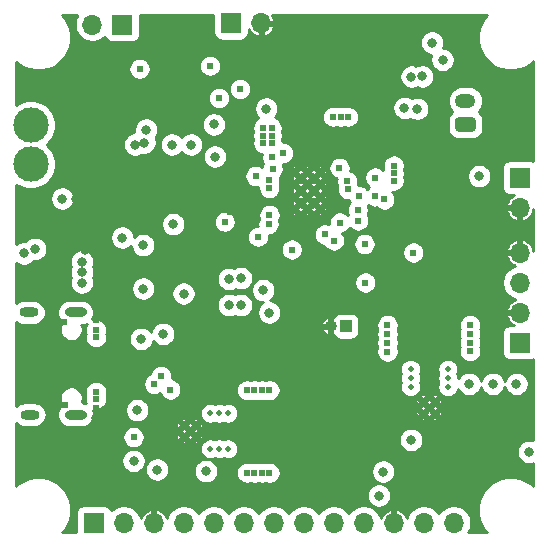
<source format=gbr>
G04 #@! TF.GenerationSoftware,KiCad,Pcbnew,(5.1.8)-1*
G04 #@! TF.CreationDate,2021-03-08T18:17:58+01:00*
G04 #@! TF.ProjectId,SuperPower-uC-KiCad,53757065-7250-46f7-9765-722d75432d4b,rev?*
G04 #@! TF.SameCoordinates,Original*
G04 #@! TF.FileFunction,Copper,L2,Inr*
G04 #@! TF.FilePolarity,Positive*
%FSLAX46Y46*%
G04 Gerber Fmt 4.6, Leading zero omitted, Abs format (unit mm)*
G04 Created by KiCad (PCBNEW (5.1.8)-1) date 2021-03-08 18:17:58*
%MOMM*%
%LPD*%
G01*
G04 APERTURE LIST*
G04 #@! TA.AperFunction,ComponentPad*
%ADD10C,0.600000*%
G04 #@! TD*
G04 #@! TA.AperFunction,ComponentPad*
%ADD11O,1.600000X0.800000*%
G04 #@! TD*
G04 #@! TA.AperFunction,ComponentPad*
%ADD12O,1.900000X0.800000*%
G04 #@! TD*
G04 #@! TA.AperFunction,ComponentPad*
%ADD13O,1.700000X1.700000*%
G04 #@! TD*
G04 #@! TA.AperFunction,ComponentPad*
%ADD14R,1.700000X1.700000*%
G04 #@! TD*
G04 #@! TA.AperFunction,ComponentPad*
%ADD15C,0.500000*%
G04 #@! TD*
G04 #@! TA.AperFunction,WasherPad*
%ADD16C,3.000000*%
G04 #@! TD*
G04 #@! TA.AperFunction,ComponentPad*
%ADD17O,1.000000X1.000000*%
G04 #@! TD*
G04 #@! TA.AperFunction,ComponentPad*
%ADD18R,1.000000X1.000000*%
G04 #@! TD*
G04 #@! TA.AperFunction,ComponentPad*
%ADD19O,1.750000X1.200000*%
G04 #@! TD*
G04 #@! TA.AperFunction,ViaPad*
%ADD20C,0.800000*%
G04 #@! TD*
G04 #@! TA.AperFunction,ViaPad*
%ADD21C,0.610000*%
G04 #@! TD*
G04 #@! TA.AperFunction,ViaPad*
%ADD22C,0.500000*%
G04 #@! TD*
G04 #@! TA.AperFunction,Conductor*
%ADD23C,0.254000*%
G04 #@! TD*
G04 #@! TA.AperFunction,Conductor*
%ADD24C,0.100000*%
G04 #@! TD*
G04 APERTURE END LIST*
D10*
X133339000Y-111000000D03*
X133839000Y-110500000D03*
X133839000Y-111500000D03*
X132839000Y-110500000D03*
X132839000Y-111500000D03*
X153589000Y-109015000D03*
X153089000Y-108515000D03*
X154089000Y-108515000D03*
X153089000Y-109515000D03*
X154089000Y-109515000D03*
D11*
X119731000Y-100958400D03*
X119781000Y-109608400D03*
D12*
X123681000Y-100958400D03*
X123681000Y-109608400D03*
D13*
X161290000Y-95885000D03*
X161290000Y-98425000D03*
X161290000Y-100965000D03*
D14*
X161290000Y-103505000D03*
D15*
X144356400Y-92202200D03*
X143281400Y-92202200D03*
X142206400Y-92202200D03*
X144356400Y-91152200D03*
X143281400Y-91152200D03*
X142206400Y-91152200D03*
X144356400Y-90102200D03*
X143281400Y-90102200D03*
X142206400Y-90102200D03*
X144356400Y-89052200D03*
X143281400Y-89052200D03*
X142206400Y-89052200D03*
D16*
X119888000Y-85090000D03*
X119888000Y-88392000D03*
D13*
X155702000Y-118745000D03*
X153162000Y-118745000D03*
X150622000Y-118745000D03*
X148082000Y-118745000D03*
X145542000Y-118745000D03*
X143002000Y-118745000D03*
X140462000Y-118745000D03*
X137922000Y-118745000D03*
X135382000Y-118745000D03*
X132842000Y-118745000D03*
X130302000Y-118745000D03*
X127762000Y-118745000D03*
D14*
X125222000Y-118745000D03*
D13*
X161290000Y-92075000D03*
D14*
X161290000Y-89535000D03*
D17*
X145288000Y-102108000D03*
D18*
X146558000Y-102108000D03*
D13*
X125095000Y-76581000D03*
D14*
X127635000Y-76581000D03*
X136842500Y-76454000D03*
D13*
X139382500Y-76454000D03*
G04 #@! TA.AperFunction,ComponentPad*
G36*
G01*
X157317601Y-85639200D02*
X156067599Y-85639200D01*
G75*
G02*
X155817600Y-85389201I0J249999D01*
G01*
X155817600Y-84689199D01*
G75*
G02*
X156067599Y-84439200I249999J0D01*
G01*
X157317601Y-84439200D01*
G75*
G02*
X157567600Y-84689199I0J-249999D01*
G01*
X157567600Y-85389201D01*
G75*
G02*
X157317601Y-85639200I-249999J0D01*
G01*
G37*
G04 #@! TD.AperFunction*
D19*
X156692600Y-83039200D03*
D20*
X153035000Y-80962500D03*
X152113793Y-80994151D03*
X126111000Y-85979000D03*
X126936500Y-85979000D03*
X126111000Y-84264500D03*
X126936500Y-84264500D03*
X127762000Y-85979000D03*
X127762000Y-84264500D03*
X154000000Y-115500000D03*
X150622000Y-96012000D03*
X149987000Y-99314000D03*
X141732000Y-97663000D03*
X138430000Y-96901000D03*
X125603000Y-99695000D03*
X128905000Y-100711000D03*
X129286000Y-107950000D03*
X144089000Y-104515000D03*
X157589000Y-115500000D03*
X127508000Y-107315000D03*
X129290660Y-91063660D03*
X123698000Y-91313000D03*
X122682000Y-84709000D03*
X158115000Y-92583000D03*
X124460000Y-95631000D03*
D21*
X136715500Y-92456000D03*
D20*
X156654500Y-77914500D03*
X151661722Y-78143030D03*
X152620307Y-78086807D03*
X134021990Y-90297000D03*
X134839000Y-107015000D03*
X135839000Y-107015000D03*
X136839000Y-107015000D03*
X159000000Y-111015000D03*
X161000000Y-111015000D03*
X157000000Y-111015000D03*
D21*
X145669000Y-116141500D03*
X137414985Y-80772985D03*
D20*
X147589000Y-104515000D03*
X142379000Y-109510000D03*
X142379000Y-110399000D03*
X142379000Y-111288000D03*
X142379000Y-112177000D03*
X153543000Y-100203000D03*
X152717500Y-100203000D03*
X151892000Y-100203000D03*
X154368500Y-100203000D03*
X155194000Y-100203000D03*
X145923000Y-78613000D03*
X145097500Y-78613000D03*
X144272000Y-78613000D03*
X146748500Y-78613000D03*
X147574000Y-78613000D03*
X131127500Y-80110500D03*
D21*
X136017000Y-78359000D03*
D20*
X125292791Y-91348111D03*
D21*
X126500000Y-115750000D03*
D20*
X118965000Y-113017500D03*
X120997000Y-113017500D03*
X119981000Y-113970000D03*
D21*
X125412500Y-109077503D03*
D20*
X125443979Y-109855000D03*
D21*
X122751980Y-108786591D03*
X122682000Y-101790500D03*
D20*
X144716498Y-110807500D03*
D21*
X145478500Y-85852000D03*
X145859500Y-86550500D03*
D20*
X130302000Y-90551000D03*
D21*
X125411734Y-101604507D03*
D20*
X127357239Y-101185744D03*
X154305000Y-91059000D03*
D21*
X139445504Y-80136504D03*
D20*
X146089000Y-104515000D03*
X130589000Y-116265000D03*
X132589000Y-116265000D03*
X121589000Y-114265000D03*
X134839000Y-116265000D03*
X124206000Y-96647000D03*
X124206000Y-98425000D03*
X124206000Y-97536000D03*
D21*
X140017500Y-93472000D03*
X140097617Y-92698527D03*
X138921593Y-89405114D03*
X152273000Y-95885000D03*
X140359825Y-88788868D03*
X147569268Y-92263300D03*
X141986000Y-95631000D03*
X148145500Y-95167974D03*
D20*
X139827000Y-83693000D03*
D21*
X140335096Y-87830958D03*
D20*
X140081000Y-100965000D03*
X139573000Y-99060000D03*
D21*
X140271500Y-85344000D03*
X140271500Y-85979000D03*
X140271500Y-86614000D03*
X139573000Y-85344000D03*
X139573000Y-85979000D03*
X139573000Y-86614000D03*
X146748500Y-84391500D03*
X146113500Y-84391500D03*
X145478500Y-84391500D03*
X141252077Y-87456794D03*
X140081000Y-90424000D03*
X140081000Y-89725500D03*
X149054584Y-89532747D03*
X149048587Y-91134398D03*
D20*
X129667000Y-85471000D03*
D21*
X139128500Y-94551500D03*
X136310990Y-93281500D03*
D20*
X135382000Y-85026500D03*
X129506839Y-86580839D03*
X131826000Y-86741000D03*
X133477000Y-86741000D03*
D21*
X146043555Y-93347148D03*
X135064500Y-80073500D03*
X129095500Y-80327500D03*
D20*
X128714500Y-86741000D03*
X136652000Y-100330000D03*
X137668000Y-100330000D03*
X132828844Y-99352032D03*
X129413000Y-98933000D03*
X131953000Y-93472000D03*
X129413000Y-95250000D03*
X137668000Y-98043988D03*
X135472000Y-87757000D03*
X136652000Y-98107500D03*
D21*
X148209000Y-98425000D03*
D20*
X128905000Y-109220000D03*
X120269000Y-95567500D03*
X119316502Y-95948500D03*
D21*
X125412500Y-107665253D03*
X125412500Y-103060500D03*
X125412500Y-102425500D03*
X125412500Y-108267500D03*
D20*
X129222500Y-103187500D03*
D21*
X145547000Y-94870488D03*
X137604500Y-82042000D03*
X144776433Y-94355477D03*
X135831015Y-82797515D03*
D20*
X122555000Y-91313000D03*
X127635000Y-94615000D03*
X153860500Y-78105000D03*
X151526997Y-83629500D03*
D21*
X130913979Y-106325167D03*
X130339000Y-107015000D03*
X147585868Y-93170867D03*
X149818630Y-91385694D03*
D22*
X155189000Y-107265000D03*
X155193500Y-106500000D03*
X155193500Y-105750000D03*
D21*
X157089000Y-102000000D03*
X157089000Y-104250000D03*
X157089000Y-103500000D03*
X157089000Y-102750000D03*
X150089000Y-104265000D03*
X150089000Y-102765000D03*
X150089000Y-102015000D03*
X150089000Y-103515000D03*
D22*
X152039000Y-107250000D03*
X152039000Y-105750000D03*
X152039000Y-106500000D03*
X135089000Y-109500000D03*
X135839000Y-109500000D03*
X136589000Y-109500000D03*
D21*
X138188000Y-107537500D03*
X138823000Y-107537500D03*
X139458000Y-107537500D03*
X140093000Y-107537500D03*
X138188000Y-114526500D03*
X138823000Y-114526500D03*
X139458000Y-114526500D03*
X140093000Y-114526500D03*
D22*
X135089000Y-112500000D03*
X135839000Y-112500000D03*
X136589000Y-112500000D03*
D20*
X154748998Y-79565000D03*
X152605194Y-83707694D03*
D21*
X131708990Y-107479560D03*
X128589000Y-111515000D03*
D20*
X131089000Y-102765000D03*
X128589000Y-113515000D03*
X130589000Y-114265000D03*
X134714000Y-114390000D03*
X162089000Y-112765000D03*
X149352000Y-116459000D03*
X149733000Y-114427000D03*
X157000000Y-107000000D03*
X159000000Y-107000000D03*
X161000000Y-107000000D03*
X152101653Y-111752347D03*
D21*
X147701000Y-91122500D03*
X146022325Y-88705664D03*
D20*
X157861000Y-89408000D03*
D21*
X146716462Y-90519538D03*
X150622239Y-88518761D03*
X150622000Y-89154000D03*
X150622000Y-89789000D03*
X146684990Y-89852510D03*
D23*
X123779010Y-75877589D02*
X123667068Y-76147842D01*
X123610000Y-76434740D01*
X123610000Y-76727260D01*
X123667068Y-77014158D01*
X123779010Y-77284411D01*
X123941525Y-77527632D01*
X124148368Y-77734475D01*
X124391589Y-77896990D01*
X124661842Y-78008932D01*
X124948740Y-78066000D01*
X125241260Y-78066000D01*
X125528158Y-78008932D01*
X125798411Y-77896990D01*
X126041632Y-77734475D01*
X126173487Y-77602620D01*
X126195498Y-77675180D01*
X126254463Y-77785494D01*
X126333815Y-77882185D01*
X126430506Y-77961537D01*
X126540820Y-78020502D01*
X126660518Y-78056812D01*
X126785000Y-78069072D01*
X128485000Y-78069072D01*
X128609482Y-78056812D01*
X128729180Y-78020502D01*
X128761809Y-78003061D01*
X152825500Y-78003061D01*
X152825500Y-78206939D01*
X152865274Y-78406898D01*
X152943295Y-78595256D01*
X153056563Y-78764774D01*
X153200726Y-78908937D01*
X153370244Y-79022205D01*
X153558602Y-79100226D01*
X153758561Y-79140000D01*
X153804763Y-79140000D01*
X153753772Y-79263102D01*
X153713998Y-79463061D01*
X153713998Y-79666939D01*
X153753772Y-79866898D01*
X153831793Y-80055256D01*
X153945061Y-80224774D01*
X154089224Y-80368937D01*
X154258742Y-80482205D01*
X154447100Y-80560226D01*
X154647059Y-80600000D01*
X154850937Y-80600000D01*
X155050896Y-80560226D01*
X155239254Y-80482205D01*
X155408772Y-80368937D01*
X155552935Y-80224774D01*
X155666203Y-80055256D01*
X155744224Y-79866898D01*
X155783998Y-79666939D01*
X155783998Y-79463061D01*
X155744224Y-79263102D01*
X155666203Y-79074744D01*
X155552935Y-78905226D01*
X155408772Y-78761063D01*
X155239254Y-78647795D01*
X155050896Y-78569774D01*
X154850937Y-78530000D01*
X154804735Y-78530000D01*
X154855726Y-78406898D01*
X154895500Y-78206939D01*
X154895500Y-78003061D01*
X154855726Y-77803102D01*
X154777705Y-77614744D01*
X154664437Y-77445226D01*
X154520274Y-77301063D01*
X154350756Y-77187795D01*
X154162398Y-77109774D01*
X153962439Y-77070000D01*
X153758561Y-77070000D01*
X153558602Y-77109774D01*
X153370244Y-77187795D01*
X153200726Y-77301063D01*
X153056563Y-77445226D01*
X152943295Y-77614744D01*
X152865274Y-77803102D01*
X152825500Y-78003061D01*
X128761809Y-78003061D01*
X128839494Y-77961537D01*
X128936185Y-77882185D01*
X129015537Y-77785494D01*
X129074502Y-77675180D01*
X129110812Y-77555482D01*
X129123072Y-77431000D01*
X129123072Y-75793200D01*
X135354428Y-75793200D01*
X135354428Y-77304000D01*
X135366688Y-77428482D01*
X135402998Y-77548180D01*
X135461963Y-77658494D01*
X135541315Y-77755185D01*
X135638006Y-77834537D01*
X135748320Y-77893502D01*
X135868018Y-77929812D01*
X135992500Y-77942072D01*
X137692500Y-77942072D01*
X137816982Y-77929812D01*
X137936680Y-77893502D01*
X138046994Y-77834537D01*
X138143685Y-77755185D01*
X138223037Y-77658494D01*
X138282002Y-77548180D01*
X138318312Y-77428482D01*
X138330572Y-77304000D01*
X138330572Y-76981226D01*
X138451154Y-77173679D01*
X138609452Y-77341547D01*
X138797458Y-77475307D01*
X139007947Y-77569819D01*
X139074015Y-77589855D01*
X139255500Y-77541862D01*
X139255500Y-76581000D01*
X139509500Y-76581000D01*
X139509500Y-77541862D01*
X139690985Y-77589855D01*
X139757053Y-77569819D01*
X139967542Y-77475307D01*
X140155548Y-77341547D01*
X140313846Y-77173679D01*
X140436353Y-76978154D01*
X140518361Y-76762486D01*
X140470884Y-76581000D01*
X139509500Y-76581000D01*
X139255500Y-76581000D01*
X139235500Y-76581000D01*
X139235500Y-76327000D01*
X139255500Y-76327000D01*
X139255500Y-76307000D01*
X139509500Y-76307000D01*
X139509500Y-76327000D01*
X140470884Y-76327000D01*
X140518361Y-76145514D01*
X140436353Y-75929846D01*
X140350737Y-75793200D01*
X158480729Y-75793200D01*
X158370963Y-75902966D01*
X158067054Y-76357797D01*
X157857718Y-76863179D01*
X157751000Y-77399689D01*
X157751000Y-77946711D01*
X157857718Y-78483221D01*
X158067054Y-78988603D01*
X158370963Y-79443434D01*
X158757766Y-79830237D01*
X159212597Y-80134146D01*
X159717979Y-80343482D01*
X160254489Y-80450200D01*
X160801511Y-80450200D01*
X161338021Y-80343482D01*
X161843403Y-80134146D01*
X162298234Y-79830237D01*
X162433400Y-79695071D01*
X162433400Y-88121807D01*
X162384180Y-88095498D01*
X162264482Y-88059188D01*
X162140000Y-88046928D01*
X160440000Y-88046928D01*
X160315518Y-88059188D01*
X160195820Y-88095498D01*
X160085506Y-88154463D01*
X159988815Y-88233815D01*
X159909463Y-88330506D01*
X159850498Y-88440820D01*
X159814188Y-88560518D01*
X159801928Y-88685000D01*
X159801928Y-90385000D01*
X159814188Y-90509482D01*
X159850498Y-90629180D01*
X159909463Y-90739494D01*
X159988815Y-90836185D01*
X160085506Y-90915537D01*
X160195820Y-90974502D01*
X160315518Y-91010812D01*
X160440000Y-91023072D01*
X160762774Y-91023072D01*
X160570321Y-91143654D01*
X160402453Y-91301952D01*
X160268693Y-91489958D01*
X160174181Y-91700447D01*
X160154145Y-91766515D01*
X160202138Y-91948000D01*
X161163000Y-91948000D01*
X161163000Y-91928000D01*
X161417000Y-91928000D01*
X161417000Y-91948000D01*
X161437000Y-91948000D01*
X161437000Y-92202000D01*
X161417000Y-92202000D01*
X161417000Y-93163384D01*
X161598486Y-93210861D01*
X161814154Y-93128853D01*
X162009679Y-93006346D01*
X162177547Y-92848048D01*
X162311307Y-92660042D01*
X162405819Y-92449553D01*
X162425855Y-92383485D01*
X162377863Y-92202002D01*
X162433400Y-92202002D01*
X162433400Y-95757998D01*
X162377863Y-95757998D01*
X162425855Y-95576515D01*
X162405819Y-95510447D01*
X162311307Y-95299958D01*
X162177547Y-95111952D01*
X162009679Y-94953654D01*
X161814154Y-94831147D01*
X161598486Y-94749139D01*
X161417000Y-94796616D01*
X161417000Y-95758000D01*
X161437000Y-95758000D01*
X161437000Y-96012000D01*
X161417000Y-96012000D01*
X161417000Y-96032000D01*
X161163000Y-96032000D01*
X161163000Y-96012000D01*
X160202138Y-96012000D01*
X160154145Y-96193485D01*
X160174181Y-96259553D01*
X160268693Y-96470042D01*
X160402453Y-96658048D01*
X160570321Y-96816346D01*
X160765846Y-96938853D01*
X160897614Y-96988958D01*
X160856842Y-96997068D01*
X160586589Y-97109010D01*
X160343368Y-97271525D01*
X160136525Y-97478368D01*
X159974010Y-97721589D01*
X159862068Y-97991842D01*
X159805000Y-98278740D01*
X159805000Y-98571260D01*
X159862068Y-98858158D01*
X159974010Y-99128411D01*
X160136525Y-99371632D01*
X160343368Y-99578475D01*
X160586589Y-99740990D01*
X160856842Y-99852932D01*
X160897614Y-99861042D01*
X160765846Y-99911147D01*
X160570321Y-100033654D01*
X160402453Y-100191952D01*
X160268693Y-100379958D01*
X160174181Y-100590447D01*
X160154145Y-100656515D01*
X160202138Y-100838000D01*
X161163000Y-100838000D01*
X161163000Y-100818000D01*
X161417000Y-100818000D01*
X161417000Y-100838000D01*
X161437000Y-100838000D01*
X161437000Y-101092000D01*
X161417000Y-101092000D01*
X161417000Y-101112000D01*
X161163000Y-101112000D01*
X161163000Y-101092000D01*
X160202138Y-101092000D01*
X160154145Y-101273485D01*
X160174181Y-101339553D01*
X160268693Y-101550042D01*
X160402453Y-101738048D01*
X160570321Y-101896346D01*
X160762774Y-102016928D01*
X160440000Y-102016928D01*
X160315518Y-102029188D01*
X160195820Y-102065498D01*
X160085506Y-102124463D01*
X159988815Y-102203815D01*
X159909463Y-102300506D01*
X159850498Y-102410820D01*
X159814188Y-102530518D01*
X159801928Y-102655000D01*
X159801928Y-104355000D01*
X159814188Y-104479482D01*
X159850498Y-104599180D01*
X159909463Y-104709494D01*
X159988815Y-104806185D01*
X160085506Y-104885537D01*
X160195820Y-104944502D01*
X160315518Y-104980812D01*
X160440000Y-104993072D01*
X162140000Y-104993072D01*
X162264482Y-104980812D01*
X162384180Y-104944502D01*
X162433401Y-104918193D01*
X162433401Y-111787379D01*
X162390898Y-111769774D01*
X162190939Y-111730000D01*
X161987061Y-111730000D01*
X161787102Y-111769774D01*
X161598744Y-111847795D01*
X161429226Y-111961063D01*
X161285063Y-112105226D01*
X161171795Y-112274744D01*
X161093774Y-112463102D01*
X161054000Y-112663061D01*
X161054000Y-112866939D01*
X161093774Y-113066898D01*
X161171795Y-113255256D01*
X161285063Y-113424774D01*
X161429226Y-113568937D01*
X161598744Y-113682205D01*
X161787102Y-113760226D01*
X161987061Y-113800000D01*
X162190939Y-113800000D01*
X162390898Y-113760226D01*
X162433401Y-113742621D01*
X162433401Y-115656330D01*
X162298234Y-115521163D01*
X161843403Y-115217254D01*
X161338021Y-115007918D01*
X160801511Y-114901200D01*
X160254489Y-114901200D01*
X159717979Y-115007918D01*
X159212597Y-115217254D01*
X158757766Y-115521163D01*
X158370963Y-115907966D01*
X158067054Y-116362797D01*
X157857718Y-116868179D01*
X157751000Y-117404689D01*
X157751000Y-117951711D01*
X157857718Y-118488221D01*
X158067054Y-118993603D01*
X158370963Y-119448434D01*
X158506129Y-119583600D01*
X156927660Y-119583600D01*
X157017990Y-119448411D01*
X157129932Y-119178158D01*
X157187000Y-118891260D01*
X157187000Y-118598740D01*
X157129932Y-118311842D01*
X157017990Y-118041589D01*
X156855475Y-117798368D01*
X156648632Y-117591525D01*
X156405411Y-117429010D01*
X156135158Y-117317068D01*
X155848260Y-117260000D01*
X155555740Y-117260000D01*
X155268842Y-117317068D01*
X154998589Y-117429010D01*
X154755368Y-117591525D01*
X154548525Y-117798368D01*
X154432000Y-117972760D01*
X154315475Y-117798368D01*
X154108632Y-117591525D01*
X153865411Y-117429010D01*
X153595158Y-117317068D01*
X153308260Y-117260000D01*
X153015740Y-117260000D01*
X152728842Y-117317068D01*
X152458589Y-117429010D01*
X152215368Y-117591525D01*
X152008525Y-117798368D01*
X151846010Y-118041589D01*
X151734068Y-118311842D01*
X151725958Y-118352614D01*
X151675853Y-118220846D01*
X151553346Y-118025321D01*
X151395048Y-117857453D01*
X151207042Y-117723693D01*
X150996553Y-117629181D01*
X150930485Y-117609145D01*
X150749000Y-117657138D01*
X150749000Y-118618000D01*
X150769000Y-118618000D01*
X150769000Y-118872000D01*
X150749000Y-118872000D01*
X150749000Y-118892000D01*
X150495000Y-118892000D01*
X150495000Y-118872000D01*
X150475000Y-118872000D01*
X150475000Y-118618000D01*
X150495000Y-118618000D01*
X150495000Y-117657138D01*
X150313515Y-117609145D01*
X150247447Y-117629181D01*
X150036958Y-117723693D01*
X149848952Y-117857453D01*
X149690654Y-118025321D01*
X149568147Y-118220846D01*
X149518042Y-118352614D01*
X149509932Y-118311842D01*
X149397990Y-118041589D01*
X149235475Y-117798368D01*
X149028632Y-117591525D01*
X148785411Y-117429010D01*
X148515158Y-117317068D01*
X148228260Y-117260000D01*
X147935740Y-117260000D01*
X147648842Y-117317068D01*
X147378589Y-117429010D01*
X147135368Y-117591525D01*
X146928525Y-117798368D01*
X146812000Y-117972760D01*
X146695475Y-117798368D01*
X146488632Y-117591525D01*
X146245411Y-117429010D01*
X145975158Y-117317068D01*
X145688260Y-117260000D01*
X145395740Y-117260000D01*
X145108842Y-117317068D01*
X144838589Y-117429010D01*
X144595368Y-117591525D01*
X144388525Y-117798368D01*
X144272000Y-117972760D01*
X144155475Y-117798368D01*
X143948632Y-117591525D01*
X143705411Y-117429010D01*
X143435158Y-117317068D01*
X143148260Y-117260000D01*
X142855740Y-117260000D01*
X142568842Y-117317068D01*
X142298589Y-117429010D01*
X142055368Y-117591525D01*
X141848525Y-117798368D01*
X141732000Y-117972760D01*
X141615475Y-117798368D01*
X141408632Y-117591525D01*
X141165411Y-117429010D01*
X140895158Y-117317068D01*
X140608260Y-117260000D01*
X140315740Y-117260000D01*
X140028842Y-117317068D01*
X139758589Y-117429010D01*
X139515368Y-117591525D01*
X139308525Y-117798368D01*
X139192000Y-117972760D01*
X139075475Y-117798368D01*
X138868632Y-117591525D01*
X138625411Y-117429010D01*
X138355158Y-117317068D01*
X138068260Y-117260000D01*
X137775740Y-117260000D01*
X137488842Y-117317068D01*
X137218589Y-117429010D01*
X136975368Y-117591525D01*
X136768525Y-117798368D01*
X136652000Y-117972760D01*
X136535475Y-117798368D01*
X136328632Y-117591525D01*
X136085411Y-117429010D01*
X135815158Y-117317068D01*
X135528260Y-117260000D01*
X135235740Y-117260000D01*
X134948842Y-117317068D01*
X134678589Y-117429010D01*
X134435368Y-117591525D01*
X134228525Y-117798368D01*
X134112000Y-117972760D01*
X133995475Y-117798368D01*
X133788632Y-117591525D01*
X133545411Y-117429010D01*
X133275158Y-117317068D01*
X132988260Y-117260000D01*
X132695740Y-117260000D01*
X132408842Y-117317068D01*
X132138589Y-117429010D01*
X131895368Y-117591525D01*
X131688525Y-117798368D01*
X131526010Y-118041589D01*
X131414068Y-118311842D01*
X131405958Y-118352614D01*
X131355853Y-118220846D01*
X131233346Y-118025321D01*
X131075048Y-117857453D01*
X130887042Y-117723693D01*
X130676553Y-117629181D01*
X130610485Y-117609145D01*
X130429000Y-117657138D01*
X130429000Y-118618000D01*
X130449000Y-118618000D01*
X130449000Y-118872000D01*
X130429000Y-118872000D01*
X130429000Y-118892000D01*
X130175000Y-118892000D01*
X130175000Y-118872000D01*
X130155000Y-118872000D01*
X130155000Y-118618000D01*
X130175000Y-118618000D01*
X130175000Y-117657138D01*
X129993515Y-117609145D01*
X129927447Y-117629181D01*
X129716958Y-117723693D01*
X129528952Y-117857453D01*
X129370654Y-118025321D01*
X129248147Y-118220846D01*
X129198042Y-118352614D01*
X129189932Y-118311842D01*
X129077990Y-118041589D01*
X128915475Y-117798368D01*
X128708632Y-117591525D01*
X128465411Y-117429010D01*
X128195158Y-117317068D01*
X127908260Y-117260000D01*
X127615740Y-117260000D01*
X127328842Y-117317068D01*
X127058589Y-117429010D01*
X126815368Y-117591525D01*
X126683513Y-117723380D01*
X126661502Y-117650820D01*
X126602537Y-117540506D01*
X126523185Y-117443815D01*
X126426494Y-117364463D01*
X126316180Y-117305498D01*
X126196482Y-117269188D01*
X126072000Y-117256928D01*
X124372000Y-117256928D01*
X124247518Y-117269188D01*
X124127820Y-117305498D01*
X124017506Y-117364463D01*
X123920815Y-117443815D01*
X123841463Y-117540506D01*
X123782498Y-117650820D01*
X123746188Y-117770518D01*
X123733928Y-117895000D01*
X123733928Y-119583600D01*
X122544871Y-119583600D01*
X122680037Y-119448434D01*
X122983946Y-118993603D01*
X123193282Y-118488221D01*
X123300000Y-117951711D01*
X123300000Y-117404689D01*
X123193282Y-116868179D01*
X122983946Y-116362797D01*
X122980114Y-116357061D01*
X148317000Y-116357061D01*
X148317000Y-116560939D01*
X148356774Y-116760898D01*
X148434795Y-116949256D01*
X148548063Y-117118774D01*
X148692226Y-117262937D01*
X148861744Y-117376205D01*
X149050102Y-117454226D01*
X149250061Y-117494000D01*
X149453939Y-117494000D01*
X149653898Y-117454226D01*
X149842256Y-117376205D01*
X150011774Y-117262937D01*
X150155937Y-117118774D01*
X150269205Y-116949256D01*
X150347226Y-116760898D01*
X150387000Y-116560939D01*
X150387000Y-116357061D01*
X150347226Y-116157102D01*
X150269205Y-115968744D01*
X150155937Y-115799226D01*
X150011774Y-115655063D01*
X149842256Y-115541795D01*
X149653898Y-115463774D01*
X149644979Y-115462000D01*
X149834939Y-115462000D01*
X150034898Y-115422226D01*
X150223256Y-115344205D01*
X150392774Y-115230937D01*
X150536937Y-115086774D01*
X150650205Y-114917256D01*
X150728226Y-114728898D01*
X150768000Y-114528939D01*
X150768000Y-114325061D01*
X150728226Y-114125102D01*
X150650205Y-113936744D01*
X150536937Y-113767226D01*
X150392774Y-113623063D01*
X150223256Y-113509795D01*
X150034898Y-113431774D01*
X149834939Y-113392000D01*
X149631061Y-113392000D01*
X149431102Y-113431774D01*
X149242744Y-113509795D01*
X149073226Y-113623063D01*
X148929063Y-113767226D01*
X148815795Y-113936744D01*
X148737774Y-114125102D01*
X148698000Y-114325061D01*
X148698000Y-114528939D01*
X148737774Y-114728898D01*
X148815795Y-114917256D01*
X148929063Y-115086774D01*
X149073226Y-115230937D01*
X149242744Y-115344205D01*
X149431102Y-115422226D01*
X149440021Y-115424000D01*
X149250061Y-115424000D01*
X149050102Y-115463774D01*
X148861744Y-115541795D01*
X148692226Y-115655063D01*
X148548063Y-115799226D01*
X148434795Y-115968744D01*
X148356774Y-116157102D01*
X148317000Y-116357061D01*
X122980114Y-116357061D01*
X122680037Y-115907966D01*
X122293234Y-115521163D01*
X121838403Y-115217254D01*
X121333021Y-115007918D01*
X120796511Y-114901200D01*
X120249489Y-114901200D01*
X119712979Y-115007918D01*
X119207597Y-115217254D01*
X118752766Y-115521163D01*
X118638078Y-115635851D01*
X118637920Y-115569621D01*
X118640615Y-113413061D01*
X127554000Y-113413061D01*
X127554000Y-113616939D01*
X127593774Y-113816898D01*
X127671795Y-114005256D01*
X127785063Y-114174774D01*
X127929226Y-114318937D01*
X128098744Y-114432205D01*
X128287102Y-114510226D01*
X128487061Y-114550000D01*
X128690939Y-114550000D01*
X128890898Y-114510226D01*
X129079256Y-114432205D01*
X129248774Y-114318937D01*
X129392937Y-114174774D01*
X129400763Y-114163061D01*
X129554000Y-114163061D01*
X129554000Y-114366939D01*
X129593774Y-114566898D01*
X129671795Y-114755256D01*
X129785063Y-114924774D01*
X129929226Y-115068937D01*
X130098744Y-115182205D01*
X130287102Y-115260226D01*
X130487061Y-115300000D01*
X130690939Y-115300000D01*
X130890898Y-115260226D01*
X131079256Y-115182205D01*
X131248774Y-115068937D01*
X131392937Y-114924774D01*
X131506205Y-114755256D01*
X131584226Y-114566898D01*
X131624000Y-114366939D01*
X131624000Y-114288061D01*
X133679000Y-114288061D01*
X133679000Y-114491939D01*
X133718774Y-114691898D01*
X133796795Y-114880256D01*
X133910063Y-115049774D01*
X134054226Y-115193937D01*
X134223744Y-115307205D01*
X134412102Y-115385226D01*
X134612061Y-115425000D01*
X134815939Y-115425000D01*
X135015898Y-115385226D01*
X135204256Y-115307205D01*
X135373774Y-115193937D01*
X135517937Y-115049774D01*
X135631205Y-114880256D01*
X135709226Y-114691898D01*
X135749000Y-114491939D01*
X135749000Y-114433918D01*
X137248000Y-114433918D01*
X137248000Y-114619082D01*
X137284124Y-114800688D01*
X137354983Y-114971757D01*
X137457855Y-115125715D01*
X137588785Y-115256645D01*
X137742743Y-115359517D01*
X137913812Y-115430376D01*
X138095418Y-115466500D01*
X138280582Y-115466500D01*
X138462188Y-115430376D01*
X138505500Y-115412436D01*
X138548812Y-115430376D01*
X138730418Y-115466500D01*
X138915582Y-115466500D01*
X139097188Y-115430376D01*
X139140500Y-115412436D01*
X139183812Y-115430376D01*
X139365418Y-115466500D01*
X139550582Y-115466500D01*
X139732188Y-115430376D01*
X139775500Y-115412436D01*
X139818812Y-115430376D01*
X140000418Y-115466500D01*
X140185582Y-115466500D01*
X140367188Y-115430376D01*
X140538257Y-115359517D01*
X140692215Y-115256645D01*
X140823145Y-115125715D01*
X140926017Y-114971757D01*
X140996876Y-114800688D01*
X141033000Y-114619082D01*
X141033000Y-114433918D01*
X140996876Y-114252312D01*
X140926017Y-114081243D01*
X140823145Y-113927285D01*
X140692215Y-113796355D01*
X140538257Y-113693483D01*
X140367188Y-113622624D01*
X140185582Y-113586500D01*
X140000418Y-113586500D01*
X139818812Y-113622624D01*
X139775500Y-113640564D01*
X139732188Y-113622624D01*
X139550582Y-113586500D01*
X139365418Y-113586500D01*
X139183812Y-113622624D01*
X139140500Y-113640564D01*
X139097188Y-113622624D01*
X138915582Y-113586500D01*
X138730418Y-113586500D01*
X138548812Y-113622624D01*
X138505500Y-113640564D01*
X138462188Y-113622624D01*
X138280582Y-113586500D01*
X138095418Y-113586500D01*
X137913812Y-113622624D01*
X137742743Y-113693483D01*
X137588785Y-113796355D01*
X137457855Y-113927285D01*
X137354983Y-114081243D01*
X137284124Y-114252312D01*
X137248000Y-114433918D01*
X135749000Y-114433918D01*
X135749000Y-114288061D01*
X135709226Y-114088102D01*
X135631205Y-113899744D01*
X135517937Y-113730226D01*
X135373774Y-113586063D01*
X135204256Y-113472795D01*
X135015898Y-113394774D01*
X134815939Y-113355000D01*
X134612061Y-113355000D01*
X134412102Y-113394774D01*
X134223744Y-113472795D01*
X134054226Y-113586063D01*
X133910063Y-113730226D01*
X133796795Y-113899744D01*
X133718774Y-114088102D01*
X133679000Y-114288061D01*
X131624000Y-114288061D01*
X131624000Y-114163061D01*
X131584226Y-113963102D01*
X131506205Y-113774744D01*
X131392937Y-113605226D01*
X131248774Y-113461063D01*
X131079256Y-113347795D01*
X130890898Y-113269774D01*
X130690939Y-113230000D01*
X130487061Y-113230000D01*
X130287102Y-113269774D01*
X130098744Y-113347795D01*
X129929226Y-113461063D01*
X129785063Y-113605226D01*
X129671795Y-113774744D01*
X129593774Y-113963102D01*
X129554000Y-114163061D01*
X129400763Y-114163061D01*
X129506205Y-114005256D01*
X129584226Y-113816898D01*
X129624000Y-113616939D01*
X129624000Y-113413061D01*
X129584226Y-113213102D01*
X129506205Y-113024744D01*
X129392937Y-112855226D01*
X129248774Y-112711063D01*
X129079256Y-112597795D01*
X128890898Y-112519774D01*
X128690939Y-112480000D01*
X128487061Y-112480000D01*
X128287102Y-112519774D01*
X128098744Y-112597795D01*
X127929226Y-112711063D01*
X127785063Y-112855226D01*
X127671795Y-113024744D01*
X127593774Y-113213102D01*
X127554000Y-113413061D01*
X118640615Y-113413061D01*
X118642959Y-111538831D01*
X118643000Y-111538419D01*
X118643000Y-111506401D01*
X118643040Y-111474407D01*
X118643000Y-111473996D01*
X118643000Y-111422418D01*
X127649000Y-111422418D01*
X127649000Y-111607582D01*
X127685124Y-111789188D01*
X127755983Y-111960257D01*
X127858855Y-112114215D01*
X127989785Y-112245145D01*
X128143743Y-112348017D01*
X128314812Y-112418876D01*
X128496418Y-112455000D01*
X128681582Y-112455000D01*
X128863188Y-112418876D01*
X128877772Y-112412835D01*
X134204000Y-112412835D01*
X134204000Y-112587165D01*
X134238010Y-112758145D01*
X134304723Y-112919205D01*
X134401576Y-113064155D01*
X134524845Y-113187424D01*
X134669795Y-113284277D01*
X134830855Y-113350990D01*
X135001835Y-113385000D01*
X135176165Y-113385000D01*
X135347145Y-113350990D01*
X135464000Y-113302587D01*
X135580855Y-113350990D01*
X135751835Y-113385000D01*
X135926165Y-113385000D01*
X136097145Y-113350990D01*
X136214000Y-113302587D01*
X136330855Y-113350990D01*
X136501835Y-113385000D01*
X136676165Y-113385000D01*
X136847145Y-113350990D01*
X137008205Y-113284277D01*
X137153155Y-113187424D01*
X137276424Y-113064155D01*
X137373277Y-112919205D01*
X137439990Y-112758145D01*
X137474000Y-112587165D01*
X137474000Y-112412835D01*
X137439990Y-112241855D01*
X137373277Y-112080795D01*
X137276424Y-111935845D01*
X137153155Y-111812576D01*
X137008205Y-111715723D01*
X136850521Y-111650408D01*
X151066653Y-111650408D01*
X151066653Y-111854286D01*
X151106427Y-112054245D01*
X151184448Y-112242603D01*
X151297716Y-112412121D01*
X151441879Y-112556284D01*
X151611397Y-112669552D01*
X151799755Y-112747573D01*
X151999714Y-112787347D01*
X152203592Y-112787347D01*
X152403551Y-112747573D01*
X152591909Y-112669552D01*
X152761427Y-112556284D01*
X152905590Y-112412121D01*
X153018858Y-112242603D01*
X153096879Y-112054245D01*
X153136653Y-111854286D01*
X153136653Y-111650408D01*
X153096879Y-111450449D01*
X153018858Y-111262091D01*
X152905590Y-111092573D01*
X152761427Y-110948410D01*
X152591909Y-110835142D01*
X152403551Y-110757121D01*
X152203592Y-110717347D01*
X151999714Y-110717347D01*
X151799755Y-110757121D01*
X151611397Y-110835142D01*
X151441879Y-110948410D01*
X151297716Y-111092573D01*
X151184448Y-111262091D01*
X151106427Y-111450449D01*
X151066653Y-111650408D01*
X136850521Y-111650408D01*
X136847145Y-111649010D01*
X136676165Y-111615000D01*
X136501835Y-111615000D01*
X136330855Y-111649010D01*
X136214000Y-111697413D01*
X136097145Y-111649010D01*
X135926165Y-111615000D01*
X135751835Y-111615000D01*
X135580855Y-111649010D01*
X135464000Y-111697413D01*
X135347145Y-111649010D01*
X135176165Y-111615000D01*
X135001835Y-111615000D01*
X134830855Y-111649010D01*
X134669795Y-111715723D01*
X134524845Y-111812576D01*
X134401576Y-111935845D01*
X134304723Y-112080795D01*
X134238010Y-112241855D01*
X134204000Y-112412835D01*
X128877772Y-112412835D01*
X129034257Y-112348017D01*
X129188215Y-112245145D01*
X129319145Y-112114215D01*
X129417542Y-111966954D01*
X132551651Y-111966954D01*
X132579022Y-112073894D01*
X132695978Y-112113586D01*
X132818431Y-112129698D01*
X132941674Y-112121611D01*
X133060971Y-112089636D01*
X133098978Y-112073894D01*
X133126349Y-111966954D01*
X133551651Y-111966954D01*
X133579022Y-112073894D01*
X133695978Y-112113586D01*
X133818431Y-112129698D01*
X133941674Y-112121611D01*
X134060971Y-112089636D01*
X134098978Y-112073894D01*
X134126349Y-111966954D01*
X133839000Y-111679605D01*
X133551651Y-111966954D01*
X133126349Y-111966954D01*
X132839000Y-111679605D01*
X132551651Y-111966954D01*
X129417542Y-111966954D01*
X129422017Y-111960257D01*
X129492876Y-111789188D01*
X129529000Y-111607582D01*
X129529000Y-111479431D01*
X132209302Y-111479431D01*
X132217389Y-111602674D01*
X132249364Y-111721971D01*
X132265106Y-111759978D01*
X132372046Y-111787349D01*
X132659395Y-111500000D01*
X133018605Y-111500000D01*
X133074386Y-111555781D01*
X133079022Y-111573894D01*
X133099422Y-111580817D01*
X133255577Y-111736972D01*
X133265106Y-111759978D01*
X133283219Y-111764614D01*
X133305954Y-111787349D01*
X133339000Y-111778891D01*
X133372046Y-111787349D01*
X133394781Y-111764614D01*
X133412894Y-111759978D01*
X133419817Y-111739578D01*
X133575972Y-111583423D01*
X133598978Y-111573894D01*
X133603614Y-111555781D01*
X133659395Y-111500000D01*
X134018605Y-111500000D01*
X134305954Y-111787349D01*
X134412894Y-111759978D01*
X134452586Y-111643022D01*
X134468698Y-111520569D01*
X134460611Y-111397326D01*
X134428636Y-111278029D01*
X134412894Y-111240022D01*
X134305954Y-111212651D01*
X134018605Y-111500000D01*
X133659395Y-111500000D01*
X133422423Y-111263028D01*
X133412894Y-111240022D01*
X133394781Y-111235386D01*
X133339000Y-111179605D01*
X133283219Y-111235386D01*
X133265106Y-111240022D01*
X133258183Y-111260422D01*
X133018605Y-111500000D01*
X132659395Y-111500000D01*
X132372046Y-111212651D01*
X132265106Y-111240022D01*
X132225414Y-111356978D01*
X132209302Y-111479431D01*
X129529000Y-111479431D01*
X129529000Y-111422418D01*
X129492876Y-111240812D01*
X129422017Y-111069743D01*
X129353336Y-110966954D01*
X132551651Y-110966954D01*
X132560109Y-111000000D01*
X132551651Y-111033046D01*
X132574386Y-111055781D01*
X132579022Y-111073894D01*
X132599422Y-111080817D01*
X132755577Y-111236972D01*
X132765106Y-111259978D01*
X132783219Y-111264614D01*
X132839000Y-111320395D01*
X133075972Y-111083423D01*
X133098978Y-111073894D01*
X133103614Y-111055781D01*
X133159395Y-111000000D01*
X133518605Y-111000000D01*
X133574386Y-111055781D01*
X133579022Y-111073894D01*
X133599422Y-111080817D01*
X133839000Y-111320395D01*
X133894781Y-111264614D01*
X133912894Y-111259978D01*
X133919817Y-111239578D01*
X134075972Y-111083423D01*
X134098978Y-111073894D01*
X134103614Y-111055781D01*
X134126349Y-111033046D01*
X134117891Y-111000000D01*
X134126349Y-110966954D01*
X134103614Y-110944219D01*
X134098978Y-110926106D01*
X134078578Y-110919183D01*
X133922423Y-110763028D01*
X133912894Y-110740022D01*
X133894781Y-110735386D01*
X133839000Y-110679605D01*
X133602028Y-110916577D01*
X133579022Y-110926106D01*
X133574386Y-110944219D01*
X133518605Y-111000000D01*
X133159395Y-111000000D01*
X133103614Y-110944219D01*
X133098978Y-110926106D01*
X133078578Y-110919183D01*
X132839000Y-110679605D01*
X132783219Y-110735386D01*
X132765106Y-110740022D01*
X132758183Y-110760422D01*
X132602028Y-110916577D01*
X132579022Y-110926106D01*
X132574386Y-110944219D01*
X132551651Y-110966954D01*
X129353336Y-110966954D01*
X129319145Y-110915785D01*
X129188215Y-110784855D01*
X129034257Y-110681983D01*
X128863188Y-110611124D01*
X128681582Y-110575000D01*
X128496418Y-110575000D01*
X128314812Y-110611124D01*
X128143743Y-110681983D01*
X127989785Y-110784855D01*
X127858855Y-110915785D01*
X127755983Y-111069743D01*
X127685124Y-111240812D01*
X127649000Y-111422418D01*
X118643000Y-111422418D01*
X118643000Y-110340623D01*
X118645604Y-110343796D01*
X118803203Y-110473134D01*
X118983007Y-110569241D01*
X119178105Y-110628424D01*
X119330162Y-110643400D01*
X120231838Y-110643400D01*
X120383895Y-110628424D01*
X120578993Y-110569241D01*
X120758797Y-110473134D01*
X120916396Y-110343796D01*
X121045734Y-110186197D01*
X121141841Y-110006393D01*
X121201024Y-109811295D01*
X121221007Y-109608400D01*
X122090993Y-109608400D01*
X122110976Y-109811295D01*
X122170159Y-110006393D01*
X122266266Y-110186197D01*
X122395604Y-110343796D01*
X122553203Y-110473134D01*
X122733007Y-110569241D01*
X122928105Y-110628424D01*
X123080162Y-110643400D01*
X124281838Y-110643400D01*
X124433895Y-110628424D01*
X124628993Y-110569241D01*
X124797016Y-110479431D01*
X132209302Y-110479431D01*
X132217389Y-110602674D01*
X132249364Y-110721971D01*
X132265106Y-110759978D01*
X132372046Y-110787349D01*
X132659395Y-110500000D01*
X133018605Y-110500000D01*
X133255577Y-110736972D01*
X133265106Y-110759978D01*
X133283219Y-110764614D01*
X133339000Y-110820395D01*
X133394781Y-110764614D01*
X133412894Y-110759978D01*
X133419817Y-110739578D01*
X133659395Y-110500000D01*
X134018605Y-110500000D01*
X134305954Y-110787349D01*
X134412894Y-110759978D01*
X134452586Y-110643022D01*
X134468698Y-110520569D01*
X134460611Y-110397326D01*
X134428636Y-110278029D01*
X134412894Y-110240022D01*
X134305954Y-110212651D01*
X134018605Y-110500000D01*
X133659395Y-110500000D01*
X133603614Y-110444219D01*
X133598978Y-110426106D01*
X133578578Y-110419183D01*
X133422423Y-110263028D01*
X133412894Y-110240022D01*
X133394781Y-110235386D01*
X133372046Y-110212651D01*
X133339000Y-110221109D01*
X133305954Y-110212651D01*
X133283219Y-110235386D01*
X133265106Y-110240022D01*
X133258183Y-110260422D01*
X133102028Y-110416577D01*
X133079022Y-110426106D01*
X133074386Y-110444219D01*
X133018605Y-110500000D01*
X132659395Y-110500000D01*
X132372046Y-110212651D01*
X132265106Y-110240022D01*
X132225414Y-110356978D01*
X132209302Y-110479431D01*
X124797016Y-110479431D01*
X124808797Y-110473134D01*
X124966396Y-110343796D01*
X125095734Y-110186197D01*
X125191841Y-110006393D01*
X125251024Y-109811295D01*
X125271007Y-109608400D01*
X125251024Y-109405505D01*
X125191841Y-109210407D01*
X125174865Y-109178647D01*
X125319918Y-109207500D01*
X125505082Y-109207500D01*
X125686688Y-109171376D01*
X125815401Y-109118061D01*
X127870000Y-109118061D01*
X127870000Y-109321939D01*
X127909774Y-109521898D01*
X127987795Y-109710256D01*
X128101063Y-109879774D01*
X128245226Y-110023937D01*
X128414744Y-110137205D01*
X128603102Y-110215226D01*
X128803061Y-110255000D01*
X129006939Y-110255000D01*
X129206898Y-110215226D01*
X129395256Y-110137205D01*
X129551141Y-110033046D01*
X132551651Y-110033046D01*
X132839000Y-110320395D01*
X133126349Y-110033046D01*
X133551651Y-110033046D01*
X133839000Y-110320395D01*
X134126349Y-110033046D01*
X134098978Y-109926106D01*
X133982022Y-109886414D01*
X133859569Y-109870302D01*
X133736326Y-109878389D01*
X133617029Y-109910364D01*
X133579022Y-109926106D01*
X133551651Y-110033046D01*
X133126349Y-110033046D01*
X133098978Y-109926106D01*
X132982022Y-109886414D01*
X132859569Y-109870302D01*
X132736326Y-109878389D01*
X132617029Y-109910364D01*
X132579022Y-109926106D01*
X132551651Y-110033046D01*
X129551141Y-110033046D01*
X129564774Y-110023937D01*
X129708937Y-109879774D01*
X129822205Y-109710256D01*
X129900226Y-109521898D01*
X129921919Y-109412835D01*
X134204000Y-109412835D01*
X134204000Y-109587165D01*
X134238010Y-109758145D01*
X134304723Y-109919205D01*
X134401576Y-110064155D01*
X134524845Y-110187424D01*
X134669795Y-110284277D01*
X134830855Y-110350990D01*
X135001835Y-110385000D01*
X135176165Y-110385000D01*
X135347145Y-110350990D01*
X135464000Y-110302587D01*
X135580855Y-110350990D01*
X135751835Y-110385000D01*
X135926165Y-110385000D01*
X136097145Y-110350990D01*
X136214000Y-110302587D01*
X136330855Y-110350990D01*
X136501835Y-110385000D01*
X136676165Y-110385000D01*
X136847145Y-110350990D01*
X137008205Y-110284277D01*
X137153155Y-110187424D01*
X137276424Y-110064155D01*
X137331349Y-109981954D01*
X152801651Y-109981954D01*
X152829022Y-110088894D01*
X152945978Y-110128586D01*
X153068431Y-110144698D01*
X153191674Y-110136611D01*
X153310971Y-110104636D01*
X153348978Y-110088894D01*
X153376349Y-109981954D01*
X153801651Y-109981954D01*
X153829022Y-110088894D01*
X153945978Y-110128586D01*
X154068431Y-110144698D01*
X154191674Y-110136611D01*
X154310971Y-110104636D01*
X154348978Y-110088894D01*
X154376349Y-109981954D01*
X154089000Y-109694605D01*
X153801651Y-109981954D01*
X153376349Y-109981954D01*
X153089000Y-109694605D01*
X152801651Y-109981954D01*
X137331349Y-109981954D01*
X137373277Y-109919205D01*
X137439990Y-109758145D01*
X137474000Y-109587165D01*
X137474000Y-109494431D01*
X152459302Y-109494431D01*
X152467389Y-109617674D01*
X152499364Y-109736971D01*
X152515106Y-109774978D01*
X152622046Y-109802349D01*
X152909395Y-109515000D01*
X153268605Y-109515000D01*
X153324386Y-109570781D01*
X153329022Y-109588894D01*
X153349422Y-109595817D01*
X153505577Y-109751972D01*
X153515106Y-109774978D01*
X153533219Y-109779614D01*
X153555954Y-109802349D01*
X153589000Y-109793891D01*
X153622046Y-109802349D01*
X153644781Y-109779614D01*
X153662894Y-109774978D01*
X153669817Y-109754578D01*
X153825972Y-109598423D01*
X153848978Y-109588894D01*
X153853614Y-109570781D01*
X153909395Y-109515000D01*
X154268605Y-109515000D01*
X154555954Y-109802349D01*
X154662894Y-109774978D01*
X154702586Y-109658022D01*
X154718698Y-109535569D01*
X154710611Y-109412326D01*
X154678636Y-109293029D01*
X154662894Y-109255022D01*
X154555954Y-109227651D01*
X154268605Y-109515000D01*
X153909395Y-109515000D01*
X153672423Y-109278028D01*
X153662894Y-109255022D01*
X153644781Y-109250386D01*
X153589000Y-109194605D01*
X153533219Y-109250386D01*
X153515106Y-109255022D01*
X153508183Y-109275422D01*
X153268605Y-109515000D01*
X152909395Y-109515000D01*
X152622046Y-109227651D01*
X152515106Y-109255022D01*
X152475414Y-109371978D01*
X152459302Y-109494431D01*
X137474000Y-109494431D01*
X137474000Y-109412835D01*
X137439990Y-109241855D01*
X137373277Y-109080795D01*
X137307234Y-108981954D01*
X152801651Y-108981954D01*
X152810109Y-109015000D01*
X152801651Y-109048046D01*
X152824386Y-109070781D01*
X152829022Y-109088894D01*
X152849422Y-109095817D01*
X153005577Y-109251972D01*
X153015106Y-109274978D01*
X153033219Y-109279614D01*
X153089000Y-109335395D01*
X153325972Y-109098423D01*
X153348978Y-109088894D01*
X153353614Y-109070781D01*
X153409395Y-109015000D01*
X153768605Y-109015000D01*
X153824386Y-109070781D01*
X153829022Y-109088894D01*
X153849422Y-109095817D01*
X154089000Y-109335395D01*
X154144781Y-109279614D01*
X154162894Y-109274978D01*
X154169817Y-109254578D01*
X154325972Y-109098423D01*
X154348978Y-109088894D01*
X154353614Y-109070781D01*
X154376349Y-109048046D01*
X154367891Y-109015000D01*
X154376349Y-108981954D01*
X154353614Y-108959219D01*
X154348978Y-108941106D01*
X154328578Y-108934183D01*
X154172423Y-108778028D01*
X154162894Y-108755022D01*
X154144781Y-108750386D01*
X154089000Y-108694605D01*
X153852028Y-108931577D01*
X153829022Y-108941106D01*
X153824386Y-108959219D01*
X153768605Y-109015000D01*
X153409395Y-109015000D01*
X153353614Y-108959219D01*
X153348978Y-108941106D01*
X153328578Y-108934183D01*
X153089000Y-108694605D01*
X153033219Y-108750386D01*
X153015106Y-108755022D01*
X153008183Y-108775422D01*
X152852028Y-108931577D01*
X152829022Y-108941106D01*
X152824386Y-108959219D01*
X152801651Y-108981954D01*
X137307234Y-108981954D01*
X137276424Y-108935845D01*
X137153155Y-108812576D01*
X137008205Y-108715723D01*
X136847145Y-108649010D01*
X136676165Y-108615000D01*
X136501835Y-108615000D01*
X136330855Y-108649010D01*
X136214000Y-108697413D01*
X136097145Y-108649010D01*
X135926165Y-108615000D01*
X135751835Y-108615000D01*
X135580855Y-108649010D01*
X135464000Y-108697413D01*
X135347145Y-108649010D01*
X135176165Y-108615000D01*
X135001835Y-108615000D01*
X134830855Y-108649010D01*
X134669795Y-108715723D01*
X134524845Y-108812576D01*
X134401576Y-108935845D01*
X134304723Y-109080795D01*
X134238010Y-109241855D01*
X134204000Y-109412835D01*
X129921919Y-109412835D01*
X129940000Y-109321939D01*
X129940000Y-109118061D01*
X129900226Y-108918102D01*
X129822205Y-108729744D01*
X129708937Y-108560226D01*
X129643142Y-108494431D01*
X152459302Y-108494431D01*
X152467389Y-108617674D01*
X152499364Y-108736971D01*
X152515106Y-108774978D01*
X152622046Y-108802349D01*
X152909395Y-108515000D01*
X153268605Y-108515000D01*
X153505577Y-108751972D01*
X153515106Y-108774978D01*
X153533219Y-108779614D01*
X153589000Y-108835395D01*
X153644781Y-108779614D01*
X153662894Y-108774978D01*
X153669817Y-108754578D01*
X153909395Y-108515000D01*
X154268605Y-108515000D01*
X154555954Y-108802349D01*
X154662894Y-108774978D01*
X154702586Y-108658022D01*
X154718698Y-108535569D01*
X154710611Y-108412326D01*
X154678636Y-108293029D01*
X154662894Y-108255022D01*
X154555954Y-108227651D01*
X154268605Y-108515000D01*
X153909395Y-108515000D01*
X153853614Y-108459219D01*
X153848978Y-108441106D01*
X153828578Y-108434183D01*
X153672423Y-108278028D01*
X153662894Y-108255022D01*
X153644781Y-108250386D01*
X153622046Y-108227651D01*
X153589000Y-108236109D01*
X153555954Y-108227651D01*
X153533219Y-108250386D01*
X153515106Y-108255022D01*
X153508183Y-108275422D01*
X153352028Y-108431577D01*
X153329022Y-108441106D01*
X153324386Y-108459219D01*
X153268605Y-108515000D01*
X152909395Y-108515000D01*
X152622046Y-108227651D01*
X152515106Y-108255022D01*
X152475414Y-108371978D01*
X152459302Y-108494431D01*
X129643142Y-108494431D01*
X129564774Y-108416063D01*
X129395256Y-108302795D01*
X129206898Y-108224774D01*
X129006939Y-108185000D01*
X128803061Y-108185000D01*
X128603102Y-108224774D01*
X128414744Y-108302795D01*
X128245226Y-108416063D01*
X128101063Y-108560226D01*
X127987795Y-108729744D01*
X127909774Y-108918102D01*
X127870000Y-109118061D01*
X125815401Y-109118061D01*
X125857757Y-109100517D01*
X126011715Y-108997645D01*
X126142645Y-108866715D01*
X126245517Y-108712757D01*
X126316376Y-108541688D01*
X126352500Y-108360082D01*
X126352500Y-108174918D01*
X126316376Y-107993312D01*
X126305219Y-107966376D01*
X126316376Y-107939441D01*
X126352500Y-107757835D01*
X126352500Y-107572671D01*
X126316376Y-107391065D01*
X126245517Y-107219996D01*
X126142645Y-107066038D01*
X126011715Y-106935108D01*
X125992724Y-106922418D01*
X129399000Y-106922418D01*
X129399000Y-107107582D01*
X129435124Y-107289188D01*
X129505983Y-107460257D01*
X129608855Y-107614215D01*
X129739785Y-107745145D01*
X129893743Y-107848017D01*
X130064812Y-107918876D01*
X130246418Y-107955000D01*
X130431582Y-107955000D01*
X130613188Y-107918876D01*
X130784257Y-107848017D01*
X130831176Y-107816667D01*
X130875973Y-107924817D01*
X130978845Y-108078775D01*
X131109775Y-108209705D01*
X131263733Y-108312577D01*
X131434802Y-108383436D01*
X131616408Y-108419560D01*
X131801572Y-108419560D01*
X131983178Y-108383436D01*
X132154247Y-108312577D01*
X132308205Y-108209705D01*
X132439135Y-108078775D01*
X132542007Y-107924817D01*
X132612866Y-107753748D01*
X132648990Y-107572142D01*
X132648990Y-107444918D01*
X137248000Y-107444918D01*
X137248000Y-107630082D01*
X137284124Y-107811688D01*
X137354983Y-107982757D01*
X137457855Y-108136715D01*
X137588785Y-108267645D01*
X137742743Y-108370517D01*
X137913812Y-108441376D01*
X138095418Y-108477500D01*
X138280582Y-108477500D01*
X138462188Y-108441376D01*
X138505500Y-108423436D01*
X138548812Y-108441376D01*
X138730418Y-108477500D01*
X138915582Y-108477500D01*
X139097188Y-108441376D01*
X139140500Y-108423436D01*
X139183812Y-108441376D01*
X139365418Y-108477500D01*
X139550582Y-108477500D01*
X139732188Y-108441376D01*
X139775500Y-108423436D01*
X139818812Y-108441376D01*
X140000418Y-108477500D01*
X140185582Y-108477500D01*
X140367188Y-108441376D01*
X140538257Y-108370517D01*
X140692215Y-108267645D01*
X140823145Y-108136715D01*
X140926017Y-107982757D01*
X140996876Y-107811688D01*
X141033000Y-107630082D01*
X141033000Y-107444918D01*
X140996876Y-107263312D01*
X140926017Y-107092243D01*
X140823145Y-106938285D01*
X140692215Y-106807355D01*
X140538257Y-106704483D01*
X140367188Y-106633624D01*
X140185582Y-106597500D01*
X140000418Y-106597500D01*
X139818812Y-106633624D01*
X139775500Y-106651564D01*
X139732188Y-106633624D01*
X139550582Y-106597500D01*
X139365418Y-106597500D01*
X139183812Y-106633624D01*
X139140500Y-106651564D01*
X139097188Y-106633624D01*
X138915582Y-106597500D01*
X138730418Y-106597500D01*
X138548812Y-106633624D01*
X138505500Y-106651564D01*
X138462188Y-106633624D01*
X138280582Y-106597500D01*
X138095418Y-106597500D01*
X137913812Y-106633624D01*
X137742743Y-106704483D01*
X137588785Y-106807355D01*
X137457855Y-106938285D01*
X137354983Y-107092243D01*
X137284124Y-107263312D01*
X137248000Y-107444918D01*
X132648990Y-107444918D01*
X132648990Y-107386978D01*
X132612866Y-107205372D01*
X132542007Y-107034303D01*
X132439135Y-106880345D01*
X132308205Y-106749415D01*
X132154247Y-106646543D01*
X131983178Y-106575684D01*
X131828677Y-106544951D01*
X131853979Y-106417749D01*
X131853979Y-106232585D01*
X131817855Y-106050979D01*
X131746996Y-105879910D01*
X131644124Y-105725952D01*
X131581007Y-105662835D01*
X151154000Y-105662835D01*
X151154000Y-105837165D01*
X151188010Y-106008145D01*
X151236413Y-106125000D01*
X151188010Y-106241855D01*
X151154000Y-106412835D01*
X151154000Y-106587165D01*
X151188010Y-106758145D01*
X151236413Y-106875000D01*
X151188010Y-106991855D01*
X151154000Y-107162835D01*
X151154000Y-107337165D01*
X151188010Y-107508145D01*
X151254723Y-107669205D01*
X151351576Y-107814155D01*
X151474845Y-107937424D01*
X151619795Y-108034277D01*
X151780855Y-108100990D01*
X151951835Y-108135000D01*
X152126165Y-108135000D01*
X152297145Y-108100990D01*
X152424963Y-108048046D01*
X152801651Y-108048046D01*
X153089000Y-108335395D01*
X153376349Y-108048046D01*
X153801651Y-108048046D01*
X154089000Y-108335395D01*
X154376349Y-108048046D01*
X154348978Y-107941106D01*
X154232022Y-107901414D01*
X154109569Y-107885302D01*
X153986326Y-107893389D01*
X153867029Y-107925364D01*
X153829022Y-107941106D01*
X153801651Y-108048046D01*
X153376349Y-108048046D01*
X153348978Y-107941106D01*
X153232022Y-107901414D01*
X153109569Y-107885302D01*
X152986326Y-107893389D01*
X152867029Y-107925364D01*
X152829022Y-107941106D01*
X152801651Y-108048046D01*
X152424963Y-108048046D01*
X152458205Y-108034277D01*
X152603155Y-107937424D01*
X152726424Y-107814155D01*
X152823277Y-107669205D01*
X152889990Y-107508145D01*
X152924000Y-107337165D01*
X152924000Y-107177835D01*
X154304000Y-107177835D01*
X154304000Y-107352165D01*
X154338010Y-107523145D01*
X154404723Y-107684205D01*
X154501576Y-107829155D01*
X154624845Y-107952424D01*
X154769795Y-108049277D01*
X154930855Y-108115990D01*
X155101835Y-108150000D01*
X155276165Y-108150000D01*
X155447145Y-108115990D01*
X155608205Y-108049277D01*
X155753155Y-107952424D01*
X155876424Y-107829155D01*
X155973277Y-107684205D01*
X156039990Y-107523145D01*
X156058297Y-107431112D01*
X156082795Y-107490256D01*
X156196063Y-107659774D01*
X156340226Y-107803937D01*
X156509744Y-107917205D01*
X156698102Y-107995226D01*
X156898061Y-108035000D01*
X157101939Y-108035000D01*
X157301898Y-107995226D01*
X157490256Y-107917205D01*
X157659774Y-107803937D01*
X157803937Y-107659774D01*
X157917205Y-107490256D01*
X157995226Y-107301898D01*
X158000000Y-107277897D01*
X158004774Y-107301898D01*
X158082795Y-107490256D01*
X158196063Y-107659774D01*
X158340226Y-107803937D01*
X158509744Y-107917205D01*
X158698102Y-107995226D01*
X158898061Y-108035000D01*
X159101939Y-108035000D01*
X159301898Y-107995226D01*
X159490256Y-107917205D01*
X159659774Y-107803937D01*
X159803937Y-107659774D01*
X159917205Y-107490256D01*
X159995226Y-107301898D01*
X160000000Y-107277897D01*
X160004774Y-107301898D01*
X160082795Y-107490256D01*
X160196063Y-107659774D01*
X160340226Y-107803937D01*
X160509744Y-107917205D01*
X160698102Y-107995226D01*
X160898061Y-108035000D01*
X161101939Y-108035000D01*
X161301898Y-107995226D01*
X161490256Y-107917205D01*
X161659774Y-107803937D01*
X161803937Y-107659774D01*
X161917205Y-107490256D01*
X161995226Y-107301898D01*
X162035000Y-107101939D01*
X162035000Y-106898061D01*
X161995226Y-106698102D01*
X161917205Y-106509744D01*
X161803937Y-106340226D01*
X161659774Y-106196063D01*
X161490256Y-106082795D01*
X161301898Y-106004774D01*
X161101939Y-105965000D01*
X160898061Y-105965000D01*
X160698102Y-106004774D01*
X160509744Y-106082795D01*
X160340226Y-106196063D01*
X160196063Y-106340226D01*
X160082795Y-106509744D01*
X160004774Y-106698102D01*
X160000000Y-106722103D01*
X159995226Y-106698102D01*
X159917205Y-106509744D01*
X159803937Y-106340226D01*
X159659774Y-106196063D01*
X159490256Y-106082795D01*
X159301898Y-106004774D01*
X159101939Y-105965000D01*
X158898061Y-105965000D01*
X158698102Y-106004774D01*
X158509744Y-106082795D01*
X158340226Y-106196063D01*
X158196063Y-106340226D01*
X158082795Y-106509744D01*
X158004774Y-106698102D01*
X158000000Y-106722103D01*
X157995226Y-106698102D01*
X157917205Y-106509744D01*
X157803937Y-106340226D01*
X157659774Y-106196063D01*
X157490256Y-106082795D01*
X157301898Y-106004774D01*
X157101939Y-105965000D01*
X156898061Y-105965000D01*
X156698102Y-106004774D01*
X156509744Y-106082795D01*
X156340226Y-106196063D01*
X156196063Y-106340226D01*
X156082795Y-106509744D01*
X156078500Y-106520113D01*
X156078500Y-106412835D01*
X156044490Y-106241855D01*
X155996087Y-106125000D01*
X156044490Y-106008145D01*
X156078500Y-105837165D01*
X156078500Y-105662835D01*
X156044490Y-105491855D01*
X155977777Y-105330795D01*
X155880924Y-105185845D01*
X155757655Y-105062576D01*
X155612705Y-104965723D01*
X155451645Y-104899010D01*
X155280665Y-104865000D01*
X155106335Y-104865000D01*
X154935355Y-104899010D01*
X154774295Y-104965723D01*
X154629345Y-105062576D01*
X154506076Y-105185845D01*
X154409223Y-105330795D01*
X154342510Y-105491855D01*
X154308500Y-105662835D01*
X154308500Y-105837165D01*
X154342510Y-106008145D01*
X154390913Y-106125000D01*
X154342510Y-106241855D01*
X154308500Y-106412835D01*
X154308500Y-106587165D01*
X154342510Y-106758145D01*
X154391769Y-106877068D01*
X154338010Y-107006855D01*
X154304000Y-107177835D01*
X152924000Y-107177835D01*
X152924000Y-107162835D01*
X152889990Y-106991855D01*
X152841587Y-106875000D01*
X152889990Y-106758145D01*
X152924000Y-106587165D01*
X152924000Y-106412835D01*
X152889990Y-106241855D01*
X152841587Y-106125000D01*
X152889990Y-106008145D01*
X152924000Y-105837165D01*
X152924000Y-105662835D01*
X152889990Y-105491855D01*
X152823277Y-105330795D01*
X152726424Y-105185845D01*
X152603155Y-105062576D01*
X152458205Y-104965723D01*
X152297145Y-104899010D01*
X152126165Y-104865000D01*
X151951835Y-104865000D01*
X151780855Y-104899010D01*
X151619795Y-104965723D01*
X151474845Y-105062576D01*
X151351576Y-105185845D01*
X151254723Y-105330795D01*
X151188010Y-105491855D01*
X151154000Y-105662835D01*
X131581007Y-105662835D01*
X131513194Y-105595022D01*
X131359236Y-105492150D01*
X131188167Y-105421291D01*
X131006561Y-105385167D01*
X130821397Y-105385167D01*
X130639791Y-105421291D01*
X130468722Y-105492150D01*
X130314764Y-105595022D01*
X130183834Y-105725952D01*
X130080962Y-105879910D01*
X130010103Y-106050979D01*
X129992153Y-106141220D01*
X129893743Y-106181983D01*
X129739785Y-106284855D01*
X129608855Y-106415785D01*
X129505983Y-106569743D01*
X129435124Y-106740812D01*
X129399000Y-106922418D01*
X125992724Y-106922418D01*
X125857757Y-106832236D01*
X125686688Y-106761377D01*
X125505082Y-106725253D01*
X125319918Y-106725253D01*
X125138312Y-106761377D01*
X124967243Y-106832236D01*
X124813285Y-106935108D01*
X124682355Y-107066038D01*
X124579483Y-107219996D01*
X124508624Y-107391065D01*
X124472500Y-107572671D01*
X124472500Y-107757835D01*
X124508624Y-107939441D01*
X124519781Y-107966377D01*
X124508624Y-107993312D01*
X124472500Y-108174918D01*
X124472500Y-108360082D01*
X124508624Y-108541688D01*
X124541481Y-108621012D01*
X124433895Y-108588376D01*
X124281838Y-108573400D01*
X124192565Y-108573400D01*
X124240108Y-108458622D01*
X124277000Y-108273152D01*
X124277000Y-108084048D01*
X124240108Y-107898578D01*
X124167741Y-107723869D01*
X124062681Y-107566636D01*
X123928964Y-107432919D01*
X123771731Y-107327859D01*
X123597022Y-107255492D01*
X123411552Y-107218600D01*
X123222448Y-107218600D01*
X123036978Y-107255492D01*
X122862269Y-107327859D01*
X122705036Y-107432919D01*
X122571319Y-107566636D01*
X122466259Y-107723869D01*
X122393892Y-107898578D01*
X122357000Y-108084048D01*
X122357000Y-108273152D01*
X122393892Y-108458622D01*
X122466259Y-108633331D01*
X122544665Y-108750673D01*
X122395604Y-108873004D01*
X122266266Y-109030603D01*
X122170159Y-109210407D01*
X122110976Y-109405505D01*
X122090993Y-109608400D01*
X121221007Y-109608400D01*
X121201024Y-109405505D01*
X121141841Y-109210407D01*
X121045734Y-109030603D01*
X120916396Y-108873004D01*
X120758797Y-108743666D01*
X120578993Y-108647559D01*
X120383895Y-108588376D01*
X120231838Y-108573400D01*
X119330162Y-108573400D01*
X119178105Y-108588376D01*
X118983007Y-108647559D01*
X118803203Y-108743666D01*
X118645604Y-108873004D01*
X118643000Y-108876177D01*
X118643000Y-101732693D01*
X118753203Y-101823134D01*
X118933007Y-101919241D01*
X119128105Y-101978424D01*
X119280162Y-101993400D01*
X120181838Y-101993400D01*
X120333895Y-101978424D01*
X120528993Y-101919241D01*
X120708797Y-101823134D01*
X120866396Y-101693796D01*
X120995734Y-101536197D01*
X121091841Y-101356393D01*
X121151024Y-101161295D01*
X121171007Y-100958400D01*
X122090993Y-100958400D01*
X122110976Y-101161295D01*
X122170159Y-101356393D01*
X122266266Y-101536197D01*
X122395604Y-101693796D01*
X122553203Y-101823134D01*
X122555573Y-101824401D01*
X122466259Y-101958069D01*
X122393892Y-102132778D01*
X122357000Y-102318248D01*
X122357000Y-102507352D01*
X122393892Y-102692822D01*
X122466259Y-102867531D01*
X122571319Y-103024764D01*
X122705036Y-103158481D01*
X122862269Y-103263541D01*
X123036978Y-103335908D01*
X123222448Y-103372800D01*
X123411552Y-103372800D01*
X123597022Y-103335908D01*
X123771731Y-103263541D01*
X123928964Y-103158481D01*
X124062681Y-103024764D01*
X124167741Y-102867531D01*
X124240108Y-102692822D01*
X124277000Y-102507352D01*
X124277000Y-102318248D01*
X124240108Y-102132778D01*
X124182376Y-101993400D01*
X124281838Y-101993400D01*
X124433895Y-101978424D01*
X124618019Y-101922570D01*
X124579483Y-101980243D01*
X124508624Y-102151312D01*
X124472500Y-102332918D01*
X124472500Y-102518082D01*
X124508624Y-102699688D01*
X124526564Y-102743000D01*
X124508624Y-102786312D01*
X124472500Y-102967918D01*
X124472500Y-103153082D01*
X124508624Y-103334688D01*
X124579483Y-103505757D01*
X124682355Y-103659715D01*
X124813285Y-103790645D01*
X124967243Y-103893517D01*
X125138312Y-103964376D01*
X125319918Y-104000500D01*
X125505082Y-104000500D01*
X125686688Y-103964376D01*
X125857757Y-103893517D01*
X126011715Y-103790645D01*
X126142645Y-103659715D01*
X126245517Y-103505757D01*
X126316376Y-103334688D01*
X126352500Y-103153082D01*
X126352500Y-103085561D01*
X128187500Y-103085561D01*
X128187500Y-103289439D01*
X128227274Y-103489398D01*
X128305295Y-103677756D01*
X128418563Y-103847274D01*
X128562726Y-103991437D01*
X128732244Y-104104705D01*
X128920602Y-104182726D01*
X129120561Y-104222500D01*
X129324439Y-104222500D01*
X129524398Y-104182726D01*
X129712756Y-104104705D01*
X129882274Y-103991437D01*
X130026437Y-103847274D01*
X130139705Y-103677756D01*
X130217726Y-103489398D01*
X130243079Y-103361940D01*
X130285063Y-103424774D01*
X130429226Y-103568937D01*
X130598744Y-103682205D01*
X130787102Y-103760226D01*
X130987061Y-103800000D01*
X131190939Y-103800000D01*
X131390898Y-103760226D01*
X131579256Y-103682205D01*
X131748774Y-103568937D01*
X131892937Y-103424774D01*
X132006205Y-103255256D01*
X132084226Y-103066898D01*
X132124000Y-102866939D01*
X132124000Y-102663061D01*
X132084226Y-102463102D01*
X132042048Y-102361275D01*
X144500729Y-102361275D01*
X144565268Y-102509997D01*
X144657581Y-102643271D01*
X144774121Y-102755975D01*
X144910409Y-102843777D01*
X145034727Y-102895262D01*
X145161000Y-102842349D01*
X145161000Y-102235000D01*
X144552551Y-102235000D01*
X144500729Y-102361275D01*
X132042048Y-102361275D01*
X132006205Y-102274744D01*
X131892937Y-102105226D01*
X131748774Y-101961063D01*
X131579256Y-101847795D01*
X131390898Y-101769774D01*
X131190939Y-101730000D01*
X130987061Y-101730000D01*
X130787102Y-101769774D01*
X130598744Y-101847795D01*
X130429226Y-101961063D01*
X130285063Y-102105226D01*
X130171795Y-102274744D01*
X130093774Y-102463102D01*
X130068421Y-102590560D01*
X130026437Y-102527726D01*
X129882274Y-102383563D01*
X129712756Y-102270295D01*
X129524398Y-102192274D01*
X129324439Y-102152500D01*
X129120561Y-102152500D01*
X128920602Y-102192274D01*
X128732244Y-102270295D01*
X128562726Y-102383563D01*
X128418563Y-102527726D01*
X128305295Y-102697244D01*
X128227274Y-102885602D01*
X128187500Y-103085561D01*
X126352500Y-103085561D01*
X126352500Y-102967918D01*
X126316376Y-102786312D01*
X126298436Y-102743000D01*
X126316376Y-102699688D01*
X126352500Y-102518082D01*
X126352500Y-102332918D01*
X126316376Y-102151312D01*
X126245517Y-101980243D01*
X126142645Y-101826285D01*
X126011715Y-101695355D01*
X125857757Y-101592483D01*
X125686688Y-101521624D01*
X125505082Y-101485500D01*
X125319918Y-101485500D01*
X125138312Y-101521624D01*
X125091925Y-101540838D01*
X125095734Y-101536197D01*
X125191841Y-101356393D01*
X125251024Y-101161295D01*
X125271007Y-100958400D01*
X125251024Y-100755505D01*
X125191841Y-100560407D01*
X125095734Y-100380603D01*
X124966396Y-100223004D01*
X124808797Y-100093666D01*
X124628993Y-99997559D01*
X124433895Y-99938376D01*
X124281838Y-99923400D01*
X123080162Y-99923400D01*
X122928105Y-99938376D01*
X122733007Y-99997559D01*
X122553203Y-100093666D01*
X122395604Y-100223004D01*
X122266266Y-100380603D01*
X122170159Y-100560407D01*
X122110976Y-100755505D01*
X122090993Y-100958400D01*
X121171007Y-100958400D01*
X121151024Y-100755505D01*
X121091841Y-100560407D01*
X120995734Y-100380603D01*
X120866396Y-100223004D01*
X120708797Y-100093666D01*
X120528993Y-99997559D01*
X120333895Y-99938376D01*
X120181838Y-99923400D01*
X119280162Y-99923400D01*
X119128105Y-99938376D01*
X118933007Y-99997559D01*
X118753203Y-100093666D01*
X118643000Y-100184107D01*
X118643000Y-96738709D01*
X118656728Y-96752437D01*
X118826246Y-96865705D01*
X119014604Y-96943726D01*
X119214563Y-96983500D01*
X119418441Y-96983500D01*
X119618400Y-96943726D01*
X119806758Y-96865705D01*
X119976276Y-96752437D01*
X120120439Y-96608274D01*
X120129314Y-96594992D01*
X120167061Y-96602500D01*
X120370939Y-96602500D01*
X120570898Y-96562726D01*
X120613544Y-96545061D01*
X123171000Y-96545061D01*
X123171000Y-96748939D01*
X123210774Y-96948898D01*
X123269842Y-97091500D01*
X123210774Y-97234102D01*
X123171000Y-97434061D01*
X123171000Y-97637939D01*
X123210774Y-97837898D01*
X123269842Y-97980500D01*
X123210774Y-98123102D01*
X123171000Y-98323061D01*
X123171000Y-98526939D01*
X123210774Y-98726898D01*
X123288795Y-98915256D01*
X123402063Y-99084774D01*
X123546226Y-99228937D01*
X123715744Y-99342205D01*
X123904102Y-99420226D01*
X124104061Y-99460000D01*
X124307939Y-99460000D01*
X124507898Y-99420226D01*
X124696256Y-99342205D01*
X124865774Y-99228937D01*
X125009937Y-99084774D01*
X125123205Y-98915256D01*
X125158079Y-98831061D01*
X128378000Y-98831061D01*
X128378000Y-99034939D01*
X128417774Y-99234898D01*
X128495795Y-99423256D01*
X128609063Y-99592774D01*
X128753226Y-99736937D01*
X128922744Y-99850205D01*
X129111102Y-99928226D01*
X129311061Y-99968000D01*
X129514939Y-99968000D01*
X129714898Y-99928226D01*
X129903256Y-99850205D01*
X130072774Y-99736937D01*
X130216937Y-99592774D01*
X130330205Y-99423256D01*
X130401931Y-99250093D01*
X131793844Y-99250093D01*
X131793844Y-99453971D01*
X131833618Y-99653930D01*
X131911639Y-99842288D01*
X132024907Y-100011806D01*
X132169070Y-100155969D01*
X132338588Y-100269237D01*
X132526946Y-100347258D01*
X132726905Y-100387032D01*
X132930783Y-100387032D01*
X133130742Y-100347258D01*
X133319100Y-100269237D01*
X133380724Y-100228061D01*
X135617000Y-100228061D01*
X135617000Y-100431939D01*
X135656774Y-100631898D01*
X135734795Y-100820256D01*
X135848063Y-100989774D01*
X135992226Y-101133937D01*
X136161744Y-101247205D01*
X136350102Y-101325226D01*
X136550061Y-101365000D01*
X136753939Y-101365000D01*
X136953898Y-101325226D01*
X137142256Y-101247205D01*
X137160000Y-101235349D01*
X137177744Y-101247205D01*
X137366102Y-101325226D01*
X137566061Y-101365000D01*
X137769939Y-101365000D01*
X137969898Y-101325226D01*
X138158256Y-101247205D01*
X138327774Y-101133937D01*
X138471937Y-100989774D01*
X138585205Y-100820256D01*
X138663226Y-100631898D01*
X138703000Y-100431939D01*
X138703000Y-100228061D01*
X138663226Y-100028102D01*
X138585205Y-99839744D01*
X138471937Y-99670226D01*
X138327774Y-99526063D01*
X138158256Y-99412795D01*
X137969898Y-99334774D01*
X137769939Y-99295000D01*
X137566061Y-99295000D01*
X137366102Y-99334774D01*
X137177744Y-99412795D01*
X137160000Y-99424651D01*
X137142256Y-99412795D01*
X136953898Y-99334774D01*
X136753939Y-99295000D01*
X136550061Y-99295000D01*
X136350102Y-99334774D01*
X136161744Y-99412795D01*
X135992226Y-99526063D01*
X135848063Y-99670226D01*
X135734795Y-99839744D01*
X135656774Y-100028102D01*
X135617000Y-100228061D01*
X133380724Y-100228061D01*
X133488618Y-100155969D01*
X133632781Y-100011806D01*
X133746049Y-99842288D01*
X133824070Y-99653930D01*
X133863844Y-99453971D01*
X133863844Y-99250093D01*
X133824070Y-99050134D01*
X133746049Y-98861776D01*
X133632781Y-98692258D01*
X133488618Y-98548095D01*
X133319100Y-98434827D01*
X133130742Y-98356806D01*
X132930783Y-98317032D01*
X132726905Y-98317032D01*
X132526946Y-98356806D01*
X132338588Y-98434827D01*
X132169070Y-98548095D01*
X132024907Y-98692258D01*
X131911639Y-98861776D01*
X131833618Y-99050134D01*
X131793844Y-99250093D01*
X130401931Y-99250093D01*
X130408226Y-99234898D01*
X130448000Y-99034939D01*
X130448000Y-98831061D01*
X130408226Y-98631102D01*
X130330205Y-98442744D01*
X130216937Y-98273226D01*
X130072774Y-98129063D01*
X129903256Y-98015795D01*
X129878550Y-98005561D01*
X135617000Y-98005561D01*
X135617000Y-98209439D01*
X135656774Y-98409398D01*
X135734795Y-98597756D01*
X135848063Y-98767274D01*
X135992226Y-98911437D01*
X136161744Y-99024705D01*
X136350102Y-99102726D01*
X136550061Y-99142500D01*
X136753939Y-99142500D01*
X136953898Y-99102726D01*
X137142256Y-99024705D01*
X137214514Y-98976424D01*
X137366102Y-99039214D01*
X137566061Y-99078988D01*
X137769939Y-99078988D01*
X137969898Y-99039214D01*
X138158256Y-98961193D01*
X138162943Y-98958061D01*
X138538000Y-98958061D01*
X138538000Y-99161939D01*
X138577774Y-99361898D01*
X138655795Y-99550256D01*
X138769063Y-99719774D01*
X138913226Y-99863937D01*
X139082744Y-99977205D01*
X139271102Y-100055226D01*
X139471061Y-100095000D01*
X139520097Y-100095000D01*
X139421226Y-100161063D01*
X139277063Y-100305226D01*
X139163795Y-100474744D01*
X139085774Y-100663102D01*
X139046000Y-100863061D01*
X139046000Y-101066939D01*
X139085774Y-101266898D01*
X139163795Y-101455256D01*
X139277063Y-101624774D01*
X139421226Y-101768937D01*
X139590744Y-101882205D01*
X139779102Y-101960226D01*
X139979061Y-102000000D01*
X140182939Y-102000000D01*
X140382898Y-101960226D01*
X140571256Y-101882205D01*
X140612382Y-101854725D01*
X144500729Y-101854725D01*
X144552551Y-101981000D01*
X145161000Y-101981000D01*
X145161000Y-101373651D01*
X145415000Y-101373651D01*
X145415000Y-101981000D01*
X145419928Y-101981000D01*
X145419928Y-102235000D01*
X145415000Y-102235000D01*
X145415000Y-102842349D01*
X145477168Y-102868400D01*
X145527463Y-102962494D01*
X145606815Y-103059185D01*
X145703506Y-103138537D01*
X145813820Y-103197502D01*
X145933518Y-103233812D01*
X146058000Y-103246072D01*
X147058000Y-103246072D01*
X147182482Y-103233812D01*
X147302180Y-103197502D01*
X147412494Y-103138537D01*
X147509185Y-103059185D01*
X147588537Y-102962494D01*
X147647502Y-102852180D01*
X147683812Y-102732482D01*
X147696072Y-102608000D01*
X147696072Y-101922418D01*
X149149000Y-101922418D01*
X149149000Y-102107582D01*
X149185124Y-102289188D01*
X149226882Y-102390000D01*
X149185124Y-102490812D01*
X149149000Y-102672418D01*
X149149000Y-102857582D01*
X149185124Y-103039188D01*
X149226882Y-103140000D01*
X149185124Y-103240812D01*
X149149000Y-103422418D01*
X149149000Y-103607582D01*
X149185124Y-103789188D01*
X149226882Y-103890000D01*
X149185124Y-103990812D01*
X149149000Y-104172418D01*
X149149000Y-104357582D01*
X149185124Y-104539188D01*
X149255983Y-104710257D01*
X149358855Y-104864215D01*
X149489785Y-104995145D01*
X149643743Y-105098017D01*
X149814812Y-105168876D01*
X149996418Y-105205000D01*
X150181582Y-105205000D01*
X150363188Y-105168876D01*
X150534257Y-105098017D01*
X150688215Y-104995145D01*
X150819145Y-104864215D01*
X150922017Y-104710257D01*
X150992876Y-104539188D01*
X151029000Y-104357582D01*
X151029000Y-104172418D01*
X150992876Y-103990812D01*
X150951118Y-103890000D01*
X150992876Y-103789188D01*
X151029000Y-103607582D01*
X151029000Y-103422418D01*
X150992876Y-103240812D01*
X150951118Y-103140000D01*
X150992876Y-103039188D01*
X151029000Y-102857582D01*
X151029000Y-102672418D01*
X150992876Y-102490812D01*
X150951118Y-102390000D01*
X150992876Y-102289188D01*
X151029000Y-102107582D01*
X151029000Y-101922418D01*
X151026017Y-101907418D01*
X156149000Y-101907418D01*
X156149000Y-102092582D01*
X156185124Y-102274188D01*
X156226882Y-102375000D01*
X156185124Y-102475812D01*
X156149000Y-102657418D01*
X156149000Y-102842582D01*
X156185124Y-103024188D01*
X156226882Y-103125000D01*
X156185124Y-103225812D01*
X156149000Y-103407418D01*
X156149000Y-103592582D01*
X156185124Y-103774188D01*
X156226882Y-103875000D01*
X156185124Y-103975812D01*
X156149000Y-104157418D01*
X156149000Y-104342582D01*
X156185124Y-104524188D01*
X156255983Y-104695257D01*
X156358855Y-104849215D01*
X156489785Y-104980145D01*
X156643743Y-105083017D01*
X156814812Y-105153876D01*
X156996418Y-105190000D01*
X157181582Y-105190000D01*
X157363188Y-105153876D01*
X157534257Y-105083017D01*
X157688215Y-104980145D01*
X157819145Y-104849215D01*
X157922017Y-104695257D01*
X157992876Y-104524188D01*
X158029000Y-104342582D01*
X158029000Y-104157418D01*
X157992876Y-103975812D01*
X157951118Y-103875000D01*
X157992876Y-103774188D01*
X158029000Y-103592582D01*
X158029000Y-103407418D01*
X157992876Y-103225812D01*
X157951118Y-103125000D01*
X157992876Y-103024188D01*
X158029000Y-102842582D01*
X158029000Y-102657418D01*
X157992876Y-102475812D01*
X157951118Y-102375000D01*
X157992876Y-102274188D01*
X158029000Y-102092582D01*
X158029000Y-101907418D01*
X157992876Y-101725812D01*
X157922017Y-101554743D01*
X157819145Y-101400785D01*
X157688215Y-101269855D01*
X157534257Y-101166983D01*
X157363188Y-101096124D01*
X157181582Y-101060000D01*
X156996418Y-101060000D01*
X156814812Y-101096124D01*
X156643743Y-101166983D01*
X156489785Y-101269855D01*
X156358855Y-101400785D01*
X156255983Y-101554743D01*
X156185124Y-101725812D01*
X156149000Y-101907418D01*
X151026017Y-101907418D01*
X150992876Y-101740812D01*
X150922017Y-101569743D01*
X150819145Y-101415785D01*
X150688215Y-101284855D01*
X150534257Y-101181983D01*
X150363188Y-101111124D01*
X150181582Y-101075000D01*
X149996418Y-101075000D01*
X149814812Y-101111124D01*
X149643743Y-101181983D01*
X149489785Y-101284855D01*
X149358855Y-101415785D01*
X149255983Y-101569743D01*
X149185124Y-101740812D01*
X149149000Y-101922418D01*
X147696072Y-101922418D01*
X147696072Y-101608000D01*
X147683812Y-101483518D01*
X147647502Y-101363820D01*
X147588537Y-101253506D01*
X147509185Y-101156815D01*
X147412494Y-101077463D01*
X147302180Y-101018498D01*
X147182482Y-100982188D01*
X147058000Y-100969928D01*
X146058000Y-100969928D01*
X145933518Y-100982188D01*
X145813820Y-101018498D01*
X145703506Y-101077463D01*
X145606815Y-101156815D01*
X145527463Y-101253506D01*
X145477168Y-101347600D01*
X145415000Y-101373651D01*
X145161000Y-101373651D01*
X145034727Y-101320738D01*
X144910409Y-101372223D01*
X144774121Y-101460025D01*
X144657581Y-101572729D01*
X144565268Y-101706003D01*
X144500729Y-101854725D01*
X140612382Y-101854725D01*
X140740774Y-101768937D01*
X140884937Y-101624774D01*
X140998205Y-101455256D01*
X141076226Y-101266898D01*
X141116000Y-101066939D01*
X141116000Y-100863061D01*
X141076226Y-100663102D01*
X140998205Y-100474744D01*
X140884937Y-100305226D01*
X140740774Y-100161063D01*
X140571256Y-100047795D01*
X140382898Y-99969774D01*
X140182939Y-99930000D01*
X140133903Y-99930000D01*
X140232774Y-99863937D01*
X140376937Y-99719774D01*
X140490205Y-99550256D01*
X140568226Y-99361898D01*
X140608000Y-99161939D01*
X140608000Y-98958061D01*
X140568226Y-98758102D01*
X140490205Y-98569744D01*
X140376937Y-98400226D01*
X140309129Y-98332418D01*
X147269000Y-98332418D01*
X147269000Y-98517582D01*
X147305124Y-98699188D01*
X147375983Y-98870257D01*
X147478855Y-99024215D01*
X147609785Y-99155145D01*
X147763743Y-99258017D01*
X147934812Y-99328876D01*
X148116418Y-99365000D01*
X148301582Y-99365000D01*
X148483188Y-99328876D01*
X148654257Y-99258017D01*
X148808215Y-99155145D01*
X148939145Y-99024215D01*
X149042017Y-98870257D01*
X149112876Y-98699188D01*
X149149000Y-98517582D01*
X149149000Y-98332418D01*
X149112876Y-98150812D01*
X149042017Y-97979743D01*
X148939145Y-97825785D01*
X148808215Y-97694855D01*
X148654257Y-97591983D01*
X148483188Y-97521124D01*
X148301582Y-97485000D01*
X148116418Y-97485000D01*
X147934812Y-97521124D01*
X147763743Y-97591983D01*
X147609785Y-97694855D01*
X147478855Y-97825785D01*
X147375983Y-97979743D01*
X147305124Y-98150812D01*
X147269000Y-98332418D01*
X140309129Y-98332418D01*
X140232774Y-98256063D01*
X140063256Y-98142795D01*
X139874898Y-98064774D01*
X139674939Y-98025000D01*
X139471061Y-98025000D01*
X139271102Y-98064774D01*
X139082744Y-98142795D01*
X138913226Y-98256063D01*
X138769063Y-98400226D01*
X138655795Y-98569744D01*
X138577774Y-98758102D01*
X138538000Y-98958061D01*
X138162943Y-98958061D01*
X138327774Y-98847925D01*
X138471937Y-98703762D01*
X138585205Y-98534244D01*
X138663226Y-98345886D01*
X138703000Y-98145927D01*
X138703000Y-97942049D01*
X138663226Y-97742090D01*
X138585205Y-97553732D01*
X138471937Y-97384214D01*
X138327774Y-97240051D01*
X138158256Y-97126783D01*
X137969898Y-97048762D01*
X137769939Y-97008988D01*
X137566061Y-97008988D01*
X137366102Y-97048762D01*
X137177744Y-97126783D01*
X137105486Y-97175064D01*
X136953898Y-97112274D01*
X136753939Y-97072500D01*
X136550061Y-97072500D01*
X136350102Y-97112274D01*
X136161744Y-97190295D01*
X135992226Y-97303563D01*
X135848063Y-97447726D01*
X135734795Y-97617244D01*
X135656774Y-97805602D01*
X135617000Y-98005561D01*
X129878550Y-98005561D01*
X129714898Y-97937774D01*
X129514939Y-97898000D01*
X129311061Y-97898000D01*
X129111102Y-97937774D01*
X128922744Y-98015795D01*
X128753226Y-98129063D01*
X128609063Y-98273226D01*
X128495795Y-98442744D01*
X128417774Y-98631102D01*
X128378000Y-98831061D01*
X125158079Y-98831061D01*
X125201226Y-98726898D01*
X125241000Y-98526939D01*
X125241000Y-98323061D01*
X125201226Y-98123102D01*
X125142158Y-97980500D01*
X125201226Y-97837898D01*
X125241000Y-97637939D01*
X125241000Y-97434061D01*
X125201226Y-97234102D01*
X125142158Y-97091500D01*
X125201226Y-96948898D01*
X125241000Y-96748939D01*
X125241000Y-96545061D01*
X125201226Y-96345102D01*
X125123205Y-96156744D01*
X125009937Y-95987226D01*
X124865774Y-95843063D01*
X124696256Y-95729795D01*
X124507898Y-95651774D01*
X124307939Y-95612000D01*
X124104061Y-95612000D01*
X123904102Y-95651774D01*
X123715744Y-95729795D01*
X123546226Y-95843063D01*
X123402063Y-95987226D01*
X123288795Y-96156744D01*
X123210774Y-96345102D01*
X123171000Y-96545061D01*
X120613544Y-96545061D01*
X120759256Y-96484705D01*
X120928774Y-96371437D01*
X121072937Y-96227274D01*
X121186205Y-96057756D01*
X121264226Y-95869398D01*
X121304000Y-95669439D01*
X121304000Y-95465561D01*
X121264226Y-95265602D01*
X121186205Y-95077244D01*
X121072937Y-94907726D01*
X120928774Y-94763563D01*
X120759256Y-94650295D01*
X120570898Y-94572274D01*
X120370939Y-94532500D01*
X120167061Y-94532500D01*
X119967102Y-94572274D01*
X119778744Y-94650295D01*
X119609226Y-94763563D01*
X119465063Y-94907726D01*
X119456188Y-94921008D01*
X119418441Y-94913500D01*
X119214563Y-94913500D01*
X119014604Y-94953274D01*
X118826246Y-95031295D01*
X118656728Y-95144563D01*
X118643000Y-95158291D01*
X118643000Y-94513061D01*
X126600000Y-94513061D01*
X126600000Y-94716939D01*
X126639774Y-94916898D01*
X126717795Y-95105256D01*
X126831063Y-95274774D01*
X126975226Y-95418937D01*
X127144744Y-95532205D01*
X127333102Y-95610226D01*
X127533061Y-95650000D01*
X127736939Y-95650000D01*
X127936898Y-95610226D01*
X128125256Y-95532205D01*
X128294774Y-95418937D01*
X128378000Y-95335711D01*
X128378000Y-95351939D01*
X128417774Y-95551898D01*
X128495795Y-95740256D01*
X128609063Y-95909774D01*
X128753226Y-96053937D01*
X128922744Y-96167205D01*
X129111102Y-96245226D01*
X129311061Y-96285000D01*
X129514939Y-96285000D01*
X129714898Y-96245226D01*
X129903256Y-96167205D01*
X130072774Y-96053937D01*
X130216937Y-95909774D01*
X130330205Y-95740256D01*
X130408226Y-95551898D01*
X130410907Y-95538418D01*
X141046000Y-95538418D01*
X141046000Y-95723582D01*
X141082124Y-95905188D01*
X141152983Y-96076257D01*
X141255855Y-96230215D01*
X141386785Y-96361145D01*
X141540743Y-96464017D01*
X141711812Y-96534876D01*
X141893418Y-96571000D01*
X142078582Y-96571000D01*
X142260188Y-96534876D01*
X142431257Y-96464017D01*
X142585215Y-96361145D01*
X142716145Y-96230215D01*
X142819017Y-96076257D01*
X142889876Y-95905188D01*
X142926000Y-95723582D01*
X142926000Y-95538418D01*
X142889876Y-95356812D01*
X142819017Y-95185743D01*
X142716145Y-95031785D01*
X142585215Y-94900855D01*
X142431257Y-94797983D01*
X142260188Y-94727124D01*
X142078582Y-94691000D01*
X141893418Y-94691000D01*
X141711812Y-94727124D01*
X141540743Y-94797983D01*
X141386785Y-94900855D01*
X141255855Y-95031785D01*
X141152983Y-95185743D01*
X141082124Y-95356812D01*
X141046000Y-95538418D01*
X130410907Y-95538418D01*
X130448000Y-95351939D01*
X130448000Y-95148061D01*
X130408226Y-94948102D01*
X130330205Y-94759744D01*
X130216937Y-94590226D01*
X130072774Y-94446063D01*
X129903256Y-94332795D01*
X129714898Y-94254774D01*
X129514939Y-94215000D01*
X129311061Y-94215000D01*
X129111102Y-94254774D01*
X128922744Y-94332795D01*
X128753226Y-94446063D01*
X128670000Y-94529289D01*
X128670000Y-94513061D01*
X128630226Y-94313102D01*
X128552205Y-94124744D01*
X128438937Y-93955226D01*
X128294774Y-93811063D01*
X128125256Y-93697795D01*
X127936898Y-93619774D01*
X127736939Y-93580000D01*
X127533061Y-93580000D01*
X127333102Y-93619774D01*
X127144744Y-93697795D01*
X126975226Y-93811063D01*
X126831063Y-93955226D01*
X126717795Y-94124744D01*
X126639774Y-94313102D01*
X126600000Y-94513061D01*
X118643000Y-94513061D01*
X118643000Y-93370061D01*
X130918000Y-93370061D01*
X130918000Y-93573939D01*
X130957774Y-93773898D01*
X131035795Y-93962256D01*
X131149063Y-94131774D01*
X131293226Y-94275937D01*
X131462744Y-94389205D01*
X131651102Y-94467226D01*
X131851061Y-94507000D01*
X132054939Y-94507000D01*
X132254898Y-94467226D01*
X132274955Y-94458918D01*
X138188500Y-94458918D01*
X138188500Y-94644082D01*
X138224624Y-94825688D01*
X138295483Y-94996757D01*
X138398355Y-95150715D01*
X138529285Y-95281645D01*
X138683243Y-95384517D01*
X138854312Y-95455376D01*
X139035918Y-95491500D01*
X139221082Y-95491500D01*
X139402688Y-95455376D01*
X139573757Y-95384517D01*
X139727715Y-95281645D01*
X139858645Y-95150715D01*
X139961517Y-94996757D01*
X140032376Y-94825688D01*
X140068500Y-94644082D01*
X140068500Y-94458918D01*
X140059167Y-94412000D01*
X140110082Y-94412000D01*
X140291688Y-94375876D01*
X140462757Y-94305017D01*
X140525796Y-94262895D01*
X143836433Y-94262895D01*
X143836433Y-94448059D01*
X143872557Y-94629665D01*
X143943416Y-94800734D01*
X144046288Y-94954692D01*
X144177218Y-95085622D01*
X144331176Y-95188494D01*
X144502245Y-95259353D01*
X144683851Y-95295477D01*
X144705588Y-95295477D01*
X144713983Y-95315745D01*
X144816855Y-95469703D01*
X144947785Y-95600633D01*
X145101743Y-95703505D01*
X145272812Y-95774364D01*
X145454418Y-95810488D01*
X145639582Y-95810488D01*
X145821188Y-95774364D01*
X145992257Y-95703505D01*
X146146215Y-95600633D01*
X146277145Y-95469703D01*
X146380017Y-95315745D01*
X146450876Y-95144676D01*
X146464657Y-95075392D01*
X147205500Y-95075392D01*
X147205500Y-95260556D01*
X147241624Y-95442162D01*
X147312483Y-95613231D01*
X147415355Y-95767189D01*
X147546285Y-95898119D01*
X147700243Y-96000991D01*
X147871312Y-96071850D01*
X148052918Y-96107974D01*
X148238082Y-96107974D01*
X148419688Y-96071850D01*
X148590757Y-96000991D01*
X148744715Y-95898119D01*
X148850416Y-95792418D01*
X151333000Y-95792418D01*
X151333000Y-95977582D01*
X151369124Y-96159188D01*
X151439983Y-96330257D01*
X151542855Y-96484215D01*
X151673785Y-96615145D01*
X151827743Y-96718017D01*
X151998812Y-96788876D01*
X152180418Y-96825000D01*
X152365582Y-96825000D01*
X152547188Y-96788876D01*
X152718257Y-96718017D01*
X152872215Y-96615145D01*
X153003145Y-96484215D01*
X153106017Y-96330257D01*
X153176876Y-96159188D01*
X153213000Y-95977582D01*
X153213000Y-95792418D01*
X153176876Y-95610812D01*
X153162670Y-95576515D01*
X160154145Y-95576515D01*
X160202138Y-95758000D01*
X161163000Y-95758000D01*
X161163000Y-94796616D01*
X160981514Y-94749139D01*
X160765846Y-94831147D01*
X160570321Y-94953654D01*
X160402453Y-95111952D01*
X160268693Y-95299958D01*
X160174181Y-95510447D01*
X160154145Y-95576515D01*
X153162670Y-95576515D01*
X153106017Y-95439743D01*
X153003145Y-95285785D01*
X152872215Y-95154855D01*
X152718257Y-95051983D01*
X152547188Y-94981124D01*
X152365582Y-94945000D01*
X152180418Y-94945000D01*
X151998812Y-94981124D01*
X151827743Y-95051983D01*
X151673785Y-95154855D01*
X151542855Y-95285785D01*
X151439983Y-95439743D01*
X151369124Y-95610812D01*
X151333000Y-95792418D01*
X148850416Y-95792418D01*
X148875645Y-95767189D01*
X148978517Y-95613231D01*
X149049376Y-95442162D01*
X149085500Y-95260556D01*
X149085500Y-95075392D01*
X149049376Y-94893786D01*
X148978517Y-94722717D01*
X148875645Y-94568759D01*
X148744715Y-94437829D01*
X148590757Y-94334957D01*
X148419688Y-94264098D01*
X148238082Y-94227974D01*
X148052918Y-94227974D01*
X147871312Y-94264098D01*
X147700243Y-94334957D01*
X147546285Y-94437829D01*
X147415355Y-94568759D01*
X147312483Y-94722717D01*
X147241624Y-94893786D01*
X147205500Y-95075392D01*
X146464657Y-95075392D01*
X146487000Y-94963070D01*
X146487000Y-94777906D01*
X146450876Y-94596300D01*
X146380017Y-94425231D01*
X146277145Y-94271273D01*
X146266991Y-94261119D01*
X146317743Y-94251024D01*
X146488812Y-94180165D01*
X146642770Y-94077293D01*
X146773700Y-93946363D01*
X146876572Y-93792405D01*
X146877004Y-93791363D01*
X146986653Y-93901012D01*
X147140611Y-94003884D01*
X147311680Y-94074743D01*
X147493286Y-94110867D01*
X147678450Y-94110867D01*
X147860056Y-94074743D01*
X148031125Y-94003884D01*
X148185083Y-93901012D01*
X148316013Y-93770082D01*
X148418885Y-93616124D01*
X148489744Y-93445055D01*
X148525868Y-93263449D01*
X148525868Y-93078285D01*
X148489744Y-92896679D01*
X148418885Y-92725610D01*
X148404277Y-92703748D01*
X148473144Y-92537488D01*
X148503777Y-92383485D01*
X160154145Y-92383485D01*
X160174181Y-92449553D01*
X160268693Y-92660042D01*
X160402453Y-92848048D01*
X160570321Y-93006346D01*
X160765846Y-93128853D01*
X160981514Y-93210861D01*
X161163000Y-93163384D01*
X161163000Y-92202000D01*
X160202138Y-92202000D01*
X160154145Y-92383485D01*
X148503777Y-92383485D01*
X148509268Y-92355882D01*
X148509268Y-92170718D01*
X148473144Y-91989112D01*
X148402285Y-91818043D01*
X148401103Y-91816274D01*
X148449372Y-91864543D01*
X148603330Y-91967415D01*
X148774399Y-92038274D01*
X148956005Y-92074398D01*
X149141169Y-92074398D01*
X149171868Y-92068292D01*
X149219415Y-92115839D01*
X149373373Y-92218711D01*
X149544442Y-92289570D01*
X149726048Y-92325694D01*
X149911212Y-92325694D01*
X150092818Y-92289570D01*
X150263887Y-92218711D01*
X150417845Y-92115839D01*
X150548775Y-91984909D01*
X150651647Y-91830951D01*
X150722506Y-91659882D01*
X150758630Y-91478276D01*
X150758630Y-91293112D01*
X150722506Y-91111506D01*
X150651647Y-90940437D01*
X150548775Y-90786479D01*
X150481830Y-90719534D01*
X150529418Y-90729000D01*
X150714582Y-90729000D01*
X150896188Y-90692876D01*
X151067257Y-90622017D01*
X151221215Y-90519145D01*
X151352145Y-90388215D01*
X151455017Y-90234257D01*
X151525876Y-90063188D01*
X151562000Y-89881582D01*
X151562000Y-89696418D01*
X151525876Y-89514812D01*
X151507936Y-89471500D01*
X151525876Y-89428188D01*
X151550168Y-89306061D01*
X156826000Y-89306061D01*
X156826000Y-89509939D01*
X156865774Y-89709898D01*
X156943795Y-89898256D01*
X157057063Y-90067774D01*
X157201226Y-90211937D01*
X157370744Y-90325205D01*
X157559102Y-90403226D01*
X157759061Y-90443000D01*
X157962939Y-90443000D01*
X158162898Y-90403226D01*
X158351256Y-90325205D01*
X158520774Y-90211937D01*
X158664937Y-90067774D01*
X158778205Y-89898256D01*
X158856226Y-89709898D01*
X158896000Y-89509939D01*
X158896000Y-89306061D01*
X158856226Y-89106102D01*
X158778205Y-88917744D01*
X158664937Y-88748226D01*
X158520774Y-88604063D01*
X158351256Y-88490795D01*
X158162898Y-88412774D01*
X157962939Y-88373000D01*
X157759061Y-88373000D01*
X157559102Y-88412774D01*
X157370744Y-88490795D01*
X157201226Y-88604063D01*
X157057063Y-88748226D01*
X156943795Y-88917744D01*
X156865774Y-89106102D01*
X156826000Y-89306061D01*
X151550168Y-89306061D01*
X151562000Y-89246582D01*
X151562000Y-89061418D01*
X151525876Y-88879812D01*
X151508006Y-88836669D01*
X151526115Y-88792949D01*
X151562239Y-88611343D01*
X151562239Y-88426179D01*
X151526115Y-88244573D01*
X151455256Y-88073504D01*
X151352384Y-87919546D01*
X151221454Y-87788616D01*
X151067496Y-87685744D01*
X150896427Y-87614885D01*
X150714821Y-87578761D01*
X150529657Y-87578761D01*
X150348051Y-87614885D01*
X150176982Y-87685744D01*
X150023024Y-87788616D01*
X149892094Y-87919546D01*
X149789222Y-88073504D01*
X149718363Y-88244573D01*
X149682239Y-88426179D01*
X149682239Y-88611343D01*
X149718363Y-88792949D01*
X149736233Y-88836092D01*
X149721898Y-88870701D01*
X149653799Y-88802602D01*
X149499841Y-88699730D01*
X149328772Y-88628871D01*
X149147166Y-88592747D01*
X148962002Y-88592747D01*
X148780396Y-88628871D01*
X148609327Y-88699730D01*
X148455369Y-88802602D01*
X148324439Y-88933532D01*
X148221567Y-89087490D01*
X148150708Y-89258559D01*
X148114584Y-89440165D01*
X148114584Y-89625329D01*
X148150708Y-89806935D01*
X148221567Y-89978004D01*
X148324439Y-90131962D01*
X148455369Y-90262892D01*
X148558151Y-90331569D01*
X148449372Y-90404253D01*
X148380743Y-90472883D01*
X148300215Y-90392355D01*
X148146257Y-90289483D01*
X147975188Y-90218624D01*
X147793582Y-90182500D01*
X147608418Y-90182500D01*
X147595379Y-90185094D01*
X147580028Y-90148034D01*
X147588866Y-90126698D01*
X147624990Y-89945092D01*
X147624990Y-89759928D01*
X147588866Y-89578322D01*
X147518007Y-89407253D01*
X147415135Y-89253295D01*
X147284205Y-89122365D01*
X147130247Y-89019493D01*
X146959178Y-88948634D01*
X146933429Y-88943512D01*
X146962325Y-88798246D01*
X146962325Y-88613082D01*
X146926201Y-88431476D01*
X146855342Y-88260407D01*
X146752470Y-88106449D01*
X146621540Y-87975519D01*
X146467582Y-87872647D01*
X146296513Y-87801788D01*
X146114907Y-87765664D01*
X145929743Y-87765664D01*
X145748137Y-87801788D01*
X145577068Y-87872647D01*
X145423110Y-87975519D01*
X145292180Y-88106449D01*
X145189308Y-88260407D01*
X145118449Y-88431476D01*
X145082325Y-88613082D01*
X145082325Y-88798246D01*
X145118449Y-88979852D01*
X145189308Y-89150921D01*
X145292180Y-89304879D01*
X145423110Y-89435809D01*
X145577068Y-89538681D01*
X145748137Y-89609540D01*
X145773886Y-89614662D01*
X145744990Y-89759928D01*
X145744990Y-89945092D01*
X145781114Y-90126698D01*
X145821424Y-90224014D01*
X145812586Y-90245350D01*
X145776462Y-90426956D01*
X145776462Y-90612120D01*
X145812586Y-90793726D01*
X145883445Y-90964795D01*
X145986317Y-91118753D01*
X146117247Y-91249683D01*
X146271205Y-91352555D01*
X146442274Y-91423414D01*
X146623880Y-91459538D01*
X146809044Y-91459538D01*
X146822083Y-91456944D01*
X146867983Y-91567757D01*
X146895007Y-91608201D01*
X146839123Y-91664085D01*
X146736251Y-91818043D01*
X146665392Y-91989112D01*
X146629268Y-92170718D01*
X146629268Y-92355882D01*
X146665392Y-92537488D01*
X146736251Y-92708557D01*
X146740131Y-92714364D01*
X146642770Y-92617003D01*
X146488812Y-92514131D01*
X146317743Y-92443272D01*
X146136137Y-92407148D01*
X145950973Y-92407148D01*
X145769367Y-92443272D01*
X145598298Y-92514131D01*
X145444340Y-92617003D01*
X145313410Y-92747933D01*
X145210538Y-92901891D01*
X145139679Y-93072960D01*
X145103555Y-93254566D01*
X145103555Y-93439730D01*
X145110881Y-93476562D01*
X145050621Y-93451601D01*
X144869015Y-93415477D01*
X144683851Y-93415477D01*
X144502245Y-93451601D01*
X144331176Y-93522460D01*
X144177218Y-93625332D01*
X144046288Y-93756262D01*
X143943416Y-93910220D01*
X143872557Y-94081289D01*
X143836433Y-94262895D01*
X140525796Y-94262895D01*
X140616715Y-94202145D01*
X140747645Y-94071215D01*
X140850517Y-93917257D01*
X140921376Y-93746188D01*
X140957500Y-93564582D01*
X140957500Y-93379418D01*
X140921376Y-93197812D01*
X140911104Y-93173013D01*
X140930634Y-93143784D01*
X141001493Y-92972715D01*
X141037617Y-92791109D01*
X141037617Y-92630434D01*
X141952114Y-92630434D01*
X141972873Y-92732883D01*
X142080891Y-92768245D01*
X142193733Y-92781854D01*
X142307061Y-92773187D01*
X142416521Y-92742578D01*
X142439927Y-92732883D01*
X142460686Y-92630434D01*
X143027114Y-92630434D01*
X143047873Y-92732883D01*
X143155891Y-92768245D01*
X143268733Y-92781854D01*
X143382061Y-92773187D01*
X143491521Y-92742578D01*
X143514927Y-92732883D01*
X143535686Y-92630434D01*
X144102114Y-92630434D01*
X144122873Y-92732883D01*
X144230891Y-92768245D01*
X144343733Y-92781854D01*
X144457061Y-92773187D01*
X144566521Y-92742578D01*
X144589927Y-92732883D01*
X144610686Y-92630434D01*
X144356400Y-92376148D01*
X144102114Y-92630434D01*
X143535686Y-92630434D01*
X143281400Y-92376148D01*
X143027114Y-92630434D01*
X142460686Y-92630434D01*
X142206400Y-92376148D01*
X141952114Y-92630434D01*
X141037617Y-92630434D01*
X141037617Y-92605945D01*
X141001493Y-92424339D01*
X140930634Y-92253270D01*
X140888047Y-92189533D01*
X141626746Y-92189533D01*
X141635413Y-92302861D01*
X141666022Y-92412321D01*
X141675717Y-92435727D01*
X141778166Y-92456486D01*
X142032452Y-92202200D01*
X142380348Y-92202200D01*
X142634634Y-92456486D01*
X142737083Y-92435727D01*
X142743102Y-92417342D01*
X142750717Y-92435727D01*
X142853166Y-92456486D01*
X143107452Y-92202200D01*
X143455348Y-92202200D01*
X143709634Y-92456486D01*
X143812083Y-92435727D01*
X143818102Y-92417342D01*
X143825717Y-92435727D01*
X143928166Y-92456486D01*
X144182452Y-92202200D01*
X144530348Y-92202200D01*
X144784634Y-92456486D01*
X144887083Y-92435727D01*
X144922445Y-92327709D01*
X144936054Y-92214867D01*
X144927387Y-92101539D01*
X144896778Y-91992079D01*
X144887083Y-91968673D01*
X144784634Y-91947914D01*
X144530348Y-92202200D01*
X144182452Y-92202200D01*
X143928166Y-91947914D01*
X143825717Y-91968673D01*
X143819698Y-91987058D01*
X143812083Y-91968673D01*
X143709634Y-91947914D01*
X143455348Y-92202200D01*
X143107452Y-92202200D01*
X142853166Y-91947914D01*
X142750717Y-91968673D01*
X142744698Y-91987058D01*
X142737083Y-91968673D01*
X142634634Y-91947914D01*
X142380348Y-92202200D01*
X142032452Y-92202200D01*
X141778166Y-91947914D01*
X141675717Y-91968673D01*
X141640355Y-92076691D01*
X141626746Y-92189533D01*
X140888047Y-92189533D01*
X140827762Y-92099312D01*
X140696832Y-91968382D01*
X140542874Y-91865510D01*
X140371805Y-91794651D01*
X140190199Y-91758527D01*
X140005035Y-91758527D01*
X139823429Y-91794651D01*
X139652360Y-91865510D01*
X139498402Y-91968382D01*
X139367472Y-92099312D01*
X139264600Y-92253270D01*
X139193741Y-92424339D01*
X139157617Y-92605945D01*
X139157617Y-92791109D01*
X139193741Y-92972715D01*
X139204013Y-92997514D01*
X139184483Y-93026743D01*
X139113624Y-93197812D01*
X139077500Y-93379418D01*
X139077500Y-93564582D01*
X139086833Y-93611500D01*
X139035918Y-93611500D01*
X138854312Y-93647624D01*
X138683243Y-93718483D01*
X138529285Y-93821355D01*
X138398355Y-93952285D01*
X138295483Y-94106243D01*
X138224624Y-94277312D01*
X138188500Y-94458918D01*
X132274955Y-94458918D01*
X132443256Y-94389205D01*
X132612774Y-94275937D01*
X132756937Y-94131774D01*
X132870205Y-93962256D01*
X132948226Y-93773898D01*
X132988000Y-93573939D01*
X132988000Y-93370061D01*
X132951969Y-93188918D01*
X135370990Y-93188918D01*
X135370990Y-93374082D01*
X135407114Y-93555688D01*
X135477973Y-93726757D01*
X135580845Y-93880715D01*
X135711775Y-94011645D01*
X135865733Y-94114517D01*
X136036802Y-94185376D01*
X136218408Y-94221500D01*
X136403572Y-94221500D01*
X136585178Y-94185376D01*
X136756247Y-94114517D01*
X136910205Y-94011645D01*
X137041135Y-93880715D01*
X137144007Y-93726757D01*
X137214866Y-93555688D01*
X137250990Y-93374082D01*
X137250990Y-93188918D01*
X137214866Y-93007312D01*
X137144007Y-92836243D01*
X137041135Y-92682285D01*
X136910205Y-92551355D01*
X136756247Y-92448483D01*
X136585178Y-92377624D01*
X136403572Y-92341500D01*
X136218408Y-92341500D01*
X136036802Y-92377624D01*
X135865733Y-92448483D01*
X135711775Y-92551355D01*
X135580845Y-92682285D01*
X135477973Y-92836243D01*
X135407114Y-93007312D01*
X135370990Y-93188918D01*
X132951969Y-93188918D01*
X132948226Y-93170102D01*
X132870205Y-92981744D01*
X132756937Y-92812226D01*
X132612774Y-92668063D01*
X132443256Y-92554795D01*
X132254898Y-92476774D01*
X132054939Y-92437000D01*
X131851061Y-92437000D01*
X131651102Y-92476774D01*
X131462744Y-92554795D01*
X131293226Y-92668063D01*
X131149063Y-92812226D01*
X131035795Y-92981744D01*
X130957774Y-93170102D01*
X130918000Y-93370061D01*
X118643000Y-93370061D01*
X118643000Y-91211061D01*
X121520000Y-91211061D01*
X121520000Y-91414939D01*
X121559774Y-91614898D01*
X121637795Y-91803256D01*
X121751063Y-91972774D01*
X121895226Y-92116937D01*
X122064744Y-92230205D01*
X122253102Y-92308226D01*
X122453061Y-92348000D01*
X122656939Y-92348000D01*
X122856898Y-92308226D01*
X123045256Y-92230205D01*
X123214774Y-92116937D01*
X123358937Y-91972774D01*
X123472205Y-91803256D01*
X123550226Y-91614898D01*
X123557081Y-91580434D01*
X141952114Y-91580434D01*
X141971721Y-91677200D01*
X141952114Y-91773966D01*
X142206400Y-92028252D01*
X142460686Y-91773966D01*
X142441079Y-91677200D01*
X142460686Y-91580434D01*
X143027114Y-91580434D01*
X143046721Y-91677200D01*
X143027114Y-91773966D01*
X143281400Y-92028252D01*
X143535686Y-91773966D01*
X143516079Y-91677200D01*
X143535686Y-91580434D01*
X144102114Y-91580434D01*
X144121721Y-91677200D01*
X144102114Y-91773966D01*
X144356400Y-92028252D01*
X144610686Y-91773966D01*
X144591079Y-91677200D01*
X144610686Y-91580434D01*
X144356400Y-91326148D01*
X144102114Y-91580434D01*
X143535686Y-91580434D01*
X143281400Y-91326148D01*
X143027114Y-91580434D01*
X142460686Y-91580434D01*
X142206400Y-91326148D01*
X141952114Y-91580434D01*
X123557081Y-91580434D01*
X123590000Y-91414939D01*
X123590000Y-91211061D01*
X123550226Y-91011102D01*
X123472205Y-90822744D01*
X123358937Y-90653226D01*
X123214774Y-90509063D01*
X123045256Y-90395795D01*
X122856898Y-90317774D01*
X122656939Y-90278000D01*
X122453061Y-90278000D01*
X122253102Y-90317774D01*
X122064744Y-90395795D01*
X121895226Y-90509063D01*
X121751063Y-90653226D01*
X121637795Y-90822744D01*
X121559774Y-91011102D01*
X121520000Y-91211061D01*
X118643000Y-91211061D01*
X118643000Y-90127860D01*
X118876698Y-90284012D01*
X119265244Y-90444953D01*
X119677721Y-90527000D01*
X120098279Y-90527000D01*
X120510756Y-90444953D01*
X120899302Y-90284012D01*
X121248983Y-90050363D01*
X121546363Y-89752983D01*
X121780012Y-89403302D01*
X121817610Y-89312532D01*
X137981593Y-89312532D01*
X137981593Y-89497696D01*
X138017717Y-89679302D01*
X138088576Y-89850371D01*
X138191448Y-90004329D01*
X138322378Y-90135259D01*
X138476336Y-90238131D01*
X138647405Y-90308990D01*
X138829011Y-90345114D01*
X139014175Y-90345114D01*
X139143388Y-90319412D01*
X139141000Y-90331418D01*
X139141000Y-90516582D01*
X139177124Y-90698188D01*
X139247983Y-90869257D01*
X139350855Y-91023215D01*
X139481785Y-91154145D01*
X139635743Y-91257017D01*
X139806812Y-91327876D01*
X139988418Y-91364000D01*
X140173582Y-91364000D01*
X140355188Y-91327876D01*
X140526257Y-91257017D01*
X140680215Y-91154145D01*
X140694827Y-91139533D01*
X141626746Y-91139533D01*
X141635413Y-91252861D01*
X141666022Y-91362321D01*
X141675717Y-91385727D01*
X141778166Y-91406486D01*
X142032452Y-91152200D01*
X142380348Y-91152200D01*
X142634634Y-91406486D01*
X142737083Y-91385727D01*
X142743102Y-91367342D01*
X142750717Y-91385727D01*
X142853166Y-91406486D01*
X143107452Y-91152200D01*
X143455348Y-91152200D01*
X143709634Y-91406486D01*
X143812083Y-91385727D01*
X143818102Y-91367342D01*
X143825717Y-91385727D01*
X143928166Y-91406486D01*
X144182452Y-91152200D01*
X144530348Y-91152200D01*
X144784634Y-91406486D01*
X144887083Y-91385727D01*
X144922445Y-91277709D01*
X144936054Y-91164867D01*
X144927387Y-91051539D01*
X144896778Y-90942079D01*
X144887083Y-90918673D01*
X144784634Y-90897914D01*
X144530348Y-91152200D01*
X144182452Y-91152200D01*
X143928166Y-90897914D01*
X143825717Y-90918673D01*
X143819698Y-90937058D01*
X143812083Y-90918673D01*
X143709634Y-90897914D01*
X143455348Y-91152200D01*
X143107452Y-91152200D01*
X142853166Y-90897914D01*
X142750717Y-90918673D01*
X142744698Y-90937058D01*
X142737083Y-90918673D01*
X142634634Y-90897914D01*
X142380348Y-91152200D01*
X142032452Y-91152200D01*
X141778166Y-90897914D01*
X141675717Y-90918673D01*
X141640355Y-91026691D01*
X141626746Y-91139533D01*
X140694827Y-91139533D01*
X140811145Y-91023215D01*
X140914017Y-90869257D01*
X140984876Y-90698188D01*
X141018244Y-90530434D01*
X141952114Y-90530434D01*
X141971721Y-90627200D01*
X141952114Y-90723966D01*
X142206400Y-90978252D01*
X142460686Y-90723966D01*
X142441079Y-90627200D01*
X142460686Y-90530434D01*
X143027114Y-90530434D01*
X143046721Y-90627200D01*
X143027114Y-90723966D01*
X143281400Y-90978252D01*
X143535686Y-90723966D01*
X143516079Y-90627200D01*
X143535686Y-90530434D01*
X144102114Y-90530434D01*
X144121721Y-90627200D01*
X144102114Y-90723966D01*
X144356400Y-90978252D01*
X144610686Y-90723966D01*
X144591079Y-90627200D01*
X144610686Y-90530434D01*
X144356400Y-90276148D01*
X144102114Y-90530434D01*
X143535686Y-90530434D01*
X143281400Y-90276148D01*
X143027114Y-90530434D01*
X142460686Y-90530434D01*
X142206400Y-90276148D01*
X141952114Y-90530434D01*
X141018244Y-90530434D01*
X141021000Y-90516582D01*
X141021000Y-90331418D01*
X140984876Y-90149812D01*
X140959908Y-90089533D01*
X141626746Y-90089533D01*
X141635413Y-90202861D01*
X141666022Y-90312321D01*
X141675717Y-90335727D01*
X141778166Y-90356486D01*
X142032452Y-90102200D01*
X142380348Y-90102200D01*
X142634634Y-90356486D01*
X142737083Y-90335727D01*
X142743102Y-90317342D01*
X142750717Y-90335727D01*
X142853166Y-90356486D01*
X143107452Y-90102200D01*
X143455348Y-90102200D01*
X143709634Y-90356486D01*
X143812083Y-90335727D01*
X143818102Y-90317342D01*
X143825717Y-90335727D01*
X143928166Y-90356486D01*
X144182452Y-90102200D01*
X144530348Y-90102200D01*
X144784634Y-90356486D01*
X144887083Y-90335727D01*
X144922445Y-90227709D01*
X144936054Y-90114867D01*
X144927387Y-90001539D01*
X144896778Y-89892079D01*
X144887083Y-89868673D01*
X144784634Y-89847914D01*
X144530348Y-90102200D01*
X144182452Y-90102200D01*
X143928166Y-89847914D01*
X143825717Y-89868673D01*
X143819698Y-89887058D01*
X143812083Y-89868673D01*
X143709634Y-89847914D01*
X143455348Y-90102200D01*
X143107452Y-90102200D01*
X142853166Y-89847914D01*
X142750717Y-89868673D01*
X142744698Y-89887058D01*
X142737083Y-89868673D01*
X142634634Y-89847914D01*
X142380348Y-90102200D01*
X142032452Y-90102200D01*
X141778166Y-89847914D01*
X141675717Y-89868673D01*
X141640355Y-89976691D01*
X141626746Y-90089533D01*
X140959908Y-90089533D01*
X140953784Y-90074750D01*
X140984876Y-89999688D01*
X141021000Y-89818082D01*
X141021000Y-89632918D01*
X140991822Y-89486231D01*
X140997619Y-89480434D01*
X141952114Y-89480434D01*
X141971721Y-89577200D01*
X141952114Y-89673966D01*
X142206400Y-89928252D01*
X142460686Y-89673966D01*
X142441079Y-89577200D01*
X142460686Y-89480434D01*
X143027114Y-89480434D01*
X143046721Y-89577200D01*
X143027114Y-89673966D01*
X143281400Y-89928252D01*
X143535686Y-89673966D01*
X143516079Y-89577200D01*
X143535686Y-89480434D01*
X144102114Y-89480434D01*
X144121721Y-89577200D01*
X144102114Y-89673966D01*
X144356400Y-89928252D01*
X144610686Y-89673966D01*
X144591079Y-89577200D01*
X144610686Y-89480434D01*
X144356400Y-89226148D01*
X144102114Y-89480434D01*
X143535686Y-89480434D01*
X143281400Y-89226148D01*
X143027114Y-89480434D01*
X142460686Y-89480434D01*
X142206400Y-89226148D01*
X141952114Y-89480434D01*
X140997619Y-89480434D01*
X141089970Y-89388083D01*
X141192842Y-89234125D01*
X141263701Y-89063056D01*
X141268380Y-89039533D01*
X141626746Y-89039533D01*
X141635413Y-89152861D01*
X141666022Y-89262321D01*
X141675717Y-89285727D01*
X141778166Y-89306486D01*
X142032452Y-89052200D01*
X142380348Y-89052200D01*
X142634634Y-89306486D01*
X142737083Y-89285727D01*
X142743102Y-89267342D01*
X142750717Y-89285727D01*
X142853166Y-89306486D01*
X143107452Y-89052200D01*
X143455348Y-89052200D01*
X143709634Y-89306486D01*
X143812083Y-89285727D01*
X143818102Y-89267342D01*
X143825717Y-89285727D01*
X143928166Y-89306486D01*
X144182452Y-89052200D01*
X144530348Y-89052200D01*
X144784634Y-89306486D01*
X144887083Y-89285727D01*
X144922445Y-89177709D01*
X144936054Y-89064867D01*
X144927387Y-88951539D01*
X144896778Y-88842079D01*
X144887083Y-88818673D01*
X144784634Y-88797914D01*
X144530348Y-89052200D01*
X144182452Y-89052200D01*
X143928166Y-88797914D01*
X143825717Y-88818673D01*
X143819698Y-88837058D01*
X143812083Y-88818673D01*
X143709634Y-88797914D01*
X143455348Y-89052200D01*
X143107452Y-89052200D01*
X142853166Y-88797914D01*
X142750717Y-88818673D01*
X142744698Y-88837058D01*
X142737083Y-88818673D01*
X142634634Y-88797914D01*
X142380348Y-89052200D01*
X142032452Y-89052200D01*
X141778166Y-88797914D01*
X141675717Y-88818673D01*
X141640355Y-88926691D01*
X141626746Y-89039533D01*
X141268380Y-89039533D01*
X141299825Y-88881450D01*
X141299825Y-88696286D01*
X141285440Y-88623966D01*
X141952114Y-88623966D01*
X142206400Y-88878252D01*
X142460686Y-88623966D01*
X143027114Y-88623966D01*
X143281400Y-88878252D01*
X143535686Y-88623966D01*
X144102114Y-88623966D01*
X144356400Y-88878252D01*
X144610686Y-88623966D01*
X144589927Y-88521517D01*
X144481909Y-88486155D01*
X144369067Y-88472546D01*
X144255739Y-88481213D01*
X144146279Y-88511822D01*
X144122873Y-88521517D01*
X144102114Y-88623966D01*
X143535686Y-88623966D01*
X143514927Y-88521517D01*
X143406909Y-88486155D01*
X143294067Y-88472546D01*
X143180739Y-88481213D01*
X143071279Y-88511822D01*
X143047873Y-88521517D01*
X143027114Y-88623966D01*
X142460686Y-88623966D01*
X142439927Y-88521517D01*
X142331909Y-88486155D01*
X142219067Y-88472546D01*
X142105739Y-88481213D01*
X141996279Y-88511822D01*
X141972873Y-88521517D01*
X141952114Y-88623966D01*
X141285440Y-88623966D01*
X141263701Y-88514680D01*
X141214871Y-88396794D01*
X141344659Y-88396794D01*
X141526265Y-88360670D01*
X141697334Y-88289811D01*
X141851292Y-88186939D01*
X141982222Y-88056009D01*
X142085094Y-87902051D01*
X142155953Y-87730982D01*
X142192077Y-87549376D01*
X142192077Y-87364212D01*
X142155953Y-87182606D01*
X142085094Y-87011537D01*
X141982222Y-86857579D01*
X141851292Y-86726649D01*
X141697334Y-86623777D01*
X141526265Y-86552918D01*
X141344659Y-86516794D01*
X141210580Y-86516794D01*
X141175376Y-86339812D01*
X141157436Y-86296500D01*
X141175376Y-86253188D01*
X141211500Y-86071582D01*
X141211500Y-85886418D01*
X141175376Y-85704812D01*
X141157436Y-85661500D01*
X141175376Y-85618188D01*
X141211500Y-85436582D01*
X141211500Y-85251418D01*
X141175376Y-85069812D01*
X141104517Y-84898743D01*
X141001645Y-84744785D01*
X140870715Y-84613855D01*
X140716757Y-84510983D01*
X140545688Y-84440124D01*
X140543936Y-84439775D01*
X140630937Y-84352774D01*
X140666922Y-84298918D01*
X144538500Y-84298918D01*
X144538500Y-84484082D01*
X144574624Y-84665688D01*
X144645483Y-84836757D01*
X144748355Y-84990715D01*
X144879285Y-85121645D01*
X145033243Y-85224517D01*
X145204312Y-85295376D01*
X145385918Y-85331500D01*
X145571082Y-85331500D01*
X145752688Y-85295376D01*
X145796000Y-85277436D01*
X145839312Y-85295376D01*
X146020918Y-85331500D01*
X146206082Y-85331500D01*
X146387688Y-85295376D01*
X146431000Y-85277436D01*
X146474312Y-85295376D01*
X146655918Y-85331500D01*
X146841082Y-85331500D01*
X147022688Y-85295376D01*
X147193757Y-85224517D01*
X147347715Y-85121645D01*
X147478645Y-84990715D01*
X147581517Y-84836757D01*
X147652376Y-84665688D01*
X147688500Y-84484082D01*
X147688500Y-84298918D01*
X147652376Y-84117312D01*
X147581517Y-83946243D01*
X147478645Y-83792285D01*
X147347715Y-83661355D01*
X147193757Y-83558483D01*
X147119105Y-83527561D01*
X150491997Y-83527561D01*
X150491997Y-83731439D01*
X150531771Y-83931398D01*
X150609792Y-84119756D01*
X150723060Y-84289274D01*
X150867223Y-84433437D01*
X151036741Y-84546705D01*
X151225099Y-84624726D01*
X151425058Y-84664500D01*
X151628936Y-84664500D01*
X151828895Y-84624726D01*
X152005314Y-84551651D01*
X152114938Y-84624899D01*
X152303296Y-84702920D01*
X152503255Y-84742694D01*
X152707133Y-84742694D01*
X152907092Y-84702920D01*
X153095450Y-84624899D01*
X153264968Y-84511631D01*
X153409131Y-84367468D01*
X153522399Y-84197950D01*
X153600420Y-84009592D01*
X153640194Y-83809633D01*
X153640194Y-83605755D01*
X153600420Y-83405796D01*
X153522399Y-83217438D01*
X153409131Y-83047920D01*
X153400411Y-83039200D01*
X155176625Y-83039200D01*
X155200470Y-83281302D01*
X155271089Y-83514101D01*
X155385767Y-83728649D01*
X155540098Y-83916702D01*
X155578711Y-83948391D01*
X155574213Y-83950795D01*
X155439638Y-84061238D01*
X155329195Y-84195813D01*
X155247128Y-84349349D01*
X155196592Y-84515945D01*
X155179528Y-84689199D01*
X155179528Y-85389201D01*
X155196592Y-85562455D01*
X155247128Y-85729051D01*
X155329195Y-85882587D01*
X155439638Y-86017162D01*
X155574213Y-86127605D01*
X155727749Y-86209672D01*
X155894345Y-86260208D01*
X156067599Y-86277272D01*
X157317601Y-86277272D01*
X157490855Y-86260208D01*
X157657451Y-86209672D01*
X157810987Y-86127605D01*
X157945562Y-86017162D01*
X158056005Y-85882587D01*
X158138072Y-85729051D01*
X158188608Y-85562455D01*
X158205672Y-85389201D01*
X158205672Y-84689199D01*
X158188608Y-84515945D01*
X158138072Y-84349349D01*
X158056005Y-84195813D01*
X157945562Y-84061238D01*
X157810987Y-83950795D01*
X157806489Y-83948391D01*
X157845102Y-83916702D01*
X157999433Y-83728649D01*
X158114111Y-83514101D01*
X158184730Y-83281302D01*
X158208575Y-83039200D01*
X158184730Y-82797098D01*
X158114111Y-82564299D01*
X157999433Y-82349751D01*
X157845102Y-82161698D01*
X157657049Y-82007367D01*
X157442501Y-81892689D01*
X157209702Y-81822070D01*
X157028265Y-81804200D01*
X156356935Y-81804200D01*
X156175498Y-81822070D01*
X155942699Y-81892689D01*
X155728151Y-82007367D01*
X155540098Y-82161698D01*
X155385767Y-82349751D01*
X155271089Y-82564299D01*
X155200470Y-82797098D01*
X155176625Y-83039200D01*
X153400411Y-83039200D01*
X153264968Y-82903757D01*
X153095450Y-82790489D01*
X152907092Y-82712468D01*
X152707133Y-82672694D01*
X152503255Y-82672694D01*
X152303296Y-82712468D01*
X152126877Y-82785543D01*
X152017253Y-82712295D01*
X151828895Y-82634274D01*
X151628936Y-82594500D01*
X151425058Y-82594500D01*
X151225099Y-82634274D01*
X151036741Y-82712295D01*
X150867223Y-82825563D01*
X150723060Y-82969726D01*
X150609792Y-83139244D01*
X150531771Y-83327602D01*
X150491997Y-83527561D01*
X147119105Y-83527561D01*
X147022688Y-83487624D01*
X146841082Y-83451500D01*
X146655918Y-83451500D01*
X146474312Y-83487624D01*
X146431000Y-83505564D01*
X146387688Y-83487624D01*
X146206082Y-83451500D01*
X146020918Y-83451500D01*
X145839312Y-83487624D01*
X145796000Y-83505564D01*
X145752688Y-83487624D01*
X145571082Y-83451500D01*
X145385918Y-83451500D01*
X145204312Y-83487624D01*
X145033243Y-83558483D01*
X144879285Y-83661355D01*
X144748355Y-83792285D01*
X144645483Y-83946243D01*
X144574624Y-84117312D01*
X144538500Y-84298918D01*
X140666922Y-84298918D01*
X140744205Y-84183256D01*
X140822226Y-83994898D01*
X140862000Y-83794939D01*
X140862000Y-83591061D01*
X140822226Y-83391102D01*
X140744205Y-83202744D01*
X140630937Y-83033226D01*
X140486774Y-82889063D01*
X140317256Y-82775795D01*
X140128898Y-82697774D01*
X139928939Y-82658000D01*
X139725061Y-82658000D01*
X139525102Y-82697774D01*
X139336744Y-82775795D01*
X139167226Y-82889063D01*
X139023063Y-83033226D01*
X138909795Y-83202744D01*
X138831774Y-83391102D01*
X138792000Y-83591061D01*
X138792000Y-83794939D01*
X138831774Y-83994898D01*
X138909795Y-84183256D01*
X139023063Y-84352774D01*
X139165594Y-84495305D01*
X139127743Y-84510983D01*
X138973785Y-84613855D01*
X138842855Y-84744785D01*
X138739983Y-84898743D01*
X138669124Y-85069812D01*
X138633000Y-85251418D01*
X138633000Y-85436582D01*
X138669124Y-85618188D01*
X138687064Y-85661500D01*
X138669124Y-85704812D01*
X138633000Y-85886418D01*
X138633000Y-86071582D01*
X138669124Y-86253188D01*
X138687064Y-86296500D01*
X138669124Y-86339812D01*
X138633000Y-86521418D01*
X138633000Y-86706582D01*
X138669124Y-86888188D01*
X138739983Y-87059257D01*
X138842855Y-87213215D01*
X138973785Y-87344145D01*
X139127743Y-87447017D01*
X139298812Y-87517876D01*
X139436025Y-87545170D01*
X139431220Y-87556770D01*
X139395096Y-87738376D01*
X139395096Y-87923540D01*
X139431220Y-88105146D01*
X139502079Y-88276215D01*
X139536960Y-88328418D01*
X139526808Y-88343611D01*
X139455949Y-88514680D01*
X139435415Y-88617911D01*
X139366850Y-88572097D01*
X139195781Y-88501238D01*
X139014175Y-88465114D01*
X138829011Y-88465114D01*
X138647405Y-88501238D01*
X138476336Y-88572097D01*
X138322378Y-88674969D01*
X138191448Y-88805899D01*
X138088576Y-88959857D01*
X138017717Y-89130926D01*
X137981593Y-89312532D01*
X121817610Y-89312532D01*
X121940953Y-89014756D01*
X122023000Y-88602279D01*
X122023000Y-88181721D01*
X121940953Y-87769244D01*
X121780012Y-87380698D01*
X121546363Y-87031017D01*
X121256346Y-86741000D01*
X121358285Y-86639061D01*
X127679500Y-86639061D01*
X127679500Y-86842939D01*
X127719274Y-87042898D01*
X127797295Y-87231256D01*
X127910563Y-87400774D01*
X128054726Y-87544937D01*
X128224244Y-87658205D01*
X128412602Y-87736226D01*
X128612561Y-87776000D01*
X128816439Y-87776000D01*
X129016398Y-87736226D01*
X129204756Y-87658205D01*
X129299529Y-87594880D01*
X129404900Y-87615839D01*
X129608778Y-87615839D01*
X129808737Y-87576065D01*
X129997095Y-87498044D01*
X130166613Y-87384776D01*
X130310776Y-87240613D01*
X130424044Y-87071095D01*
X130502065Y-86882737D01*
X130541839Y-86682778D01*
X130541839Y-86639061D01*
X130791000Y-86639061D01*
X130791000Y-86842939D01*
X130830774Y-87042898D01*
X130908795Y-87231256D01*
X131022063Y-87400774D01*
X131166226Y-87544937D01*
X131335744Y-87658205D01*
X131524102Y-87736226D01*
X131724061Y-87776000D01*
X131927939Y-87776000D01*
X132127898Y-87736226D01*
X132316256Y-87658205D01*
X132485774Y-87544937D01*
X132629937Y-87400774D01*
X132651500Y-87368503D01*
X132673063Y-87400774D01*
X132817226Y-87544937D01*
X132986744Y-87658205D01*
X133175102Y-87736226D01*
X133375061Y-87776000D01*
X133578939Y-87776000D01*
X133778898Y-87736226D01*
X133967256Y-87658205D01*
X133971961Y-87655061D01*
X134437000Y-87655061D01*
X134437000Y-87858939D01*
X134476774Y-88058898D01*
X134554795Y-88247256D01*
X134668063Y-88416774D01*
X134812226Y-88560937D01*
X134981744Y-88674205D01*
X135170102Y-88752226D01*
X135370061Y-88792000D01*
X135573939Y-88792000D01*
X135773898Y-88752226D01*
X135962256Y-88674205D01*
X136131774Y-88560937D01*
X136275937Y-88416774D01*
X136389205Y-88247256D01*
X136467226Y-88058898D01*
X136507000Y-87858939D01*
X136507000Y-87655061D01*
X136467226Y-87455102D01*
X136389205Y-87266744D01*
X136275937Y-87097226D01*
X136131774Y-86953063D01*
X135962256Y-86839795D01*
X135773898Y-86761774D01*
X135573939Y-86722000D01*
X135370061Y-86722000D01*
X135170102Y-86761774D01*
X134981744Y-86839795D01*
X134812226Y-86953063D01*
X134668063Y-87097226D01*
X134554795Y-87266744D01*
X134476774Y-87455102D01*
X134437000Y-87655061D01*
X133971961Y-87655061D01*
X134136774Y-87544937D01*
X134280937Y-87400774D01*
X134394205Y-87231256D01*
X134472226Y-87042898D01*
X134512000Y-86842939D01*
X134512000Y-86639061D01*
X134472226Y-86439102D01*
X134394205Y-86250744D01*
X134280937Y-86081226D01*
X134136774Y-85937063D01*
X133967256Y-85823795D01*
X133778898Y-85745774D01*
X133578939Y-85706000D01*
X133375061Y-85706000D01*
X133175102Y-85745774D01*
X132986744Y-85823795D01*
X132817226Y-85937063D01*
X132673063Y-86081226D01*
X132651500Y-86113497D01*
X132629937Y-86081226D01*
X132485774Y-85937063D01*
X132316256Y-85823795D01*
X132127898Y-85745774D01*
X131927939Y-85706000D01*
X131724061Y-85706000D01*
X131524102Y-85745774D01*
X131335744Y-85823795D01*
X131166226Y-85937063D01*
X131022063Y-86081226D01*
X130908795Y-86250744D01*
X130830774Y-86439102D01*
X130791000Y-86639061D01*
X130541839Y-86639061D01*
X130541839Y-86478900D01*
X130502065Y-86278941D01*
X130449550Y-86152161D01*
X130470937Y-86130774D01*
X130584205Y-85961256D01*
X130662226Y-85772898D01*
X130702000Y-85572939D01*
X130702000Y-85369061D01*
X130662226Y-85169102D01*
X130584205Y-84980744D01*
X130546665Y-84924561D01*
X134347000Y-84924561D01*
X134347000Y-85128439D01*
X134386774Y-85328398D01*
X134464795Y-85516756D01*
X134578063Y-85686274D01*
X134722226Y-85830437D01*
X134891744Y-85943705D01*
X135080102Y-86021726D01*
X135280061Y-86061500D01*
X135483939Y-86061500D01*
X135683898Y-86021726D01*
X135872256Y-85943705D01*
X136041774Y-85830437D01*
X136185937Y-85686274D01*
X136299205Y-85516756D01*
X136377226Y-85328398D01*
X136417000Y-85128439D01*
X136417000Y-84924561D01*
X136377226Y-84724602D01*
X136299205Y-84536244D01*
X136185937Y-84366726D01*
X136041774Y-84222563D01*
X135872256Y-84109295D01*
X135683898Y-84031274D01*
X135483939Y-83991500D01*
X135280061Y-83991500D01*
X135080102Y-84031274D01*
X134891744Y-84109295D01*
X134722226Y-84222563D01*
X134578063Y-84366726D01*
X134464795Y-84536244D01*
X134386774Y-84724602D01*
X134347000Y-84924561D01*
X130546665Y-84924561D01*
X130470937Y-84811226D01*
X130326774Y-84667063D01*
X130157256Y-84553795D01*
X129968898Y-84475774D01*
X129768939Y-84436000D01*
X129565061Y-84436000D01*
X129365102Y-84475774D01*
X129176744Y-84553795D01*
X129007226Y-84667063D01*
X128863063Y-84811226D01*
X128749795Y-84980744D01*
X128671774Y-85169102D01*
X128632000Y-85369061D01*
X128632000Y-85572939D01*
X128658467Y-85706000D01*
X128612561Y-85706000D01*
X128412602Y-85745774D01*
X128224244Y-85823795D01*
X128054726Y-85937063D01*
X127910563Y-86081226D01*
X127797295Y-86250744D01*
X127719274Y-86439102D01*
X127679500Y-86639061D01*
X121358285Y-86639061D01*
X121546363Y-86450983D01*
X121780012Y-86101302D01*
X121940953Y-85712756D01*
X122023000Y-85300279D01*
X122023000Y-84879721D01*
X121940953Y-84467244D01*
X121780012Y-84078698D01*
X121546363Y-83729017D01*
X121248983Y-83431637D01*
X120899302Y-83197988D01*
X120510756Y-83037047D01*
X120098279Y-82955000D01*
X119677721Y-82955000D01*
X119265244Y-83037047D01*
X118876698Y-83197988D01*
X118643000Y-83354140D01*
X118643000Y-82704933D01*
X134891015Y-82704933D01*
X134891015Y-82890097D01*
X134927139Y-83071703D01*
X134997998Y-83242772D01*
X135100870Y-83396730D01*
X135231800Y-83527660D01*
X135385758Y-83630532D01*
X135556827Y-83701391D01*
X135738433Y-83737515D01*
X135923597Y-83737515D01*
X136105203Y-83701391D01*
X136276272Y-83630532D01*
X136430230Y-83527660D01*
X136561160Y-83396730D01*
X136664032Y-83242772D01*
X136734891Y-83071703D01*
X136771015Y-82890097D01*
X136771015Y-82704933D01*
X136734891Y-82523327D01*
X136664032Y-82352258D01*
X136561160Y-82198300D01*
X136430230Y-82067370D01*
X136276272Y-81964498D01*
X136239866Y-81949418D01*
X136664500Y-81949418D01*
X136664500Y-82134582D01*
X136700624Y-82316188D01*
X136771483Y-82487257D01*
X136874355Y-82641215D01*
X137005285Y-82772145D01*
X137159243Y-82875017D01*
X137330312Y-82945876D01*
X137511918Y-82982000D01*
X137697082Y-82982000D01*
X137878688Y-82945876D01*
X138049757Y-82875017D01*
X138203715Y-82772145D01*
X138334645Y-82641215D01*
X138437517Y-82487257D01*
X138508376Y-82316188D01*
X138544500Y-82134582D01*
X138544500Y-81949418D01*
X138508376Y-81767812D01*
X138437517Y-81596743D01*
X138334645Y-81442785D01*
X138203715Y-81311855D01*
X138049757Y-81208983D01*
X137878688Y-81138124D01*
X137697082Y-81102000D01*
X137511918Y-81102000D01*
X137330312Y-81138124D01*
X137159243Y-81208983D01*
X137005285Y-81311855D01*
X136874355Y-81442785D01*
X136771483Y-81596743D01*
X136700624Y-81767812D01*
X136664500Y-81949418D01*
X136239866Y-81949418D01*
X136105203Y-81893639D01*
X135923597Y-81857515D01*
X135738433Y-81857515D01*
X135556827Y-81893639D01*
X135385758Y-81964498D01*
X135231800Y-82067370D01*
X135100870Y-82198300D01*
X134997998Y-82352258D01*
X134927139Y-82523327D01*
X134891015Y-82704933D01*
X118643000Y-82704933D01*
X118643000Y-79720471D01*
X118752766Y-79830237D01*
X119207597Y-80134146D01*
X119712979Y-80343482D01*
X120249489Y-80450200D01*
X120796511Y-80450200D01*
X121333021Y-80343482D01*
X121595117Y-80234918D01*
X128155500Y-80234918D01*
X128155500Y-80420082D01*
X128191624Y-80601688D01*
X128262483Y-80772757D01*
X128365355Y-80926715D01*
X128496285Y-81057645D01*
X128650243Y-81160517D01*
X128821312Y-81231376D01*
X129002918Y-81267500D01*
X129188082Y-81267500D01*
X129369688Y-81231376D01*
X129540757Y-81160517D01*
X129694715Y-81057645D01*
X129825645Y-80926715D01*
X129928517Y-80772757D01*
X129999376Y-80601688D01*
X130035500Y-80420082D01*
X130035500Y-80234918D01*
X129999376Y-80053312D01*
X129969390Y-79980918D01*
X134124500Y-79980918D01*
X134124500Y-80166082D01*
X134160624Y-80347688D01*
X134231483Y-80518757D01*
X134334355Y-80672715D01*
X134465285Y-80803645D01*
X134619243Y-80906517D01*
X134790312Y-80977376D01*
X134971918Y-81013500D01*
X135157082Y-81013500D01*
X135338688Y-80977376D01*
X135509757Y-80906517D01*
X135531165Y-80892212D01*
X151078793Y-80892212D01*
X151078793Y-81096090D01*
X151118567Y-81296049D01*
X151196588Y-81484407D01*
X151309856Y-81653925D01*
X151454019Y-81798088D01*
X151623537Y-81911356D01*
X151811895Y-81989377D01*
X152011854Y-82029151D01*
X152215732Y-82029151D01*
X152415691Y-81989377D01*
X152604049Y-81911356D01*
X152610595Y-81906982D01*
X152733102Y-81957726D01*
X152933061Y-81997500D01*
X153136939Y-81997500D01*
X153336898Y-81957726D01*
X153525256Y-81879705D01*
X153694774Y-81766437D01*
X153838937Y-81622274D01*
X153952205Y-81452756D01*
X154030226Y-81264398D01*
X154070000Y-81064439D01*
X154070000Y-80860561D01*
X154030226Y-80660602D01*
X153952205Y-80472244D01*
X153838937Y-80302726D01*
X153694774Y-80158563D01*
X153525256Y-80045295D01*
X153336898Y-79967274D01*
X153136939Y-79927500D01*
X152933061Y-79927500D01*
X152733102Y-79967274D01*
X152544744Y-80045295D01*
X152538198Y-80049669D01*
X152415691Y-79998925D01*
X152215732Y-79959151D01*
X152011854Y-79959151D01*
X151811895Y-79998925D01*
X151623537Y-80076946D01*
X151454019Y-80190214D01*
X151309856Y-80334377D01*
X151196588Y-80503895D01*
X151118567Y-80692253D01*
X151078793Y-80892212D01*
X135531165Y-80892212D01*
X135663715Y-80803645D01*
X135794645Y-80672715D01*
X135897517Y-80518757D01*
X135968376Y-80347688D01*
X136004500Y-80166082D01*
X136004500Y-79980918D01*
X135968376Y-79799312D01*
X135897517Y-79628243D01*
X135794645Y-79474285D01*
X135663715Y-79343355D01*
X135509757Y-79240483D01*
X135338688Y-79169624D01*
X135157082Y-79133500D01*
X134971918Y-79133500D01*
X134790312Y-79169624D01*
X134619243Y-79240483D01*
X134465285Y-79343355D01*
X134334355Y-79474285D01*
X134231483Y-79628243D01*
X134160624Y-79799312D01*
X134124500Y-79980918D01*
X129969390Y-79980918D01*
X129928517Y-79882243D01*
X129825645Y-79728285D01*
X129694715Y-79597355D01*
X129540757Y-79494483D01*
X129369688Y-79423624D01*
X129188082Y-79387500D01*
X129002918Y-79387500D01*
X128821312Y-79423624D01*
X128650243Y-79494483D01*
X128496285Y-79597355D01*
X128365355Y-79728285D01*
X128262483Y-79882243D01*
X128191624Y-80053312D01*
X128155500Y-80234918D01*
X121595117Y-80234918D01*
X121838403Y-80134146D01*
X122293234Y-79830237D01*
X122680037Y-79443434D01*
X122983946Y-78988603D01*
X123193282Y-78483221D01*
X123300000Y-77946711D01*
X123300000Y-77399689D01*
X123193282Y-76863179D01*
X122983946Y-76357797D01*
X122680037Y-75902966D01*
X122570271Y-75793200D01*
X123835397Y-75793200D01*
X123779010Y-75877589D01*
G04 #@! TA.AperFunction,Conductor*
D24*
G36*
X123779010Y-75877589D02*
G01*
X123667068Y-76147842D01*
X123610000Y-76434740D01*
X123610000Y-76727260D01*
X123667068Y-77014158D01*
X123779010Y-77284411D01*
X123941525Y-77527632D01*
X124148368Y-77734475D01*
X124391589Y-77896990D01*
X124661842Y-78008932D01*
X124948740Y-78066000D01*
X125241260Y-78066000D01*
X125528158Y-78008932D01*
X125798411Y-77896990D01*
X126041632Y-77734475D01*
X126173487Y-77602620D01*
X126195498Y-77675180D01*
X126254463Y-77785494D01*
X126333815Y-77882185D01*
X126430506Y-77961537D01*
X126540820Y-78020502D01*
X126660518Y-78056812D01*
X126785000Y-78069072D01*
X128485000Y-78069072D01*
X128609482Y-78056812D01*
X128729180Y-78020502D01*
X128761809Y-78003061D01*
X152825500Y-78003061D01*
X152825500Y-78206939D01*
X152865274Y-78406898D01*
X152943295Y-78595256D01*
X153056563Y-78764774D01*
X153200726Y-78908937D01*
X153370244Y-79022205D01*
X153558602Y-79100226D01*
X153758561Y-79140000D01*
X153804763Y-79140000D01*
X153753772Y-79263102D01*
X153713998Y-79463061D01*
X153713998Y-79666939D01*
X153753772Y-79866898D01*
X153831793Y-80055256D01*
X153945061Y-80224774D01*
X154089224Y-80368937D01*
X154258742Y-80482205D01*
X154447100Y-80560226D01*
X154647059Y-80600000D01*
X154850937Y-80600000D01*
X155050896Y-80560226D01*
X155239254Y-80482205D01*
X155408772Y-80368937D01*
X155552935Y-80224774D01*
X155666203Y-80055256D01*
X155744224Y-79866898D01*
X155783998Y-79666939D01*
X155783998Y-79463061D01*
X155744224Y-79263102D01*
X155666203Y-79074744D01*
X155552935Y-78905226D01*
X155408772Y-78761063D01*
X155239254Y-78647795D01*
X155050896Y-78569774D01*
X154850937Y-78530000D01*
X154804735Y-78530000D01*
X154855726Y-78406898D01*
X154895500Y-78206939D01*
X154895500Y-78003061D01*
X154855726Y-77803102D01*
X154777705Y-77614744D01*
X154664437Y-77445226D01*
X154520274Y-77301063D01*
X154350756Y-77187795D01*
X154162398Y-77109774D01*
X153962439Y-77070000D01*
X153758561Y-77070000D01*
X153558602Y-77109774D01*
X153370244Y-77187795D01*
X153200726Y-77301063D01*
X153056563Y-77445226D01*
X152943295Y-77614744D01*
X152865274Y-77803102D01*
X152825500Y-78003061D01*
X128761809Y-78003061D01*
X128839494Y-77961537D01*
X128936185Y-77882185D01*
X129015537Y-77785494D01*
X129074502Y-77675180D01*
X129110812Y-77555482D01*
X129123072Y-77431000D01*
X129123072Y-75793200D01*
X135354428Y-75793200D01*
X135354428Y-77304000D01*
X135366688Y-77428482D01*
X135402998Y-77548180D01*
X135461963Y-77658494D01*
X135541315Y-77755185D01*
X135638006Y-77834537D01*
X135748320Y-77893502D01*
X135868018Y-77929812D01*
X135992500Y-77942072D01*
X137692500Y-77942072D01*
X137816982Y-77929812D01*
X137936680Y-77893502D01*
X138046994Y-77834537D01*
X138143685Y-77755185D01*
X138223037Y-77658494D01*
X138282002Y-77548180D01*
X138318312Y-77428482D01*
X138330572Y-77304000D01*
X138330572Y-76981226D01*
X138451154Y-77173679D01*
X138609452Y-77341547D01*
X138797458Y-77475307D01*
X139007947Y-77569819D01*
X139074015Y-77589855D01*
X139255500Y-77541862D01*
X139255500Y-76581000D01*
X139509500Y-76581000D01*
X139509500Y-77541862D01*
X139690985Y-77589855D01*
X139757053Y-77569819D01*
X139967542Y-77475307D01*
X140155548Y-77341547D01*
X140313846Y-77173679D01*
X140436353Y-76978154D01*
X140518361Y-76762486D01*
X140470884Y-76581000D01*
X139509500Y-76581000D01*
X139255500Y-76581000D01*
X139235500Y-76581000D01*
X139235500Y-76327000D01*
X139255500Y-76327000D01*
X139255500Y-76307000D01*
X139509500Y-76307000D01*
X139509500Y-76327000D01*
X140470884Y-76327000D01*
X140518361Y-76145514D01*
X140436353Y-75929846D01*
X140350737Y-75793200D01*
X158480729Y-75793200D01*
X158370963Y-75902966D01*
X158067054Y-76357797D01*
X157857718Y-76863179D01*
X157751000Y-77399689D01*
X157751000Y-77946711D01*
X157857718Y-78483221D01*
X158067054Y-78988603D01*
X158370963Y-79443434D01*
X158757766Y-79830237D01*
X159212597Y-80134146D01*
X159717979Y-80343482D01*
X160254489Y-80450200D01*
X160801511Y-80450200D01*
X161338021Y-80343482D01*
X161843403Y-80134146D01*
X162298234Y-79830237D01*
X162433400Y-79695071D01*
X162433400Y-88121807D01*
X162384180Y-88095498D01*
X162264482Y-88059188D01*
X162140000Y-88046928D01*
X160440000Y-88046928D01*
X160315518Y-88059188D01*
X160195820Y-88095498D01*
X160085506Y-88154463D01*
X159988815Y-88233815D01*
X159909463Y-88330506D01*
X159850498Y-88440820D01*
X159814188Y-88560518D01*
X159801928Y-88685000D01*
X159801928Y-90385000D01*
X159814188Y-90509482D01*
X159850498Y-90629180D01*
X159909463Y-90739494D01*
X159988815Y-90836185D01*
X160085506Y-90915537D01*
X160195820Y-90974502D01*
X160315518Y-91010812D01*
X160440000Y-91023072D01*
X160762774Y-91023072D01*
X160570321Y-91143654D01*
X160402453Y-91301952D01*
X160268693Y-91489958D01*
X160174181Y-91700447D01*
X160154145Y-91766515D01*
X160202138Y-91948000D01*
X161163000Y-91948000D01*
X161163000Y-91928000D01*
X161417000Y-91928000D01*
X161417000Y-91948000D01*
X161437000Y-91948000D01*
X161437000Y-92202000D01*
X161417000Y-92202000D01*
X161417000Y-93163384D01*
X161598486Y-93210861D01*
X161814154Y-93128853D01*
X162009679Y-93006346D01*
X162177547Y-92848048D01*
X162311307Y-92660042D01*
X162405819Y-92449553D01*
X162425855Y-92383485D01*
X162377863Y-92202002D01*
X162433400Y-92202002D01*
X162433400Y-95757998D01*
X162377863Y-95757998D01*
X162425855Y-95576515D01*
X162405819Y-95510447D01*
X162311307Y-95299958D01*
X162177547Y-95111952D01*
X162009679Y-94953654D01*
X161814154Y-94831147D01*
X161598486Y-94749139D01*
X161417000Y-94796616D01*
X161417000Y-95758000D01*
X161437000Y-95758000D01*
X161437000Y-96012000D01*
X161417000Y-96012000D01*
X161417000Y-96032000D01*
X161163000Y-96032000D01*
X161163000Y-96012000D01*
X160202138Y-96012000D01*
X160154145Y-96193485D01*
X160174181Y-96259553D01*
X160268693Y-96470042D01*
X160402453Y-96658048D01*
X160570321Y-96816346D01*
X160765846Y-96938853D01*
X160897614Y-96988958D01*
X160856842Y-96997068D01*
X160586589Y-97109010D01*
X160343368Y-97271525D01*
X160136525Y-97478368D01*
X159974010Y-97721589D01*
X159862068Y-97991842D01*
X159805000Y-98278740D01*
X159805000Y-98571260D01*
X159862068Y-98858158D01*
X159974010Y-99128411D01*
X160136525Y-99371632D01*
X160343368Y-99578475D01*
X160586589Y-99740990D01*
X160856842Y-99852932D01*
X160897614Y-99861042D01*
X160765846Y-99911147D01*
X160570321Y-100033654D01*
X160402453Y-100191952D01*
X160268693Y-100379958D01*
X160174181Y-100590447D01*
X160154145Y-100656515D01*
X160202138Y-100838000D01*
X161163000Y-100838000D01*
X161163000Y-100818000D01*
X161417000Y-100818000D01*
X161417000Y-100838000D01*
X161437000Y-100838000D01*
X161437000Y-101092000D01*
X161417000Y-101092000D01*
X161417000Y-101112000D01*
X161163000Y-101112000D01*
X161163000Y-101092000D01*
X160202138Y-101092000D01*
X160154145Y-101273485D01*
X160174181Y-101339553D01*
X160268693Y-101550042D01*
X160402453Y-101738048D01*
X160570321Y-101896346D01*
X160762774Y-102016928D01*
X160440000Y-102016928D01*
X160315518Y-102029188D01*
X160195820Y-102065498D01*
X160085506Y-102124463D01*
X159988815Y-102203815D01*
X159909463Y-102300506D01*
X159850498Y-102410820D01*
X159814188Y-102530518D01*
X159801928Y-102655000D01*
X159801928Y-104355000D01*
X159814188Y-104479482D01*
X159850498Y-104599180D01*
X159909463Y-104709494D01*
X159988815Y-104806185D01*
X160085506Y-104885537D01*
X160195820Y-104944502D01*
X160315518Y-104980812D01*
X160440000Y-104993072D01*
X162140000Y-104993072D01*
X162264482Y-104980812D01*
X162384180Y-104944502D01*
X162433401Y-104918193D01*
X162433401Y-111787379D01*
X162390898Y-111769774D01*
X162190939Y-111730000D01*
X161987061Y-111730000D01*
X161787102Y-111769774D01*
X161598744Y-111847795D01*
X161429226Y-111961063D01*
X161285063Y-112105226D01*
X161171795Y-112274744D01*
X161093774Y-112463102D01*
X161054000Y-112663061D01*
X161054000Y-112866939D01*
X161093774Y-113066898D01*
X161171795Y-113255256D01*
X161285063Y-113424774D01*
X161429226Y-113568937D01*
X161598744Y-113682205D01*
X161787102Y-113760226D01*
X161987061Y-113800000D01*
X162190939Y-113800000D01*
X162390898Y-113760226D01*
X162433401Y-113742621D01*
X162433401Y-115656330D01*
X162298234Y-115521163D01*
X161843403Y-115217254D01*
X161338021Y-115007918D01*
X160801511Y-114901200D01*
X160254489Y-114901200D01*
X159717979Y-115007918D01*
X159212597Y-115217254D01*
X158757766Y-115521163D01*
X158370963Y-115907966D01*
X158067054Y-116362797D01*
X157857718Y-116868179D01*
X157751000Y-117404689D01*
X157751000Y-117951711D01*
X157857718Y-118488221D01*
X158067054Y-118993603D01*
X158370963Y-119448434D01*
X158506129Y-119583600D01*
X156927660Y-119583600D01*
X157017990Y-119448411D01*
X157129932Y-119178158D01*
X157187000Y-118891260D01*
X157187000Y-118598740D01*
X157129932Y-118311842D01*
X157017990Y-118041589D01*
X156855475Y-117798368D01*
X156648632Y-117591525D01*
X156405411Y-117429010D01*
X156135158Y-117317068D01*
X155848260Y-117260000D01*
X155555740Y-117260000D01*
X155268842Y-117317068D01*
X154998589Y-117429010D01*
X154755368Y-117591525D01*
X154548525Y-117798368D01*
X154432000Y-117972760D01*
X154315475Y-117798368D01*
X154108632Y-117591525D01*
X153865411Y-117429010D01*
X153595158Y-117317068D01*
X153308260Y-117260000D01*
X153015740Y-117260000D01*
X152728842Y-117317068D01*
X152458589Y-117429010D01*
X152215368Y-117591525D01*
X152008525Y-117798368D01*
X151846010Y-118041589D01*
X151734068Y-118311842D01*
X151725958Y-118352614D01*
X151675853Y-118220846D01*
X151553346Y-118025321D01*
X151395048Y-117857453D01*
X151207042Y-117723693D01*
X150996553Y-117629181D01*
X150930485Y-117609145D01*
X150749000Y-117657138D01*
X150749000Y-118618000D01*
X150769000Y-118618000D01*
X150769000Y-118872000D01*
X150749000Y-118872000D01*
X150749000Y-118892000D01*
X150495000Y-118892000D01*
X150495000Y-118872000D01*
X150475000Y-118872000D01*
X150475000Y-118618000D01*
X150495000Y-118618000D01*
X150495000Y-117657138D01*
X150313515Y-117609145D01*
X150247447Y-117629181D01*
X150036958Y-117723693D01*
X149848952Y-117857453D01*
X149690654Y-118025321D01*
X149568147Y-118220846D01*
X149518042Y-118352614D01*
X149509932Y-118311842D01*
X149397990Y-118041589D01*
X149235475Y-117798368D01*
X149028632Y-117591525D01*
X148785411Y-117429010D01*
X148515158Y-117317068D01*
X148228260Y-117260000D01*
X147935740Y-117260000D01*
X147648842Y-117317068D01*
X147378589Y-117429010D01*
X147135368Y-117591525D01*
X146928525Y-117798368D01*
X146812000Y-117972760D01*
X146695475Y-117798368D01*
X146488632Y-117591525D01*
X146245411Y-117429010D01*
X145975158Y-117317068D01*
X145688260Y-117260000D01*
X145395740Y-117260000D01*
X145108842Y-117317068D01*
X144838589Y-117429010D01*
X144595368Y-117591525D01*
X144388525Y-117798368D01*
X144272000Y-117972760D01*
X144155475Y-117798368D01*
X143948632Y-117591525D01*
X143705411Y-117429010D01*
X143435158Y-117317068D01*
X143148260Y-117260000D01*
X142855740Y-117260000D01*
X142568842Y-117317068D01*
X142298589Y-117429010D01*
X142055368Y-117591525D01*
X141848525Y-117798368D01*
X141732000Y-117972760D01*
X141615475Y-117798368D01*
X141408632Y-117591525D01*
X141165411Y-117429010D01*
X140895158Y-117317068D01*
X140608260Y-117260000D01*
X140315740Y-117260000D01*
X140028842Y-117317068D01*
X139758589Y-117429010D01*
X139515368Y-117591525D01*
X139308525Y-117798368D01*
X139192000Y-117972760D01*
X139075475Y-117798368D01*
X138868632Y-117591525D01*
X138625411Y-117429010D01*
X138355158Y-117317068D01*
X138068260Y-117260000D01*
X137775740Y-117260000D01*
X137488842Y-117317068D01*
X137218589Y-117429010D01*
X136975368Y-117591525D01*
X136768525Y-117798368D01*
X136652000Y-117972760D01*
X136535475Y-117798368D01*
X136328632Y-117591525D01*
X136085411Y-117429010D01*
X135815158Y-117317068D01*
X135528260Y-117260000D01*
X135235740Y-117260000D01*
X134948842Y-117317068D01*
X134678589Y-117429010D01*
X134435368Y-117591525D01*
X134228525Y-117798368D01*
X134112000Y-117972760D01*
X133995475Y-117798368D01*
X133788632Y-117591525D01*
X133545411Y-117429010D01*
X133275158Y-117317068D01*
X132988260Y-117260000D01*
X132695740Y-117260000D01*
X132408842Y-117317068D01*
X132138589Y-117429010D01*
X131895368Y-117591525D01*
X131688525Y-117798368D01*
X131526010Y-118041589D01*
X131414068Y-118311842D01*
X131405958Y-118352614D01*
X131355853Y-118220846D01*
X131233346Y-118025321D01*
X131075048Y-117857453D01*
X130887042Y-117723693D01*
X130676553Y-117629181D01*
X130610485Y-117609145D01*
X130429000Y-117657138D01*
X130429000Y-118618000D01*
X130449000Y-118618000D01*
X130449000Y-118872000D01*
X130429000Y-118872000D01*
X130429000Y-118892000D01*
X130175000Y-118892000D01*
X130175000Y-118872000D01*
X130155000Y-118872000D01*
X130155000Y-118618000D01*
X130175000Y-118618000D01*
X130175000Y-117657138D01*
X129993515Y-117609145D01*
X129927447Y-117629181D01*
X129716958Y-117723693D01*
X129528952Y-117857453D01*
X129370654Y-118025321D01*
X129248147Y-118220846D01*
X129198042Y-118352614D01*
X129189932Y-118311842D01*
X129077990Y-118041589D01*
X128915475Y-117798368D01*
X128708632Y-117591525D01*
X128465411Y-117429010D01*
X128195158Y-117317068D01*
X127908260Y-117260000D01*
X127615740Y-117260000D01*
X127328842Y-117317068D01*
X127058589Y-117429010D01*
X126815368Y-117591525D01*
X126683513Y-117723380D01*
X126661502Y-117650820D01*
X126602537Y-117540506D01*
X126523185Y-117443815D01*
X126426494Y-117364463D01*
X126316180Y-117305498D01*
X126196482Y-117269188D01*
X126072000Y-117256928D01*
X124372000Y-117256928D01*
X124247518Y-117269188D01*
X124127820Y-117305498D01*
X124017506Y-117364463D01*
X123920815Y-117443815D01*
X123841463Y-117540506D01*
X123782498Y-117650820D01*
X123746188Y-117770518D01*
X123733928Y-117895000D01*
X123733928Y-119583600D01*
X122544871Y-119583600D01*
X122680037Y-119448434D01*
X122983946Y-118993603D01*
X123193282Y-118488221D01*
X123300000Y-117951711D01*
X123300000Y-117404689D01*
X123193282Y-116868179D01*
X122983946Y-116362797D01*
X122980114Y-116357061D01*
X148317000Y-116357061D01*
X148317000Y-116560939D01*
X148356774Y-116760898D01*
X148434795Y-116949256D01*
X148548063Y-117118774D01*
X148692226Y-117262937D01*
X148861744Y-117376205D01*
X149050102Y-117454226D01*
X149250061Y-117494000D01*
X149453939Y-117494000D01*
X149653898Y-117454226D01*
X149842256Y-117376205D01*
X150011774Y-117262937D01*
X150155937Y-117118774D01*
X150269205Y-116949256D01*
X150347226Y-116760898D01*
X150387000Y-116560939D01*
X150387000Y-116357061D01*
X150347226Y-116157102D01*
X150269205Y-115968744D01*
X150155937Y-115799226D01*
X150011774Y-115655063D01*
X149842256Y-115541795D01*
X149653898Y-115463774D01*
X149644979Y-115462000D01*
X149834939Y-115462000D01*
X150034898Y-115422226D01*
X150223256Y-115344205D01*
X150392774Y-115230937D01*
X150536937Y-115086774D01*
X150650205Y-114917256D01*
X150728226Y-114728898D01*
X150768000Y-114528939D01*
X150768000Y-114325061D01*
X150728226Y-114125102D01*
X150650205Y-113936744D01*
X150536937Y-113767226D01*
X150392774Y-113623063D01*
X150223256Y-113509795D01*
X150034898Y-113431774D01*
X149834939Y-113392000D01*
X149631061Y-113392000D01*
X149431102Y-113431774D01*
X149242744Y-113509795D01*
X149073226Y-113623063D01*
X148929063Y-113767226D01*
X148815795Y-113936744D01*
X148737774Y-114125102D01*
X148698000Y-114325061D01*
X148698000Y-114528939D01*
X148737774Y-114728898D01*
X148815795Y-114917256D01*
X148929063Y-115086774D01*
X149073226Y-115230937D01*
X149242744Y-115344205D01*
X149431102Y-115422226D01*
X149440021Y-115424000D01*
X149250061Y-115424000D01*
X149050102Y-115463774D01*
X148861744Y-115541795D01*
X148692226Y-115655063D01*
X148548063Y-115799226D01*
X148434795Y-115968744D01*
X148356774Y-116157102D01*
X148317000Y-116357061D01*
X122980114Y-116357061D01*
X122680037Y-115907966D01*
X122293234Y-115521163D01*
X121838403Y-115217254D01*
X121333021Y-115007918D01*
X120796511Y-114901200D01*
X120249489Y-114901200D01*
X119712979Y-115007918D01*
X119207597Y-115217254D01*
X118752766Y-115521163D01*
X118638078Y-115635851D01*
X118637920Y-115569621D01*
X118640615Y-113413061D01*
X127554000Y-113413061D01*
X127554000Y-113616939D01*
X127593774Y-113816898D01*
X127671795Y-114005256D01*
X127785063Y-114174774D01*
X127929226Y-114318937D01*
X128098744Y-114432205D01*
X128287102Y-114510226D01*
X128487061Y-114550000D01*
X128690939Y-114550000D01*
X128890898Y-114510226D01*
X129079256Y-114432205D01*
X129248774Y-114318937D01*
X129392937Y-114174774D01*
X129400763Y-114163061D01*
X129554000Y-114163061D01*
X129554000Y-114366939D01*
X129593774Y-114566898D01*
X129671795Y-114755256D01*
X129785063Y-114924774D01*
X129929226Y-115068937D01*
X130098744Y-115182205D01*
X130287102Y-115260226D01*
X130487061Y-115300000D01*
X130690939Y-115300000D01*
X130890898Y-115260226D01*
X131079256Y-115182205D01*
X131248774Y-115068937D01*
X131392937Y-114924774D01*
X131506205Y-114755256D01*
X131584226Y-114566898D01*
X131624000Y-114366939D01*
X131624000Y-114288061D01*
X133679000Y-114288061D01*
X133679000Y-114491939D01*
X133718774Y-114691898D01*
X133796795Y-114880256D01*
X133910063Y-115049774D01*
X134054226Y-115193937D01*
X134223744Y-115307205D01*
X134412102Y-115385226D01*
X134612061Y-115425000D01*
X134815939Y-115425000D01*
X135015898Y-115385226D01*
X135204256Y-115307205D01*
X135373774Y-115193937D01*
X135517937Y-115049774D01*
X135631205Y-114880256D01*
X135709226Y-114691898D01*
X135749000Y-114491939D01*
X135749000Y-114433918D01*
X137248000Y-114433918D01*
X137248000Y-114619082D01*
X137284124Y-114800688D01*
X137354983Y-114971757D01*
X137457855Y-115125715D01*
X137588785Y-115256645D01*
X137742743Y-115359517D01*
X137913812Y-115430376D01*
X138095418Y-115466500D01*
X138280582Y-115466500D01*
X138462188Y-115430376D01*
X138505500Y-115412436D01*
X138548812Y-115430376D01*
X138730418Y-115466500D01*
X138915582Y-115466500D01*
X139097188Y-115430376D01*
X139140500Y-115412436D01*
X139183812Y-115430376D01*
X139365418Y-115466500D01*
X139550582Y-115466500D01*
X139732188Y-115430376D01*
X139775500Y-115412436D01*
X139818812Y-115430376D01*
X140000418Y-115466500D01*
X140185582Y-115466500D01*
X140367188Y-115430376D01*
X140538257Y-115359517D01*
X140692215Y-115256645D01*
X140823145Y-115125715D01*
X140926017Y-114971757D01*
X140996876Y-114800688D01*
X141033000Y-114619082D01*
X141033000Y-114433918D01*
X140996876Y-114252312D01*
X140926017Y-114081243D01*
X140823145Y-113927285D01*
X140692215Y-113796355D01*
X140538257Y-113693483D01*
X140367188Y-113622624D01*
X140185582Y-113586500D01*
X140000418Y-113586500D01*
X139818812Y-113622624D01*
X139775500Y-113640564D01*
X139732188Y-113622624D01*
X139550582Y-113586500D01*
X139365418Y-113586500D01*
X139183812Y-113622624D01*
X139140500Y-113640564D01*
X139097188Y-113622624D01*
X138915582Y-113586500D01*
X138730418Y-113586500D01*
X138548812Y-113622624D01*
X138505500Y-113640564D01*
X138462188Y-113622624D01*
X138280582Y-113586500D01*
X138095418Y-113586500D01*
X137913812Y-113622624D01*
X137742743Y-113693483D01*
X137588785Y-113796355D01*
X137457855Y-113927285D01*
X137354983Y-114081243D01*
X137284124Y-114252312D01*
X137248000Y-114433918D01*
X135749000Y-114433918D01*
X135749000Y-114288061D01*
X135709226Y-114088102D01*
X135631205Y-113899744D01*
X135517937Y-113730226D01*
X135373774Y-113586063D01*
X135204256Y-113472795D01*
X135015898Y-113394774D01*
X134815939Y-113355000D01*
X134612061Y-113355000D01*
X134412102Y-113394774D01*
X134223744Y-113472795D01*
X134054226Y-113586063D01*
X133910063Y-113730226D01*
X133796795Y-113899744D01*
X133718774Y-114088102D01*
X133679000Y-114288061D01*
X131624000Y-114288061D01*
X131624000Y-114163061D01*
X131584226Y-113963102D01*
X131506205Y-113774744D01*
X131392937Y-113605226D01*
X131248774Y-113461063D01*
X131079256Y-113347795D01*
X130890898Y-113269774D01*
X130690939Y-113230000D01*
X130487061Y-113230000D01*
X130287102Y-113269774D01*
X130098744Y-113347795D01*
X129929226Y-113461063D01*
X129785063Y-113605226D01*
X129671795Y-113774744D01*
X129593774Y-113963102D01*
X129554000Y-114163061D01*
X129400763Y-114163061D01*
X129506205Y-114005256D01*
X129584226Y-113816898D01*
X129624000Y-113616939D01*
X129624000Y-113413061D01*
X129584226Y-113213102D01*
X129506205Y-113024744D01*
X129392937Y-112855226D01*
X129248774Y-112711063D01*
X129079256Y-112597795D01*
X128890898Y-112519774D01*
X128690939Y-112480000D01*
X128487061Y-112480000D01*
X128287102Y-112519774D01*
X128098744Y-112597795D01*
X127929226Y-112711063D01*
X127785063Y-112855226D01*
X127671795Y-113024744D01*
X127593774Y-113213102D01*
X127554000Y-113413061D01*
X118640615Y-113413061D01*
X118642959Y-111538831D01*
X118643000Y-111538419D01*
X118643000Y-111506401D01*
X118643040Y-111474407D01*
X118643000Y-111473996D01*
X118643000Y-111422418D01*
X127649000Y-111422418D01*
X127649000Y-111607582D01*
X127685124Y-111789188D01*
X127755983Y-111960257D01*
X127858855Y-112114215D01*
X127989785Y-112245145D01*
X128143743Y-112348017D01*
X128314812Y-112418876D01*
X128496418Y-112455000D01*
X128681582Y-112455000D01*
X128863188Y-112418876D01*
X128877772Y-112412835D01*
X134204000Y-112412835D01*
X134204000Y-112587165D01*
X134238010Y-112758145D01*
X134304723Y-112919205D01*
X134401576Y-113064155D01*
X134524845Y-113187424D01*
X134669795Y-113284277D01*
X134830855Y-113350990D01*
X135001835Y-113385000D01*
X135176165Y-113385000D01*
X135347145Y-113350990D01*
X135464000Y-113302587D01*
X135580855Y-113350990D01*
X135751835Y-113385000D01*
X135926165Y-113385000D01*
X136097145Y-113350990D01*
X136214000Y-113302587D01*
X136330855Y-113350990D01*
X136501835Y-113385000D01*
X136676165Y-113385000D01*
X136847145Y-113350990D01*
X137008205Y-113284277D01*
X137153155Y-113187424D01*
X137276424Y-113064155D01*
X137373277Y-112919205D01*
X137439990Y-112758145D01*
X137474000Y-112587165D01*
X137474000Y-112412835D01*
X137439990Y-112241855D01*
X137373277Y-112080795D01*
X137276424Y-111935845D01*
X137153155Y-111812576D01*
X137008205Y-111715723D01*
X136850521Y-111650408D01*
X151066653Y-111650408D01*
X151066653Y-111854286D01*
X151106427Y-112054245D01*
X151184448Y-112242603D01*
X151297716Y-112412121D01*
X151441879Y-112556284D01*
X151611397Y-112669552D01*
X151799755Y-112747573D01*
X151999714Y-112787347D01*
X152203592Y-112787347D01*
X152403551Y-112747573D01*
X152591909Y-112669552D01*
X152761427Y-112556284D01*
X152905590Y-112412121D01*
X153018858Y-112242603D01*
X153096879Y-112054245D01*
X153136653Y-111854286D01*
X153136653Y-111650408D01*
X153096879Y-111450449D01*
X153018858Y-111262091D01*
X152905590Y-111092573D01*
X152761427Y-110948410D01*
X152591909Y-110835142D01*
X152403551Y-110757121D01*
X152203592Y-110717347D01*
X151999714Y-110717347D01*
X151799755Y-110757121D01*
X151611397Y-110835142D01*
X151441879Y-110948410D01*
X151297716Y-111092573D01*
X151184448Y-111262091D01*
X151106427Y-111450449D01*
X151066653Y-111650408D01*
X136850521Y-111650408D01*
X136847145Y-111649010D01*
X136676165Y-111615000D01*
X136501835Y-111615000D01*
X136330855Y-111649010D01*
X136214000Y-111697413D01*
X136097145Y-111649010D01*
X135926165Y-111615000D01*
X135751835Y-111615000D01*
X135580855Y-111649010D01*
X135464000Y-111697413D01*
X135347145Y-111649010D01*
X135176165Y-111615000D01*
X135001835Y-111615000D01*
X134830855Y-111649010D01*
X134669795Y-111715723D01*
X134524845Y-111812576D01*
X134401576Y-111935845D01*
X134304723Y-112080795D01*
X134238010Y-112241855D01*
X134204000Y-112412835D01*
X128877772Y-112412835D01*
X129034257Y-112348017D01*
X129188215Y-112245145D01*
X129319145Y-112114215D01*
X129417542Y-111966954D01*
X132551651Y-111966954D01*
X132579022Y-112073894D01*
X132695978Y-112113586D01*
X132818431Y-112129698D01*
X132941674Y-112121611D01*
X133060971Y-112089636D01*
X133098978Y-112073894D01*
X133126349Y-111966954D01*
X133551651Y-111966954D01*
X133579022Y-112073894D01*
X133695978Y-112113586D01*
X133818431Y-112129698D01*
X133941674Y-112121611D01*
X134060971Y-112089636D01*
X134098978Y-112073894D01*
X134126349Y-111966954D01*
X133839000Y-111679605D01*
X133551651Y-111966954D01*
X133126349Y-111966954D01*
X132839000Y-111679605D01*
X132551651Y-111966954D01*
X129417542Y-111966954D01*
X129422017Y-111960257D01*
X129492876Y-111789188D01*
X129529000Y-111607582D01*
X129529000Y-111479431D01*
X132209302Y-111479431D01*
X132217389Y-111602674D01*
X132249364Y-111721971D01*
X132265106Y-111759978D01*
X132372046Y-111787349D01*
X132659395Y-111500000D01*
X133018605Y-111500000D01*
X133074386Y-111555781D01*
X133079022Y-111573894D01*
X133099422Y-111580817D01*
X133255577Y-111736972D01*
X133265106Y-111759978D01*
X133283219Y-111764614D01*
X133305954Y-111787349D01*
X133339000Y-111778891D01*
X133372046Y-111787349D01*
X133394781Y-111764614D01*
X133412894Y-111759978D01*
X133419817Y-111739578D01*
X133575972Y-111583423D01*
X133598978Y-111573894D01*
X133603614Y-111555781D01*
X133659395Y-111500000D01*
X134018605Y-111500000D01*
X134305954Y-111787349D01*
X134412894Y-111759978D01*
X134452586Y-111643022D01*
X134468698Y-111520569D01*
X134460611Y-111397326D01*
X134428636Y-111278029D01*
X134412894Y-111240022D01*
X134305954Y-111212651D01*
X134018605Y-111500000D01*
X133659395Y-111500000D01*
X133422423Y-111263028D01*
X133412894Y-111240022D01*
X133394781Y-111235386D01*
X133339000Y-111179605D01*
X133283219Y-111235386D01*
X133265106Y-111240022D01*
X133258183Y-111260422D01*
X133018605Y-111500000D01*
X132659395Y-111500000D01*
X132372046Y-111212651D01*
X132265106Y-111240022D01*
X132225414Y-111356978D01*
X132209302Y-111479431D01*
X129529000Y-111479431D01*
X129529000Y-111422418D01*
X129492876Y-111240812D01*
X129422017Y-111069743D01*
X129353336Y-110966954D01*
X132551651Y-110966954D01*
X132560109Y-111000000D01*
X132551651Y-111033046D01*
X132574386Y-111055781D01*
X132579022Y-111073894D01*
X132599422Y-111080817D01*
X132755577Y-111236972D01*
X132765106Y-111259978D01*
X132783219Y-111264614D01*
X132839000Y-111320395D01*
X133075972Y-111083423D01*
X133098978Y-111073894D01*
X133103614Y-111055781D01*
X133159395Y-111000000D01*
X133518605Y-111000000D01*
X133574386Y-111055781D01*
X133579022Y-111073894D01*
X133599422Y-111080817D01*
X133839000Y-111320395D01*
X133894781Y-111264614D01*
X133912894Y-111259978D01*
X133919817Y-111239578D01*
X134075972Y-111083423D01*
X134098978Y-111073894D01*
X134103614Y-111055781D01*
X134126349Y-111033046D01*
X134117891Y-111000000D01*
X134126349Y-110966954D01*
X134103614Y-110944219D01*
X134098978Y-110926106D01*
X134078578Y-110919183D01*
X133922423Y-110763028D01*
X133912894Y-110740022D01*
X133894781Y-110735386D01*
X133839000Y-110679605D01*
X133602028Y-110916577D01*
X133579022Y-110926106D01*
X133574386Y-110944219D01*
X133518605Y-111000000D01*
X133159395Y-111000000D01*
X133103614Y-110944219D01*
X133098978Y-110926106D01*
X133078578Y-110919183D01*
X132839000Y-110679605D01*
X132783219Y-110735386D01*
X132765106Y-110740022D01*
X132758183Y-110760422D01*
X132602028Y-110916577D01*
X132579022Y-110926106D01*
X132574386Y-110944219D01*
X132551651Y-110966954D01*
X129353336Y-110966954D01*
X129319145Y-110915785D01*
X129188215Y-110784855D01*
X129034257Y-110681983D01*
X128863188Y-110611124D01*
X128681582Y-110575000D01*
X128496418Y-110575000D01*
X128314812Y-110611124D01*
X128143743Y-110681983D01*
X127989785Y-110784855D01*
X127858855Y-110915785D01*
X127755983Y-111069743D01*
X127685124Y-111240812D01*
X127649000Y-111422418D01*
X118643000Y-111422418D01*
X118643000Y-110340623D01*
X118645604Y-110343796D01*
X118803203Y-110473134D01*
X118983007Y-110569241D01*
X119178105Y-110628424D01*
X119330162Y-110643400D01*
X120231838Y-110643400D01*
X120383895Y-110628424D01*
X120578993Y-110569241D01*
X120758797Y-110473134D01*
X120916396Y-110343796D01*
X121045734Y-110186197D01*
X121141841Y-110006393D01*
X121201024Y-109811295D01*
X121221007Y-109608400D01*
X122090993Y-109608400D01*
X122110976Y-109811295D01*
X122170159Y-110006393D01*
X122266266Y-110186197D01*
X122395604Y-110343796D01*
X122553203Y-110473134D01*
X122733007Y-110569241D01*
X122928105Y-110628424D01*
X123080162Y-110643400D01*
X124281838Y-110643400D01*
X124433895Y-110628424D01*
X124628993Y-110569241D01*
X124797016Y-110479431D01*
X132209302Y-110479431D01*
X132217389Y-110602674D01*
X132249364Y-110721971D01*
X132265106Y-110759978D01*
X132372046Y-110787349D01*
X132659395Y-110500000D01*
X133018605Y-110500000D01*
X133255577Y-110736972D01*
X133265106Y-110759978D01*
X133283219Y-110764614D01*
X133339000Y-110820395D01*
X133394781Y-110764614D01*
X133412894Y-110759978D01*
X133419817Y-110739578D01*
X133659395Y-110500000D01*
X134018605Y-110500000D01*
X134305954Y-110787349D01*
X134412894Y-110759978D01*
X134452586Y-110643022D01*
X134468698Y-110520569D01*
X134460611Y-110397326D01*
X134428636Y-110278029D01*
X134412894Y-110240022D01*
X134305954Y-110212651D01*
X134018605Y-110500000D01*
X133659395Y-110500000D01*
X133603614Y-110444219D01*
X133598978Y-110426106D01*
X133578578Y-110419183D01*
X133422423Y-110263028D01*
X133412894Y-110240022D01*
X133394781Y-110235386D01*
X133372046Y-110212651D01*
X133339000Y-110221109D01*
X133305954Y-110212651D01*
X133283219Y-110235386D01*
X133265106Y-110240022D01*
X133258183Y-110260422D01*
X133102028Y-110416577D01*
X133079022Y-110426106D01*
X133074386Y-110444219D01*
X133018605Y-110500000D01*
X132659395Y-110500000D01*
X132372046Y-110212651D01*
X132265106Y-110240022D01*
X132225414Y-110356978D01*
X132209302Y-110479431D01*
X124797016Y-110479431D01*
X124808797Y-110473134D01*
X124966396Y-110343796D01*
X125095734Y-110186197D01*
X125191841Y-110006393D01*
X125251024Y-109811295D01*
X125271007Y-109608400D01*
X125251024Y-109405505D01*
X125191841Y-109210407D01*
X125174865Y-109178647D01*
X125319918Y-109207500D01*
X125505082Y-109207500D01*
X125686688Y-109171376D01*
X125815401Y-109118061D01*
X127870000Y-109118061D01*
X127870000Y-109321939D01*
X127909774Y-109521898D01*
X127987795Y-109710256D01*
X128101063Y-109879774D01*
X128245226Y-110023937D01*
X128414744Y-110137205D01*
X128603102Y-110215226D01*
X128803061Y-110255000D01*
X129006939Y-110255000D01*
X129206898Y-110215226D01*
X129395256Y-110137205D01*
X129551141Y-110033046D01*
X132551651Y-110033046D01*
X132839000Y-110320395D01*
X133126349Y-110033046D01*
X133551651Y-110033046D01*
X133839000Y-110320395D01*
X134126349Y-110033046D01*
X134098978Y-109926106D01*
X133982022Y-109886414D01*
X133859569Y-109870302D01*
X133736326Y-109878389D01*
X133617029Y-109910364D01*
X133579022Y-109926106D01*
X133551651Y-110033046D01*
X133126349Y-110033046D01*
X133098978Y-109926106D01*
X132982022Y-109886414D01*
X132859569Y-109870302D01*
X132736326Y-109878389D01*
X132617029Y-109910364D01*
X132579022Y-109926106D01*
X132551651Y-110033046D01*
X129551141Y-110033046D01*
X129564774Y-110023937D01*
X129708937Y-109879774D01*
X129822205Y-109710256D01*
X129900226Y-109521898D01*
X129921919Y-109412835D01*
X134204000Y-109412835D01*
X134204000Y-109587165D01*
X134238010Y-109758145D01*
X134304723Y-109919205D01*
X134401576Y-110064155D01*
X134524845Y-110187424D01*
X134669795Y-110284277D01*
X134830855Y-110350990D01*
X135001835Y-110385000D01*
X135176165Y-110385000D01*
X135347145Y-110350990D01*
X135464000Y-110302587D01*
X135580855Y-110350990D01*
X135751835Y-110385000D01*
X135926165Y-110385000D01*
X136097145Y-110350990D01*
X136214000Y-110302587D01*
X136330855Y-110350990D01*
X136501835Y-110385000D01*
X136676165Y-110385000D01*
X136847145Y-110350990D01*
X137008205Y-110284277D01*
X137153155Y-110187424D01*
X137276424Y-110064155D01*
X137331349Y-109981954D01*
X152801651Y-109981954D01*
X152829022Y-110088894D01*
X152945978Y-110128586D01*
X153068431Y-110144698D01*
X153191674Y-110136611D01*
X153310971Y-110104636D01*
X153348978Y-110088894D01*
X153376349Y-109981954D01*
X153801651Y-109981954D01*
X153829022Y-110088894D01*
X153945978Y-110128586D01*
X154068431Y-110144698D01*
X154191674Y-110136611D01*
X154310971Y-110104636D01*
X154348978Y-110088894D01*
X154376349Y-109981954D01*
X154089000Y-109694605D01*
X153801651Y-109981954D01*
X153376349Y-109981954D01*
X153089000Y-109694605D01*
X152801651Y-109981954D01*
X137331349Y-109981954D01*
X137373277Y-109919205D01*
X137439990Y-109758145D01*
X137474000Y-109587165D01*
X137474000Y-109494431D01*
X152459302Y-109494431D01*
X152467389Y-109617674D01*
X152499364Y-109736971D01*
X152515106Y-109774978D01*
X152622046Y-109802349D01*
X152909395Y-109515000D01*
X153268605Y-109515000D01*
X153324386Y-109570781D01*
X153329022Y-109588894D01*
X153349422Y-109595817D01*
X153505577Y-109751972D01*
X153515106Y-109774978D01*
X153533219Y-109779614D01*
X153555954Y-109802349D01*
X153589000Y-109793891D01*
X153622046Y-109802349D01*
X153644781Y-109779614D01*
X153662894Y-109774978D01*
X153669817Y-109754578D01*
X153825972Y-109598423D01*
X153848978Y-109588894D01*
X153853614Y-109570781D01*
X153909395Y-109515000D01*
X154268605Y-109515000D01*
X154555954Y-109802349D01*
X154662894Y-109774978D01*
X154702586Y-109658022D01*
X154718698Y-109535569D01*
X154710611Y-109412326D01*
X154678636Y-109293029D01*
X154662894Y-109255022D01*
X154555954Y-109227651D01*
X154268605Y-109515000D01*
X153909395Y-109515000D01*
X153672423Y-109278028D01*
X153662894Y-109255022D01*
X153644781Y-109250386D01*
X153589000Y-109194605D01*
X153533219Y-109250386D01*
X153515106Y-109255022D01*
X153508183Y-109275422D01*
X153268605Y-109515000D01*
X152909395Y-109515000D01*
X152622046Y-109227651D01*
X152515106Y-109255022D01*
X152475414Y-109371978D01*
X152459302Y-109494431D01*
X137474000Y-109494431D01*
X137474000Y-109412835D01*
X137439990Y-109241855D01*
X137373277Y-109080795D01*
X137307234Y-108981954D01*
X152801651Y-108981954D01*
X152810109Y-109015000D01*
X152801651Y-109048046D01*
X152824386Y-109070781D01*
X152829022Y-109088894D01*
X152849422Y-109095817D01*
X153005577Y-109251972D01*
X153015106Y-109274978D01*
X153033219Y-109279614D01*
X153089000Y-109335395D01*
X153325972Y-109098423D01*
X153348978Y-109088894D01*
X153353614Y-109070781D01*
X153409395Y-109015000D01*
X153768605Y-109015000D01*
X153824386Y-109070781D01*
X153829022Y-109088894D01*
X153849422Y-109095817D01*
X154089000Y-109335395D01*
X154144781Y-109279614D01*
X154162894Y-109274978D01*
X154169817Y-109254578D01*
X154325972Y-109098423D01*
X154348978Y-109088894D01*
X154353614Y-109070781D01*
X154376349Y-109048046D01*
X154367891Y-109015000D01*
X154376349Y-108981954D01*
X154353614Y-108959219D01*
X154348978Y-108941106D01*
X154328578Y-108934183D01*
X154172423Y-108778028D01*
X154162894Y-108755022D01*
X154144781Y-108750386D01*
X154089000Y-108694605D01*
X153852028Y-108931577D01*
X153829022Y-108941106D01*
X153824386Y-108959219D01*
X153768605Y-109015000D01*
X153409395Y-109015000D01*
X153353614Y-108959219D01*
X153348978Y-108941106D01*
X153328578Y-108934183D01*
X153089000Y-108694605D01*
X153033219Y-108750386D01*
X153015106Y-108755022D01*
X153008183Y-108775422D01*
X152852028Y-108931577D01*
X152829022Y-108941106D01*
X152824386Y-108959219D01*
X152801651Y-108981954D01*
X137307234Y-108981954D01*
X137276424Y-108935845D01*
X137153155Y-108812576D01*
X137008205Y-108715723D01*
X136847145Y-108649010D01*
X136676165Y-108615000D01*
X136501835Y-108615000D01*
X136330855Y-108649010D01*
X136214000Y-108697413D01*
X136097145Y-108649010D01*
X135926165Y-108615000D01*
X135751835Y-108615000D01*
X135580855Y-108649010D01*
X135464000Y-108697413D01*
X135347145Y-108649010D01*
X135176165Y-108615000D01*
X135001835Y-108615000D01*
X134830855Y-108649010D01*
X134669795Y-108715723D01*
X134524845Y-108812576D01*
X134401576Y-108935845D01*
X134304723Y-109080795D01*
X134238010Y-109241855D01*
X134204000Y-109412835D01*
X129921919Y-109412835D01*
X129940000Y-109321939D01*
X129940000Y-109118061D01*
X129900226Y-108918102D01*
X129822205Y-108729744D01*
X129708937Y-108560226D01*
X129643142Y-108494431D01*
X152459302Y-108494431D01*
X152467389Y-108617674D01*
X152499364Y-108736971D01*
X152515106Y-108774978D01*
X152622046Y-108802349D01*
X152909395Y-108515000D01*
X153268605Y-108515000D01*
X153505577Y-108751972D01*
X153515106Y-108774978D01*
X153533219Y-108779614D01*
X153589000Y-108835395D01*
X153644781Y-108779614D01*
X153662894Y-108774978D01*
X153669817Y-108754578D01*
X153909395Y-108515000D01*
X154268605Y-108515000D01*
X154555954Y-108802349D01*
X154662894Y-108774978D01*
X154702586Y-108658022D01*
X154718698Y-108535569D01*
X154710611Y-108412326D01*
X154678636Y-108293029D01*
X154662894Y-108255022D01*
X154555954Y-108227651D01*
X154268605Y-108515000D01*
X153909395Y-108515000D01*
X153853614Y-108459219D01*
X153848978Y-108441106D01*
X153828578Y-108434183D01*
X153672423Y-108278028D01*
X153662894Y-108255022D01*
X153644781Y-108250386D01*
X153622046Y-108227651D01*
X153589000Y-108236109D01*
X153555954Y-108227651D01*
X153533219Y-108250386D01*
X153515106Y-108255022D01*
X153508183Y-108275422D01*
X153352028Y-108431577D01*
X153329022Y-108441106D01*
X153324386Y-108459219D01*
X153268605Y-108515000D01*
X152909395Y-108515000D01*
X152622046Y-108227651D01*
X152515106Y-108255022D01*
X152475414Y-108371978D01*
X152459302Y-108494431D01*
X129643142Y-108494431D01*
X129564774Y-108416063D01*
X129395256Y-108302795D01*
X129206898Y-108224774D01*
X129006939Y-108185000D01*
X128803061Y-108185000D01*
X128603102Y-108224774D01*
X128414744Y-108302795D01*
X128245226Y-108416063D01*
X128101063Y-108560226D01*
X127987795Y-108729744D01*
X127909774Y-108918102D01*
X127870000Y-109118061D01*
X125815401Y-109118061D01*
X125857757Y-109100517D01*
X126011715Y-108997645D01*
X126142645Y-108866715D01*
X126245517Y-108712757D01*
X126316376Y-108541688D01*
X126352500Y-108360082D01*
X126352500Y-108174918D01*
X126316376Y-107993312D01*
X126305219Y-107966376D01*
X126316376Y-107939441D01*
X126352500Y-107757835D01*
X126352500Y-107572671D01*
X126316376Y-107391065D01*
X126245517Y-107219996D01*
X126142645Y-107066038D01*
X126011715Y-106935108D01*
X125992724Y-106922418D01*
X129399000Y-106922418D01*
X129399000Y-107107582D01*
X129435124Y-107289188D01*
X129505983Y-107460257D01*
X129608855Y-107614215D01*
X129739785Y-107745145D01*
X129893743Y-107848017D01*
X130064812Y-107918876D01*
X130246418Y-107955000D01*
X130431582Y-107955000D01*
X130613188Y-107918876D01*
X130784257Y-107848017D01*
X130831176Y-107816667D01*
X130875973Y-107924817D01*
X130978845Y-108078775D01*
X131109775Y-108209705D01*
X131263733Y-108312577D01*
X131434802Y-108383436D01*
X131616408Y-108419560D01*
X131801572Y-108419560D01*
X131983178Y-108383436D01*
X132154247Y-108312577D01*
X132308205Y-108209705D01*
X132439135Y-108078775D01*
X132542007Y-107924817D01*
X132612866Y-107753748D01*
X132648990Y-107572142D01*
X132648990Y-107444918D01*
X137248000Y-107444918D01*
X137248000Y-107630082D01*
X137284124Y-107811688D01*
X137354983Y-107982757D01*
X137457855Y-108136715D01*
X137588785Y-108267645D01*
X137742743Y-108370517D01*
X137913812Y-108441376D01*
X138095418Y-108477500D01*
X138280582Y-108477500D01*
X138462188Y-108441376D01*
X138505500Y-108423436D01*
X138548812Y-108441376D01*
X138730418Y-108477500D01*
X138915582Y-108477500D01*
X139097188Y-108441376D01*
X139140500Y-108423436D01*
X139183812Y-108441376D01*
X139365418Y-108477500D01*
X139550582Y-108477500D01*
X139732188Y-108441376D01*
X139775500Y-108423436D01*
X139818812Y-108441376D01*
X140000418Y-108477500D01*
X140185582Y-108477500D01*
X140367188Y-108441376D01*
X140538257Y-108370517D01*
X140692215Y-108267645D01*
X140823145Y-108136715D01*
X140926017Y-107982757D01*
X140996876Y-107811688D01*
X141033000Y-107630082D01*
X141033000Y-107444918D01*
X140996876Y-107263312D01*
X140926017Y-107092243D01*
X140823145Y-106938285D01*
X140692215Y-106807355D01*
X140538257Y-106704483D01*
X140367188Y-106633624D01*
X140185582Y-106597500D01*
X140000418Y-106597500D01*
X139818812Y-106633624D01*
X139775500Y-106651564D01*
X139732188Y-106633624D01*
X139550582Y-106597500D01*
X139365418Y-106597500D01*
X139183812Y-106633624D01*
X139140500Y-106651564D01*
X139097188Y-106633624D01*
X138915582Y-106597500D01*
X138730418Y-106597500D01*
X138548812Y-106633624D01*
X138505500Y-106651564D01*
X138462188Y-106633624D01*
X138280582Y-106597500D01*
X138095418Y-106597500D01*
X137913812Y-106633624D01*
X137742743Y-106704483D01*
X137588785Y-106807355D01*
X137457855Y-106938285D01*
X137354983Y-107092243D01*
X137284124Y-107263312D01*
X137248000Y-107444918D01*
X132648990Y-107444918D01*
X132648990Y-107386978D01*
X132612866Y-107205372D01*
X132542007Y-107034303D01*
X132439135Y-106880345D01*
X132308205Y-106749415D01*
X132154247Y-106646543D01*
X131983178Y-106575684D01*
X131828677Y-106544951D01*
X131853979Y-106417749D01*
X131853979Y-106232585D01*
X131817855Y-106050979D01*
X131746996Y-105879910D01*
X131644124Y-105725952D01*
X131581007Y-105662835D01*
X151154000Y-105662835D01*
X151154000Y-105837165D01*
X151188010Y-106008145D01*
X151236413Y-106125000D01*
X151188010Y-106241855D01*
X151154000Y-106412835D01*
X151154000Y-106587165D01*
X151188010Y-106758145D01*
X151236413Y-106875000D01*
X151188010Y-106991855D01*
X151154000Y-107162835D01*
X151154000Y-107337165D01*
X151188010Y-107508145D01*
X151254723Y-107669205D01*
X151351576Y-107814155D01*
X151474845Y-107937424D01*
X151619795Y-108034277D01*
X151780855Y-108100990D01*
X151951835Y-108135000D01*
X152126165Y-108135000D01*
X152297145Y-108100990D01*
X152424963Y-108048046D01*
X152801651Y-108048046D01*
X153089000Y-108335395D01*
X153376349Y-108048046D01*
X153801651Y-108048046D01*
X154089000Y-108335395D01*
X154376349Y-108048046D01*
X154348978Y-107941106D01*
X154232022Y-107901414D01*
X154109569Y-107885302D01*
X153986326Y-107893389D01*
X153867029Y-107925364D01*
X153829022Y-107941106D01*
X153801651Y-108048046D01*
X153376349Y-108048046D01*
X153348978Y-107941106D01*
X153232022Y-107901414D01*
X153109569Y-107885302D01*
X152986326Y-107893389D01*
X152867029Y-107925364D01*
X152829022Y-107941106D01*
X152801651Y-108048046D01*
X152424963Y-108048046D01*
X152458205Y-108034277D01*
X152603155Y-107937424D01*
X152726424Y-107814155D01*
X152823277Y-107669205D01*
X152889990Y-107508145D01*
X152924000Y-107337165D01*
X152924000Y-107177835D01*
X154304000Y-107177835D01*
X154304000Y-107352165D01*
X154338010Y-107523145D01*
X154404723Y-107684205D01*
X154501576Y-107829155D01*
X154624845Y-107952424D01*
X154769795Y-108049277D01*
X154930855Y-108115990D01*
X155101835Y-108150000D01*
X155276165Y-108150000D01*
X155447145Y-108115990D01*
X155608205Y-108049277D01*
X155753155Y-107952424D01*
X155876424Y-107829155D01*
X155973277Y-107684205D01*
X156039990Y-107523145D01*
X156058297Y-107431112D01*
X156082795Y-107490256D01*
X156196063Y-107659774D01*
X156340226Y-107803937D01*
X156509744Y-107917205D01*
X156698102Y-107995226D01*
X156898061Y-108035000D01*
X157101939Y-108035000D01*
X157301898Y-107995226D01*
X157490256Y-107917205D01*
X157659774Y-107803937D01*
X157803937Y-107659774D01*
X157917205Y-107490256D01*
X157995226Y-107301898D01*
X158000000Y-107277897D01*
X158004774Y-107301898D01*
X158082795Y-107490256D01*
X158196063Y-107659774D01*
X158340226Y-107803937D01*
X158509744Y-107917205D01*
X158698102Y-107995226D01*
X158898061Y-108035000D01*
X159101939Y-108035000D01*
X159301898Y-107995226D01*
X159490256Y-107917205D01*
X159659774Y-107803937D01*
X159803937Y-107659774D01*
X159917205Y-107490256D01*
X159995226Y-107301898D01*
X160000000Y-107277897D01*
X160004774Y-107301898D01*
X160082795Y-107490256D01*
X160196063Y-107659774D01*
X160340226Y-107803937D01*
X160509744Y-107917205D01*
X160698102Y-107995226D01*
X160898061Y-108035000D01*
X161101939Y-108035000D01*
X161301898Y-107995226D01*
X161490256Y-107917205D01*
X161659774Y-107803937D01*
X161803937Y-107659774D01*
X161917205Y-107490256D01*
X161995226Y-107301898D01*
X162035000Y-107101939D01*
X162035000Y-106898061D01*
X161995226Y-106698102D01*
X161917205Y-106509744D01*
X161803937Y-106340226D01*
X161659774Y-106196063D01*
X161490256Y-106082795D01*
X161301898Y-106004774D01*
X161101939Y-105965000D01*
X160898061Y-105965000D01*
X160698102Y-106004774D01*
X160509744Y-106082795D01*
X160340226Y-106196063D01*
X160196063Y-106340226D01*
X160082795Y-106509744D01*
X160004774Y-106698102D01*
X160000000Y-106722103D01*
X159995226Y-106698102D01*
X159917205Y-106509744D01*
X159803937Y-106340226D01*
X159659774Y-106196063D01*
X159490256Y-106082795D01*
X159301898Y-106004774D01*
X159101939Y-105965000D01*
X158898061Y-105965000D01*
X158698102Y-106004774D01*
X158509744Y-106082795D01*
X158340226Y-106196063D01*
X158196063Y-106340226D01*
X158082795Y-106509744D01*
X158004774Y-106698102D01*
X158000000Y-106722103D01*
X157995226Y-106698102D01*
X157917205Y-106509744D01*
X157803937Y-106340226D01*
X157659774Y-106196063D01*
X157490256Y-106082795D01*
X157301898Y-106004774D01*
X157101939Y-105965000D01*
X156898061Y-105965000D01*
X156698102Y-106004774D01*
X156509744Y-106082795D01*
X156340226Y-106196063D01*
X156196063Y-106340226D01*
X156082795Y-106509744D01*
X156078500Y-106520113D01*
X156078500Y-106412835D01*
X156044490Y-106241855D01*
X155996087Y-106125000D01*
X156044490Y-106008145D01*
X156078500Y-105837165D01*
X156078500Y-105662835D01*
X156044490Y-105491855D01*
X155977777Y-105330795D01*
X155880924Y-105185845D01*
X155757655Y-105062576D01*
X155612705Y-104965723D01*
X155451645Y-104899010D01*
X155280665Y-104865000D01*
X155106335Y-104865000D01*
X154935355Y-104899010D01*
X154774295Y-104965723D01*
X154629345Y-105062576D01*
X154506076Y-105185845D01*
X154409223Y-105330795D01*
X154342510Y-105491855D01*
X154308500Y-105662835D01*
X154308500Y-105837165D01*
X154342510Y-106008145D01*
X154390913Y-106125000D01*
X154342510Y-106241855D01*
X154308500Y-106412835D01*
X154308500Y-106587165D01*
X154342510Y-106758145D01*
X154391769Y-106877068D01*
X154338010Y-107006855D01*
X154304000Y-107177835D01*
X152924000Y-107177835D01*
X152924000Y-107162835D01*
X152889990Y-106991855D01*
X152841587Y-106875000D01*
X152889990Y-106758145D01*
X152924000Y-106587165D01*
X152924000Y-106412835D01*
X152889990Y-106241855D01*
X152841587Y-106125000D01*
X152889990Y-106008145D01*
X152924000Y-105837165D01*
X152924000Y-105662835D01*
X152889990Y-105491855D01*
X152823277Y-105330795D01*
X152726424Y-105185845D01*
X152603155Y-105062576D01*
X152458205Y-104965723D01*
X152297145Y-104899010D01*
X152126165Y-104865000D01*
X151951835Y-104865000D01*
X151780855Y-104899010D01*
X151619795Y-104965723D01*
X151474845Y-105062576D01*
X151351576Y-105185845D01*
X151254723Y-105330795D01*
X151188010Y-105491855D01*
X151154000Y-105662835D01*
X131581007Y-105662835D01*
X131513194Y-105595022D01*
X131359236Y-105492150D01*
X131188167Y-105421291D01*
X131006561Y-105385167D01*
X130821397Y-105385167D01*
X130639791Y-105421291D01*
X130468722Y-105492150D01*
X130314764Y-105595022D01*
X130183834Y-105725952D01*
X130080962Y-105879910D01*
X130010103Y-106050979D01*
X129992153Y-106141220D01*
X129893743Y-106181983D01*
X129739785Y-106284855D01*
X129608855Y-106415785D01*
X129505983Y-106569743D01*
X129435124Y-106740812D01*
X129399000Y-106922418D01*
X125992724Y-106922418D01*
X125857757Y-106832236D01*
X125686688Y-106761377D01*
X125505082Y-106725253D01*
X125319918Y-106725253D01*
X125138312Y-106761377D01*
X124967243Y-106832236D01*
X124813285Y-106935108D01*
X124682355Y-107066038D01*
X124579483Y-107219996D01*
X124508624Y-107391065D01*
X124472500Y-107572671D01*
X124472500Y-107757835D01*
X124508624Y-107939441D01*
X124519781Y-107966377D01*
X124508624Y-107993312D01*
X124472500Y-108174918D01*
X124472500Y-108360082D01*
X124508624Y-108541688D01*
X124541481Y-108621012D01*
X124433895Y-108588376D01*
X124281838Y-108573400D01*
X124192565Y-108573400D01*
X124240108Y-108458622D01*
X124277000Y-108273152D01*
X124277000Y-108084048D01*
X124240108Y-107898578D01*
X124167741Y-107723869D01*
X124062681Y-107566636D01*
X123928964Y-107432919D01*
X123771731Y-107327859D01*
X123597022Y-107255492D01*
X123411552Y-107218600D01*
X123222448Y-107218600D01*
X123036978Y-107255492D01*
X122862269Y-107327859D01*
X122705036Y-107432919D01*
X122571319Y-107566636D01*
X122466259Y-107723869D01*
X122393892Y-107898578D01*
X122357000Y-108084048D01*
X122357000Y-108273152D01*
X122393892Y-108458622D01*
X122466259Y-108633331D01*
X122544665Y-108750673D01*
X122395604Y-108873004D01*
X122266266Y-109030603D01*
X122170159Y-109210407D01*
X122110976Y-109405505D01*
X122090993Y-109608400D01*
X121221007Y-109608400D01*
X121201024Y-109405505D01*
X121141841Y-109210407D01*
X121045734Y-109030603D01*
X120916396Y-108873004D01*
X120758797Y-108743666D01*
X120578993Y-108647559D01*
X120383895Y-108588376D01*
X120231838Y-108573400D01*
X119330162Y-108573400D01*
X119178105Y-108588376D01*
X118983007Y-108647559D01*
X118803203Y-108743666D01*
X118645604Y-108873004D01*
X118643000Y-108876177D01*
X118643000Y-101732693D01*
X118753203Y-101823134D01*
X118933007Y-101919241D01*
X119128105Y-101978424D01*
X119280162Y-101993400D01*
X120181838Y-101993400D01*
X120333895Y-101978424D01*
X120528993Y-101919241D01*
X120708797Y-101823134D01*
X120866396Y-101693796D01*
X120995734Y-101536197D01*
X121091841Y-101356393D01*
X121151024Y-101161295D01*
X121171007Y-100958400D01*
X122090993Y-100958400D01*
X122110976Y-101161295D01*
X122170159Y-101356393D01*
X122266266Y-101536197D01*
X122395604Y-101693796D01*
X122553203Y-101823134D01*
X122555573Y-101824401D01*
X122466259Y-101958069D01*
X122393892Y-102132778D01*
X122357000Y-102318248D01*
X122357000Y-102507352D01*
X122393892Y-102692822D01*
X122466259Y-102867531D01*
X122571319Y-103024764D01*
X122705036Y-103158481D01*
X122862269Y-103263541D01*
X123036978Y-103335908D01*
X123222448Y-103372800D01*
X123411552Y-103372800D01*
X123597022Y-103335908D01*
X123771731Y-103263541D01*
X123928964Y-103158481D01*
X124062681Y-103024764D01*
X124167741Y-102867531D01*
X124240108Y-102692822D01*
X124277000Y-102507352D01*
X124277000Y-102318248D01*
X124240108Y-102132778D01*
X124182376Y-101993400D01*
X124281838Y-101993400D01*
X124433895Y-101978424D01*
X124618019Y-101922570D01*
X124579483Y-101980243D01*
X124508624Y-102151312D01*
X124472500Y-102332918D01*
X124472500Y-102518082D01*
X124508624Y-102699688D01*
X124526564Y-102743000D01*
X124508624Y-102786312D01*
X124472500Y-102967918D01*
X124472500Y-103153082D01*
X124508624Y-103334688D01*
X124579483Y-103505757D01*
X124682355Y-103659715D01*
X124813285Y-103790645D01*
X124967243Y-103893517D01*
X125138312Y-103964376D01*
X125319918Y-104000500D01*
X125505082Y-104000500D01*
X125686688Y-103964376D01*
X125857757Y-103893517D01*
X126011715Y-103790645D01*
X126142645Y-103659715D01*
X126245517Y-103505757D01*
X126316376Y-103334688D01*
X126352500Y-103153082D01*
X126352500Y-103085561D01*
X128187500Y-103085561D01*
X128187500Y-103289439D01*
X128227274Y-103489398D01*
X128305295Y-103677756D01*
X128418563Y-103847274D01*
X128562726Y-103991437D01*
X128732244Y-104104705D01*
X128920602Y-104182726D01*
X129120561Y-104222500D01*
X129324439Y-104222500D01*
X129524398Y-104182726D01*
X129712756Y-104104705D01*
X129882274Y-103991437D01*
X130026437Y-103847274D01*
X130139705Y-103677756D01*
X130217726Y-103489398D01*
X130243079Y-103361940D01*
X130285063Y-103424774D01*
X130429226Y-103568937D01*
X130598744Y-103682205D01*
X130787102Y-103760226D01*
X130987061Y-103800000D01*
X131190939Y-103800000D01*
X131390898Y-103760226D01*
X131579256Y-103682205D01*
X131748774Y-103568937D01*
X131892937Y-103424774D01*
X132006205Y-103255256D01*
X132084226Y-103066898D01*
X132124000Y-102866939D01*
X132124000Y-102663061D01*
X132084226Y-102463102D01*
X132042048Y-102361275D01*
X144500729Y-102361275D01*
X144565268Y-102509997D01*
X144657581Y-102643271D01*
X144774121Y-102755975D01*
X144910409Y-102843777D01*
X145034727Y-102895262D01*
X145161000Y-102842349D01*
X145161000Y-102235000D01*
X144552551Y-102235000D01*
X144500729Y-102361275D01*
X132042048Y-102361275D01*
X132006205Y-102274744D01*
X131892937Y-102105226D01*
X131748774Y-101961063D01*
X131579256Y-101847795D01*
X131390898Y-101769774D01*
X131190939Y-101730000D01*
X130987061Y-101730000D01*
X130787102Y-101769774D01*
X130598744Y-101847795D01*
X130429226Y-101961063D01*
X130285063Y-102105226D01*
X130171795Y-102274744D01*
X130093774Y-102463102D01*
X130068421Y-102590560D01*
X130026437Y-102527726D01*
X129882274Y-102383563D01*
X129712756Y-102270295D01*
X129524398Y-102192274D01*
X129324439Y-102152500D01*
X129120561Y-102152500D01*
X128920602Y-102192274D01*
X128732244Y-102270295D01*
X128562726Y-102383563D01*
X128418563Y-102527726D01*
X128305295Y-102697244D01*
X128227274Y-102885602D01*
X128187500Y-103085561D01*
X126352500Y-103085561D01*
X126352500Y-102967918D01*
X126316376Y-102786312D01*
X126298436Y-102743000D01*
X126316376Y-102699688D01*
X126352500Y-102518082D01*
X126352500Y-102332918D01*
X126316376Y-102151312D01*
X126245517Y-101980243D01*
X126142645Y-101826285D01*
X126011715Y-101695355D01*
X125857757Y-101592483D01*
X125686688Y-101521624D01*
X125505082Y-101485500D01*
X125319918Y-101485500D01*
X125138312Y-101521624D01*
X125091925Y-101540838D01*
X125095734Y-101536197D01*
X125191841Y-101356393D01*
X125251024Y-101161295D01*
X125271007Y-100958400D01*
X125251024Y-100755505D01*
X125191841Y-100560407D01*
X125095734Y-100380603D01*
X124966396Y-100223004D01*
X124808797Y-100093666D01*
X124628993Y-99997559D01*
X124433895Y-99938376D01*
X124281838Y-99923400D01*
X123080162Y-99923400D01*
X122928105Y-99938376D01*
X122733007Y-99997559D01*
X122553203Y-100093666D01*
X122395604Y-100223004D01*
X122266266Y-100380603D01*
X122170159Y-100560407D01*
X122110976Y-100755505D01*
X122090993Y-100958400D01*
X121171007Y-100958400D01*
X121151024Y-100755505D01*
X121091841Y-100560407D01*
X120995734Y-100380603D01*
X120866396Y-100223004D01*
X120708797Y-100093666D01*
X120528993Y-99997559D01*
X120333895Y-99938376D01*
X120181838Y-99923400D01*
X119280162Y-99923400D01*
X119128105Y-99938376D01*
X118933007Y-99997559D01*
X118753203Y-100093666D01*
X118643000Y-100184107D01*
X118643000Y-96738709D01*
X118656728Y-96752437D01*
X118826246Y-96865705D01*
X119014604Y-96943726D01*
X119214563Y-96983500D01*
X119418441Y-96983500D01*
X119618400Y-96943726D01*
X119806758Y-96865705D01*
X119976276Y-96752437D01*
X120120439Y-96608274D01*
X120129314Y-96594992D01*
X120167061Y-96602500D01*
X120370939Y-96602500D01*
X120570898Y-96562726D01*
X120613544Y-96545061D01*
X123171000Y-96545061D01*
X123171000Y-96748939D01*
X123210774Y-96948898D01*
X123269842Y-97091500D01*
X123210774Y-97234102D01*
X123171000Y-97434061D01*
X123171000Y-97637939D01*
X123210774Y-97837898D01*
X123269842Y-97980500D01*
X123210774Y-98123102D01*
X123171000Y-98323061D01*
X123171000Y-98526939D01*
X123210774Y-98726898D01*
X123288795Y-98915256D01*
X123402063Y-99084774D01*
X123546226Y-99228937D01*
X123715744Y-99342205D01*
X123904102Y-99420226D01*
X124104061Y-99460000D01*
X124307939Y-99460000D01*
X124507898Y-99420226D01*
X124696256Y-99342205D01*
X124865774Y-99228937D01*
X125009937Y-99084774D01*
X125123205Y-98915256D01*
X125158079Y-98831061D01*
X128378000Y-98831061D01*
X128378000Y-99034939D01*
X128417774Y-99234898D01*
X128495795Y-99423256D01*
X128609063Y-99592774D01*
X128753226Y-99736937D01*
X128922744Y-99850205D01*
X129111102Y-99928226D01*
X129311061Y-99968000D01*
X129514939Y-99968000D01*
X129714898Y-99928226D01*
X129903256Y-99850205D01*
X130072774Y-99736937D01*
X130216937Y-99592774D01*
X130330205Y-99423256D01*
X130401931Y-99250093D01*
X131793844Y-99250093D01*
X131793844Y-99453971D01*
X131833618Y-99653930D01*
X131911639Y-99842288D01*
X132024907Y-100011806D01*
X132169070Y-100155969D01*
X132338588Y-100269237D01*
X132526946Y-100347258D01*
X132726905Y-100387032D01*
X132930783Y-100387032D01*
X133130742Y-100347258D01*
X133319100Y-100269237D01*
X133380724Y-100228061D01*
X135617000Y-100228061D01*
X135617000Y-100431939D01*
X135656774Y-100631898D01*
X135734795Y-100820256D01*
X135848063Y-100989774D01*
X135992226Y-101133937D01*
X136161744Y-101247205D01*
X136350102Y-101325226D01*
X136550061Y-101365000D01*
X136753939Y-101365000D01*
X136953898Y-101325226D01*
X137142256Y-101247205D01*
X137160000Y-101235349D01*
X137177744Y-101247205D01*
X137366102Y-101325226D01*
X137566061Y-101365000D01*
X137769939Y-101365000D01*
X137969898Y-101325226D01*
X138158256Y-101247205D01*
X138327774Y-101133937D01*
X138471937Y-100989774D01*
X138585205Y-100820256D01*
X138663226Y-100631898D01*
X138703000Y-100431939D01*
X138703000Y-100228061D01*
X138663226Y-100028102D01*
X138585205Y-99839744D01*
X138471937Y-99670226D01*
X138327774Y-99526063D01*
X138158256Y-99412795D01*
X137969898Y-99334774D01*
X137769939Y-99295000D01*
X137566061Y-99295000D01*
X137366102Y-99334774D01*
X137177744Y-99412795D01*
X137160000Y-99424651D01*
X137142256Y-99412795D01*
X136953898Y-99334774D01*
X136753939Y-99295000D01*
X136550061Y-99295000D01*
X136350102Y-99334774D01*
X136161744Y-99412795D01*
X135992226Y-99526063D01*
X135848063Y-99670226D01*
X135734795Y-99839744D01*
X135656774Y-100028102D01*
X135617000Y-100228061D01*
X133380724Y-100228061D01*
X133488618Y-100155969D01*
X133632781Y-100011806D01*
X133746049Y-99842288D01*
X133824070Y-99653930D01*
X133863844Y-99453971D01*
X133863844Y-99250093D01*
X133824070Y-99050134D01*
X133746049Y-98861776D01*
X133632781Y-98692258D01*
X133488618Y-98548095D01*
X133319100Y-98434827D01*
X133130742Y-98356806D01*
X132930783Y-98317032D01*
X132726905Y-98317032D01*
X132526946Y-98356806D01*
X132338588Y-98434827D01*
X132169070Y-98548095D01*
X132024907Y-98692258D01*
X131911639Y-98861776D01*
X131833618Y-99050134D01*
X131793844Y-99250093D01*
X130401931Y-99250093D01*
X130408226Y-99234898D01*
X130448000Y-99034939D01*
X130448000Y-98831061D01*
X130408226Y-98631102D01*
X130330205Y-98442744D01*
X130216937Y-98273226D01*
X130072774Y-98129063D01*
X129903256Y-98015795D01*
X129878550Y-98005561D01*
X135617000Y-98005561D01*
X135617000Y-98209439D01*
X135656774Y-98409398D01*
X135734795Y-98597756D01*
X135848063Y-98767274D01*
X135992226Y-98911437D01*
X136161744Y-99024705D01*
X136350102Y-99102726D01*
X136550061Y-99142500D01*
X136753939Y-99142500D01*
X136953898Y-99102726D01*
X137142256Y-99024705D01*
X137214514Y-98976424D01*
X137366102Y-99039214D01*
X137566061Y-99078988D01*
X137769939Y-99078988D01*
X137969898Y-99039214D01*
X138158256Y-98961193D01*
X138162943Y-98958061D01*
X138538000Y-98958061D01*
X138538000Y-99161939D01*
X138577774Y-99361898D01*
X138655795Y-99550256D01*
X138769063Y-99719774D01*
X138913226Y-99863937D01*
X139082744Y-99977205D01*
X139271102Y-100055226D01*
X139471061Y-100095000D01*
X139520097Y-100095000D01*
X139421226Y-100161063D01*
X139277063Y-100305226D01*
X139163795Y-100474744D01*
X139085774Y-100663102D01*
X139046000Y-100863061D01*
X139046000Y-101066939D01*
X139085774Y-101266898D01*
X139163795Y-101455256D01*
X139277063Y-101624774D01*
X139421226Y-101768937D01*
X139590744Y-101882205D01*
X139779102Y-101960226D01*
X139979061Y-102000000D01*
X140182939Y-102000000D01*
X140382898Y-101960226D01*
X140571256Y-101882205D01*
X140612382Y-101854725D01*
X144500729Y-101854725D01*
X144552551Y-101981000D01*
X145161000Y-101981000D01*
X145161000Y-101373651D01*
X145415000Y-101373651D01*
X145415000Y-101981000D01*
X145419928Y-101981000D01*
X145419928Y-102235000D01*
X145415000Y-102235000D01*
X145415000Y-102842349D01*
X145477168Y-102868400D01*
X145527463Y-102962494D01*
X145606815Y-103059185D01*
X145703506Y-103138537D01*
X145813820Y-103197502D01*
X145933518Y-103233812D01*
X146058000Y-103246072D01*
X147058000Y-103246072D01*
X147182482Y-103233812D01*
X147302180Y-103197502D01*
X147412494Y-103138537D01*
X147509185Y-103059185D01*
X147588537Y-102962494D01*
X147647502Y-102852180D01*
X147683812Y-102732482D01*
X147696072Y-102608000D01*
X147696072Y-101922418D01*
X149149000Y-101922418D01*
X149149000Y-102107582D01*
X149185124Y-102289188D01*
X149226882Y-102390000D01*
X149185124Y-102490812D01*
X149149000Y-102672418D01*
X149149000Y-102857582D01*
X149185124Y-103039188D01*
X149226882Y-103140000D01*
X149185124Y-103240812D01*
X149149000Y-103422418D01*
X149149000Y-103607582D01*
X149185124Y-103789188D01*
X149226882Y-103890000D01*
X149185124Y-103990812D01*
X149149000Y-104172418D01*
X149149000Y-104357582D01*
X149185124Y-104539188D01*
X149255983Y-104710257D01*
X149358855Y-104864215D01*
X149489785Y-104995145D01*
X149643743Y-105098017D01*
X149814812Y-105168876D01*
X149996418Y-105205000D01*
X150181582Y-105205000D01*
X150363188Y-105168876D01*
X150534257Y-105098017D01*
X150688215Y-104995145D01*
X150819145Y-104864215D01*
X150922017Y-104710257D01*
X150992876Y-104539188D01*
X151029000Y-104357582D01*
X151029000Y-104172418D01*
X150992876Y-103990812D01*
X150951118Y-103890000D01*
X150992876Y-103789188D01*
X151029000Y-103607582D01*
X151029000Y-103422418D01*
X150992876Y-103240812D01*
X150951118Y-103140000D01*
X150992876Y-103039188D01*
X151029000Y-102857582D01*
X151029000Y-102672418D01*
X150992876Y-102490812D01*
X150951118Y-102390000D01*
X150992876Y-102289188D01*
X151029000Y-102107582D01*
X151029000Y-101922418D01*
X151026017Y-101907418D01*
X156149000Y-101907418D01*
X156149000Y-102092582D01*
X156185124Y-102274188D01*
X156226882Y-102375000D01*
X156185124Y-102475812D01*
X156149000Y-102657418D01*
X156149000Y-102842582D01*
X156185124Y-103024188D01*
X156226882Y-103125000D01*
X156185124Y-103225812D01*
X156149000Y-103407418D01*
X156149000Y-103592582D01*
X156185124Y-103774188D01*
X156226882Y-103875000D01*
X156185124Y-103975812D01*
X156149000Y-104157418D01*
X156149000Y-104342582D01*
X156185124Y-104524188D01*
X156255983Y-104695257D01*
X156358855Y-104849215D01*
X156489785Y-104980145D01*
X156643743Y-105083017D01*
X156814812Y-105153876D01*
X156996418Y-105190000D01*
X157181582Y-105190000D01*
X157363188Y-105153876D01*
X157534257Y-105083017D01*
X157688215Y-104980145D01*
X157819145Y-104849215D01*
X157922017Y-104695257D01*
X157992876Y-104524188D01*
X158029000Y-104342582D01*
X158029000Y-104157418D01*
X157992876Y-103975812D01*
X157951118Y-103875000D01*
X157992876Y-103774188D01*
X158029000Y-103592582D01*
X158029000Y-103407418D01*
X157992876Y-103225812D01*
X157951118Y-103125000D01*
X157992876Y-103024188D01*
X158029000Y-102842582D01*
X158029000Y-102657418D01*
X157992876Y-102475812D01*
X157951118Y-102375000D01*
X157992876Y-102274188D01*
X158029000Y-102092582D01*
X158029000Y-101907418D01*
X157992876Y-101725812D01*
X157922017Y-101554743D01*
X157819145Y-101400785D01*
X157688215Y-101269855D01*
X157534257Y-101166983D01*
X157363188Y-101096124D01*
X157181582Y-101060000D01*
X156996418Y-101060000D01*
X156814812Y-101096124D01*
X156643743Y-101166983D01*
X156489785Y-101269855D01*
X156358855Y-101400785D01*
X156255983Y-101554743D01*
X156185124Y-101725812D01*
X156149000Y-101907418D01*
X151026017Y-101907418D01*
X150992876Y-101740812D01*
X150922017Y-101569743D01*
X150819145Y-101415785D01*
X150688215Y-101284855D01*
X150534257Y-101181983D01*
X150363188Y-101111124D01*
X150181582Y-101075000D01*
X149996418Y-101075000D01*
X149814812Y-101111124D01*
X149643743Y-101181983D01*
X149489785Y-101284855D01*
X149358855Y-101415785D01*
X149255983Y-101569743D01*
X149185124Y-101740812D01*
X149149000Y-101922418D01*
X147696072Y-101922418D01*
X147696072Y-101608000D01*
X147683812Y-101483518D01*
X147647502Y-101363820D01*
X147588537Y-101253506D01*
X147509185Y-101156815D01*
X147412494Y-101077463D01*
X147302180Y-101018498D01*
X147182482Y-100982188D01*
X147058000Y-100969928D01*
X146058000Y-100969928D01*
X145933518Y-100982188D01*
X145813820Y-101018498D01*
X145703506Y-101077463D01*
X145606815Y-101156815D01*
X145527463Y-101253506D01*
X145477168Y-101347600D01*
X145415000Y-101373651D01*
X145161000Y-101373651D01*
X145034727Y-101320738D01*
X144910409Y-101372223D01*
X144774121Y-101460025D01*
X144657581Y-101572729D01*
X144565268Y-101706003D01*
X144500729Y-101854725D01*
X140612382Y-101854725D01*
X140740774Y-101768937D01*
X140884937Y-101624774D01*
X140998205Y-101455256D01*
X141076226Y-101266898D01*
X141116000Y-101066939D01*
X141116000Y-100863061D01*
X141076226Y-100663102D01*
X140998205Y-100474744D01*
X140884937Y-100305226D01*
X140740774Y-100161063D01*
X140571256Y-100047795D01*
X140382898Y-99969774D01*
X140182939Y-99930000D01*
X140133903Y-99930000D01*
X140232774Y-99863937D01*
X140376937Y-99719774D01*
X140490205Y-99550256D01*
X140568226Y-99361898D01*
X140608000Y-99161939D01*
X140608000Y-98958061D01*
X140568226Y-98758102D01*
X140490205Y-98569744D01*
X140376937Y-98400226D01*
X140309129Y-98332418D01*
X147269000Y-98332418D01*
X147269000Y-98517582D01*
X147305124Y-98699188D01*
X147375983Y-98870257D01*
X147478855Y-99024215D01*
X147609785Y-99155145D01*
X147763743Y-99258017D01*
X147934812Y-99328876D01*
X148116418Y-99365000D01*
X148301582Y-99365000D01*
X148483188Y-99328876D01*
X148654257Y-99258017D01*
X148808215Y-99155145D01*
X148939145Y-99024215D01*
X149042017Y-98870257D01*
X149112876Y-98699188D01*
X149149000Y-98517582D01*
X149149000Y-98332418D01*
X149112876Y-98150812D01*
X149042017Y-97979743D01*
X148939145Y-97825785D01*
X148808215Y-97694855D01*
X148654257Y-97591983D01*
X148483188Y-97521124D01*
X148301582Y-97485000D01*
X148116418Y-97485000D01*
X147934812Y-97521124D01*
X147763743Y-97591983D01*
X147609785Y-97694855D01*
X147478855Y-97825785D01*
X147375983Y-97979743D01*
X147305124Y-98150812D01*
X147269000Y-98332418D01*
X140309129Y-98332418D01*
X140232774Y-98256063D01*
X140063256Y-98142795D01*
X139874898Y-98064774D01*
X139674939Y-98025000D01*
X139471061Y-98025000D01*
X139271102Y-98064774D01*
X139082744Y-98142795D01*
X138913226Y-98256063D01*
X138769063Y-98400226D01*
X138655795Y-98569744D01*
X138577774Y-98758102D01*
X138538000Y-98958061D01*
X138162943Y-98958061D01*
X138327774Y-98847925D01*
X138471937Y-98703762D01*
X138585205Y-98534244D01*
X138663226Y-98345886D01*
X138703000Y-98145927D01*
X138703000Y-97942049D01*
X138663226Y-97742090D01*
X138585205Y-97553732D01*
X138471937Y-97384214D01*
X138327774Y-97240051D01*
X138158256Y-97126783D01*
X137969898Y-97048762D01*
X137769939Y-97008988D01*
X137566061Y-97008988D01*
X137366102Y-97048762D01*
X137177744Y-97126783D01*
X137105486Y-97175064D01*
X136953898Y-97112274D01*
X136753939Y-97072500D01*
X136550061Y-97072500D01*
X136350102Y-97112274D01*
X136161744Y-97190295D01*
X135992226Y-97303563D01*
X135848063Y-97447726D01*
X135734795Y-97617244D01*
X135656774Y-97805602D01*
X135617000Y-98005561D01*
X129878550Y-98005561D01*
X129714898Y-97937774D01*
X129514939Y-97898000D01*
X129311061Y-97898000D01*
X129111102Y-97937774D01*
X128922744Y-98015795D01*
X128753226Y-98129063D01*
X128609063Y-98273226D01*
X128495795Y-98442744D01*
X128417774Y-98631102D01*
X128378000Y-98831061D01*
X125158079Y-98831061D01*
X125201226Y-98726898D01*
X125241000Y-98526939D01*
X125241000Y-98323061D01*
X125201226Y-98123102D01*
X125142158Y-97980500D01*
X125201226Y-97837898D01*
X125241000Y-97637939D01*
X125241000Y-97434061D01*
X125201226Y-97234102D01*
X125142158Y-97091500D01*
X125201226Y-96948898D01*
X125241000Y-96748939D01*
X125241000Y-96545061D01*
X125201226Y-96345102D01*
X125123205Y-96156744D01*
X125009937Y-95987226D01*
X124865774Y-95843063D01*
X124696256Y-95729795D01*
X124507898Y-95651774D01*
X124307939Y-95612000D01*
X124104061Y-95612000D01*
X123904102Y-95651774D01*
X123715744Y-95729795D01*
X123546226Y-95843063D01*
X123402063Y-95987226D01*
X123288795Y-96156744D01*
X123210774Y-96345102D01*
X123171000Y-96545061D01*
X120613544Y-96545061D01*
X120759256Y-96484705D01*
X120928774Y-96371437D01*
X121072937Y-96227274D01*
X121186205Y-96057756D01*
X121264226Y-95869398D01*
X121304000Y-95669439D01*
X121304000Y-95465561D01*
X121264226Y-95265602D01*
X121186205Y-95077244D01*
X121072937Y-94907726D01*
X120928774Y-94763563D01*
X120759256Y-94650295D01*
X120570898Y-94572274D01*
X120370939Y-94532500D01*
X120167061Y-94532500D01*
X119967102Y-94572274D01*
X119778744Y-94650295D01*
X119609226Y-94763563D01*
X119465063Y-94907726D01*
X119456188Y-94921008D01*
X119418441Y-94913500D01*
X119214563Y-94913500D01*
X119014604Y-94953274D01*
X118826246Y-95031295D01*
X118656728Y-95144563D01*
X118643000Y-95158291D01*
X118643000Y-94513061D01*
X126600000Y-94513061D01*
X126600000Y-94716939D01*
X126639774Y-94916898D01*
X126717795Y-95105256D01*
X126831063Y-95274774D01*
X126975226Y-95418937D01*
X127144744Y-95532205D01*
X127333102Y-95610226D01*
X127533061Y-95650000D01*
X127736939Y-95650000D01*
X127936898Y-95610226D01*
X128125256Y-95532205D01*
X128294774Y-95418937D01*
X128378000Y-95335711D01*
X128378000Y-95351939D01*
X128417774Y-95551898D01*
X128495795Y-95740256D01*
X128609063Y-95909774D01*
X128753226Y-96053937D01*
X128922744Y-96167205D01*
X129111102Y-96245226D01*
X129311061Y-96285000D01*
X129514939Y-96285000D01*
X129714898Y-96245226D01*
X129903256Y-96167205D01*
X130072774Y-96053937D01*
X130216937Y-95909774D01*
X130330205Y-95740256D01*
X130408226Y-95551898D01*
X130410907Y-95538418D01*
X141046000Y-95538418D01*
X141046000Y-95723582D01*
X141082124Y-95905188D01*
X141152983Y-96076257D01*
X141255855Y-96230215D01*
X141386785Y-96361145D01*
X141540743Y-96464017D01*
X141711812Y-96534876D01*
X141893418Y-96571000D01*
X142078582Y-96571000D01*
X142260188Y-96534876D01*
X142431257Y-96464017D01*
X142585215Y-96361145D01*
X142716145Y-96230215D01*
X142819017Y-96076257D01*
X142889876Y-95905188D01*
X142926000Y-95723582D01*
X142926000Y-95538418D01*
X142889876Y-95356812D01*
X142819017Y-95185743D01*
X142716145Y-95031785D01*
X142585215Y-94900855D01*
X142431257Y-94797983D01*
X142260188Y-94727124D01*
X142078582Y-94691000D01*
X141893418Y-94691000D01*
X141711812Y-94727124D01*
X141540743Y-94797983D01*
X141386785Y-94900855D01*
X141255855Y-95031785D01*
X141152983Y-95185743D01*
X141082124Y-95356812D01*
X141046000Y-95538418D01*
X130410907Y-95538418D01*
X130448000Y-95351939D01*
X130448000Y-95148061D01*
X130408226Y-94948102D01*
X130330205Y-94759744D01*
X130216937Y-94590226D01*
X130072774Y-94446063D01*
X129903256Y-94332795D01*
X129714898Y-94254774D01*
X129514939Y-94215000D01*
X129311061Y-94215000D01*
X129111102Y-94254774D01*
X128922744Y-94332795D01*
X128753226Y-94446063D01*
X128670000Y-94529289D01*
X128670000Y-94513061D01*
X128630226Y-94313102D01*
X128552205Y-94124744D01*
X128438937Y-93955226D01*
X128294774Y-93811063D01*
X128125256Y-93697795D01*
X127936898Y-93619774D01*
X127736939Y-93580000D01*
X127533061Y-93580000D01*
X127333102Y-93619774D01*
X127144744Y-93697795D01*
X126975226Y-93811063D01*
X126831063Y-93955226D01*
X126717795Y-94124744D01*
X126639774Y-94313102D01*
X126600000Y-94513061D01*
X118643000Y-94513061D01*
X118643000Y-93370061D01*
X130918000Y-93370061D01*
X130918000Y-93573939D01*
X130957774Y-93773898D01*
X131035795Y-93962256D01*
X131149063Y-94131774D01*
X131293226Y-94275937D01*
X131462744Y-94389205D01*
X131651102Y-94467226D01*
X131851061Y-94507000D01*
X132054939Y-94507000D01*
X132254898Y-94467226D01*
X132274955Y-94458918D01*
X138188500Y-94458918D01*
X138188500Y-94644082D01*
X138224624Y-94825688D01*
X138295483Y-94996757D01*
X138398355Y-95150715D01*
X138529285Y-95281645D01*
X138683243Y-95384517D01*
X138854312Y-95455376D01*
X139035918Y-95491500D01*
X139221082Y-95491500D01*
X139402688Y-95455376D01*
X139573757Y-95384517D01*
X139727715Y-95281645D01*
X139858645Y-95150715D01*
X139961517Y-94996757D01*
X140032376Y-94825688D01*
X140068500Y-94644082D01*
X140068500Y-94458918D01*
X140059167Y-94412000D01*
X140110082Y-94412000D01*
X140291688Y-94375876D01*
X140462757Y-94305017D01*
X140525796Y-94262895D01*
X143836433Y-94262895D01*
X143836433Y-94448059D01*
X143872557Y-94629665D01*
X143943416Y-94800734D01*
X144046288Y-94954692D01*
X144177218Y-95085622D01*
X144331176Y-95188494D01*
X144502245Y-95259353D01*
X144683851Y-95295477D01*
X144705588Y-95295477D01*
X144713983Y-95315745D01*
X144816855Y-95469703D01*
X144947785Y-95600633D01*
X145101743Y-95703505D01*
X145272812Y-95774364D01*
X145454418Y-95810488D01*
X145639582Y-95810488D01*
X145821188Y-95774364D01*
X145992257Y-95703505D01*
X146146215Y-95600633D01*
X146277145Y-95469703D01*
X146380017Y-95315745D01*
X146450876Y-95144676D01*
X146464657Y-95075392D01*
X147205500Y-95075392D01*
X147205500Y-95260556D01*
X147241624Y-95442162D01*
X147312483Y-95613231D01*
X147415355Y-95767189D01*
X147546285Y-95898119D01*
X147700243Y-96000991D01*
X147871312Y-96071850D01*
X148052918Y-96107974D01*
X148238082Y-96107974D01*
X148419688Y-96071850D01*
X148590757Y-96000991D01*
X148744715Y-95898119D01*
X148850416Y-95792418D01*
X151333000Y-95792418D01*
X151333000Y-95977582D01*
X151369124Y-96159188D01*
X151439983Y-96330257D01*
X151542855Y-96484215D01*
X151673785Y-96615145D01*
X151827743Y-96718017D01*
X151998812Y-96788876D01*
X152180418Y-96825000D01*
X152365582Y-96825000D01*
X152547188Y-96788876D01*
X152718257Y-96718017D01*
X152872215Y-96615145D01*
X153003145Y-96484215D01*
X153106017Y-96330257D01*
X153176876Y-96159188D01*
X153213000Y-95977582D01*
X153213000Y-95792418D01*
X153176876Y-95610812D01*
X153162670Y-95576515D01*
X160154145Y-95576515D01*
X160202138Y-95758000D01*
X161163000Y-95758000D01*
X161163000Y-94796616D01*
X160981514Y-94749139D01*
X160765846Y-94831147D01*
X160570321Y-94953654D01*
X160402453Y-95111952D01*
X160268693Y-95299958D01*
X160174181Y-95510447D01*
X160154145Y-95576515D01*
X153162670Y-95576515D01*
X153106017Y-95439743D01*
X153003145Y-95285785D01*
X152872215Y-95154855D01*
X152718257Y-95051983D01*
X152547188Y-94981124D01*
X152365582Y-94945000D01*
X152180418Y-94945000D01*
X151998812Y-94981124D01*
X151827743Y-95051983D01*
X151673785Y-95154855D01*
X151542855Y-95285785D01*
X151439983Y-95439743D01*
X151369124Y-95610812D01*
X151333000Y-95792418D01*
X148850416Y-95792418D01*
X148875645Y-95767189D01*
X148978517Y-95613231D01*
X149049376Y-95442162D01*
X149085500Y-95260556D01*
X149085500Y-95075392D01*
X149049376Y-94893786D01*
X148978517Y-94722717D01*
X148875645Y-94568759D01*
X148744715Y-94437829D01*
X148590757Y-94334957D01*
X148419688Y-94264098D01*
X148238082Y-94227974D01*
X148052918Y-94227974D01*
X147871312Y-94264098D01*
X147700243Y-94334957D01*
X147546285Y-94437829D01*
X147415355Y-94568759D01*
X147312483Y-94722717D01*
X147241624Y-94893786D01*
X147205500Y-95075392D01*
X146464657Y-95075392D01*
X146487000Y-94963070D01*
X146487000Y-94777906D01*
X146450876Y-94596300D01*
X146380017Y-94425231D01*
X146277145Y-94271273D01*
X146266991Y-94261119D01*
X146317743Y-94251024D01*
X146488812Y-94180165D01*
X146642770Y-94077293D01*
X146773700Y-93946363D01*
X146876572Y-93792405D01*
X146877004Y-93791363D01*
X146986653Y-93901012D01*
X147140611Y-94003884D01*
X147311680Y-94074743D01*
X147493286Y-94110867D01*
X147678450Y-94110867D01*
X147860056Y-94074743D01*
X148031125Y-94003884D01*
X148185083Y-93901012D01*
X148316013Y-93770082D01*
X148418885Y-93616124D01*
X148489744Y-93445055D01*
X148525868Y-93263449D01*
X148525868Y-93078285D01*
X148489744Y-92896679D01*
X148418885Y-92725610D01*
X148404277Y-92703748D01*
X148473144Y-92537488D01*
X148503777Y-92383485D01*
X160154145Y-92383485D01*
X160174181Y-92449553D01*
X160268693Y-92660042D01*
X160402453Y-92848048D01*
X160570321Y-93006346D01*
X160765846Y-93128853D01*
X160981514Y-93210861D01*
X161163000Y-93163384D01*
X161163000Y-92202000D01*
X160202138Y-92202000D01*
X160154145Y-92383485D01*
X148503777Y-92383485D01*
X148509268Y-92355882D01*
X148509268Y-92170718D01*
X148473144Y-91989112D01*
X148402285Y-91818043D01*
X148401103Y-91816274D01*
X148449372Y-91864543D01*
X148603330Y-91967415D01*
X148774399Y-92038274D01*
X148956005Y-92074398D01*
X149141169Y-92074398D01*
X149171868Y-92068292D01*
X149219415Y-92115839D01*
X149373373Y-92218711D01*
X149544442Y-92289570D01*
X149726048Y-92325694D01*
X149911212Y-92325694D01*
X150092818Y-92289570D01*
X150263887Y-92218711D01*
X150417845Y-92115839D01*
X150548775Y-91984909D01*
X150651647Y-91830951D01*
X150722506Y-91659882D01*
X150758630Y-91478276D01*
X150758630Y-91293112D01*
X150722506Y-91111506D01*
X150651647Y-90940437D01*
X150548775Y-90786479D01*
X150481830Y-90719534D01*
X150529418Y-90729000D01*
X150714582Y-90729000D01*
X150896188Y-90692876D01*
X151067257Y-90622017D01*
X151221215Y-90519145D01*
X151352145Y-90388215D01*
X151455017Y-90234257D01*
X151525876Y-90063188D01*
X151562000Y-89881582D01*
X151562000Y-89696418D01*
X151525876Y-89514812D01*
X151507936Y-89471500D01*
X151525876Y-89428188D01*
X151550168Y-89306061D01*
X156826000Y-89306061D01*
X156826000Y-89509939D01*
X156865774Y-89709898D01*
X156943795Y-89898256D01*
X157057063Y-90067774D01*
X157201226Y-90211937D01*
X157370744Y-90325205D01*
X157559102Y-90403226D01*
X157759061Y-90443000D01*
X157962939Y-90443000D01*
X158162898Y-90403226D01*
X158351256Y-90325205D01*
X158520774Y-90211937D01*
X158664937Y-90067774D01*
X158778205Y-89898256D01*
X158856226Y-89709898D01*
X158896000Y-89509939D01*
X158896000Y-89306061D01*
X158856226Y-89106102D01*
X158778205Y-88917744D01*
X158664937Y-88748226D01*
X158520774Y-88604063D01*
X158351256Y-88490795D01*
X158162898Y-88412774D01*
X157962939Y-88373000D01*
X157759061Y-88373000D01*
X157559102Y-88412774D01*
X157370744Y-88490795D01*
X157201226Y-88604063D01*
X157057063Y-88748226D01*
X156943795Y-88917744D01*
X156865774Y-89106102D01*
X156826000Y-89306061D01*
X151550168Y-89306061D01*
X151562000Y-89246582D01*
X151562000Y-89061418D01*
X151525876Y-88879812D01*
X151508006Y-88836669D01*
X151526115Y-88792949D01*
X151562239Y-88611343D01*
X151562239Y-88426179D01*
X151526115Y-88244573D01*
X151455256Y-88073504D01*
X151352384Y-87919546D01*
X151221454Y-87788616D01*
X151067496Y-87685744D01*
X150896427Y-87614885D01*
X150714821Y-87578761D01*
X150529657Y-87578761D01*
X150348051Y-87614885D01*
X150176982Y-87685744D01*
X150023024Y-87788616D01*
X149892094Y-87919546D01*
X149789222Y-88073504D01*
X149718363Y-88244573D01*
X149682239Y-88426179D01*
X149682239Y-88611343D01*
X149718363Y-88792949D01*
X149736233Y-88836092D01*
X149721898Y-88870701D01*
X149653799Y-88802602D01*
X149499841Y-88699730D01*
X149328772Y-88628871D01*
X149147166Y-88592747D01*
X148962002Y-88592747D01*
X148780396Y-88628871D01*
X148609327Y-88699730D01*
X148455369Y-88802602D01*
X148324439Y-88933532D01*
X148221567Y-89087490D01*
X148150708Y-89258559D01*
X148114584Y-89440165D01*
X148114584Y-89625329D01*
X148150708Y-89806935D01*
X148221567Y-89978004D01*
X148324439Y-90131962D01*
X148455369Y-90262892D01*
X148558151Y-90331569D01*
X148449372Y-90404253D01*
X148380743Y-90472883D01*
X148300215Y-90392355D01*
X148146257Y-90289483D01*
X147975188Y-90218624D01*
X147793582Y-90182500D01*
X147608418Y-90182500D01*
X147595379Y-90185094D01*
X147580028Y-90148034D01*
X147588866Y-90126698D01*
X147624990Y-89945092D01*
X147624990Y-89759928D01*
X147588866Y-89578322D01*
X147518007Y-89407253D01*
X147415135Y-89253295D01*
X147284205Y-89122365D01*
X147130247Y-89019493D01*
X146959178Y-88948634D01*
X146933429Y-88943512D01*
X146962325Y-88798246D01*
X146962325Y-88613082D01*
X146926201Y-88431476D01*
X146855342Y-88260407D01*
X146752470Y-88106449D01*
X146621540Y-87975519D01*
X146467582Y-87872647D01*
X146296513Y-87801788D01*
X146114907Y-87765664D01*
X145929743Y-87765664D01*
X145748137Y-87801788D01*
X145577068Y-87872647D01*
X145423110Y-87975519D01*
X145292180Y-88106449D01*
X145189308Y-88260407D01*
X145118449Y-88431476D01*
X145082325Y-88613082D01*
X145082325Y-88798246D01*
X145118449Y-88979852D01*
X145189308Y-89150921D01*
X145292180Y-89304879D01*
X145423110Y-89435809D01*
X145577068Y-89538681D01*
X145748137Y-89609540D01*
X145773886Y-89614662D01*
X145744990Y-89759928D01*
X145744990Y-89945092D01*
X145781114Y-90126698D01*
X145821424Y-90224014D01*
X145812586Y-90245350D01*
X145776462Y-90426956D01*
X145776462Y-90612120D01*
X145812586Y-90793726D01*
X145883445Y-90964795D01*
X145986317Y-91118753D01*
X146117247Y-91249683D01*
X146271205Y-91352555D01*
X146442274Y-91423414D01*
X146623880Y-91459538D01*
X146809044Y-91459538D01*
X146822083Y-91456944D01*
X146867983Y-91567757D01*
X146895007Y-91608201D01*
X146839123Y-91664085D01*
X146736251Y-91818043D01*
X146665392Y-91989112D01*
X146629268Y-92170718D01*
X146629268Y-92355882D01*
X146665392Y-92537488D01*
X146736251Y-92708557D01*
X146740131Y-92714364D01*
X146642770Y-92617003D01*
X146488812Y-92514131D01*
X146317743Y-92443272D01*
X146136137Y-92407148D01*
X145950973Y-92407148D01*
X145769367Y-92443272D01*
X145598298Y-92514131D01*
X145444340Y-92617003D01*
X145313410Y-92747933D01*
X145210538Y-92901891D01*
X145139679Y-93072960D01*
X145103555Y-93254566D01*
X145103555Y-93439730D01*
X145110881Y-93476562D01*
X145050621Y-93451601D01*
X144869015Y-93415477D01*
X144683851Y-93415477D01*
X144502245Y-93451601D01*
X144331176Y-93522460D01*
X144177218Y-93625332D01*
X144046288Y-93756262D01*
X143943416Y-93910220D01*
X143872557Y-94081289D01*
X143836433Y-94262895D01*
X140525796Y-94262895D01*
X140616715Y-94202145D01*
X140747645Y-94071215D01*
X140850517Y-93917257D01*
X140921376Y-93746188D01*
X140957500Y-93564582D01*
X140957500Y-93379418D01*
X140921376Y-93197812D01*
X140911104Y-93173013D01*
X140930634Y-93143784D01*
X141001493Y-92972715D01*
X141037617Y-92791109D01*
X141037617Y-92630434D01*
X141952114Y-92630434D01*
X141972873Y-92732883D01*
X142080891Y-92768245D01*
X142193733Y-92781854D01*
X142307061Y-92773187D01*
X142416521Y-92742578D01*
X142439927Y-92732883D01*
X142460686Y-92630434D01*
X143027114Y-92630434D01*
X143047873Y-92732883D01*
X143155891Y-92768245D01*
X143268733Y-92781854D01*
X143382061Y-92773187D01*
X143491521Y-92742578D01*
X143514927Y-92732883D01*
X143535686Y-92630434D01*
X144102114Y-92630434D01*
X144122873Y-92732883D01*
X144230891Y-92768245D01*
X144343733Y-92781854D01*
X144457061Y-92773187D01*
X144566521Y-92742578D01*
X144589927Y-92732883D01*
X144610686Y-92630434D01*
X144356400Y-92376148D01*
X144102114Y-92630434D01*
X143535686Y-92630434D01*
X143281400Y-92376148D01*
X143027114Y-92630434D01*
X142460686Y-92630434D01*
X142206400Y-92376148D01*
X141952114Y-92630434D01*
X141037617Y-92630434D01*
X141037617Y-92605945D01*
X141001493Y-92424339D01*
X140930634Y-92253270D01*
X140888047Y-92189533D01*
X141626746Y-92189533D01*
X141635413Y-92302861D01*
X141666022Y-92412321D01*
X141675717Y-92435727D01*
X141778166Y-92456486D01*
X142032452Y-92202200D01*
X142380348Y-92202200D01*
X142634634Y-92456486D01*
X142737083Y-92435727D01*
X142743102Y-92417342D01*
X142750717Y-92435727D01*
X142853166Y-92456486D01*
X143107452Y-92202200D01*
X143455348Y-92202200D01*
X143709634Y-92456486D01*
X143812083Y-92435727D01*
X143818102Y-92417342D01*
X143825717Y-92435727D01*
X143928166Y-92456486D01*
X144182452Y-92202200D01*
X144530348Y-92202200D01*
X144784634Y-92456486D01*
X144887083Y-92435727D01*
X144922445Y-92327709D01*
X144936054Y-92214867D01*
X144927387Y-92101539D01*
X144896778Y-91992079D01*
X144887083Y-91968673D01*
X144784634Y-91947914D01*
X144530348Y-92202200D01*
X144182452Y-92202200D01*
X143928166Y-91947914D01*
X143825717Y-91968673D01*
X143819698Y-91987058D01*
X143812083Y-91968673D01*
X143709634Y-91947914D01*
X143455348Y-92202200D01*
X143107452Y-92202200D01*
X142853166Y-91947914D01*
X142750717Y-91968673D01*
X142744698Y-91987058D01*
X142737083Y-91968673D01*
X142634634Y-91947914D01*
X142380348Y-92202200D01*
X142032452Y-92202200D01*
X141778166Y-91947914D01*
X141675717Y-91968673D01*
X141640355Y-92076691D01*
X141626746Y-92189533D01*
X140888047Y-92189533D01*
X140827762Y-92099312D01*
X140696832Y-91968382D01*
X140542874Y-91865510D01*
X140371805Y-91794651D01*
X140190199Y-91758527D01*
X140005035Y-91758527D01*
X139823429Y-91794651D01*
X139652360Y-91865510D01*
X139498402Y-91968382D01*
X139367472Y-92099312D01*
X139264600Y-92253270D01*
X139193741Y-92424339D01*
X139157617Y-92605945D01*
X139157617Y-92791109D01*
X139193741Y-92972715D01*
X139204013Y-92997514D01*
X139184483Y-93026743D01*
X139113624Y-93197812D01*
X139077500Y-93379418D01*
X139077500Y-93564582D01*
X139086833Y-93611500D01*
X139035918Y-93611500D01*
X138854312Y-93647624D01*
X138683243Y-93718483D01*
X138529285Y-93821355D01*
X138398355Y-93952285D01*
X138295483Y-94106243D01*
X138224624Y-94277312D01*
X138188500Y-94458918D01*
X132274955Y-94458918D01*
X132443256Y-94389205D01*
X132612774Y-94275937D01*
X132756937Y-94131774D01*
X132870205Y-93962256D01*
X132948226Y-93773898D01*
X132988000Y-93573939D01*
X132988000Y-93370061D01*
X132951969Y-931
... [27520 chars truncated]
</source>
